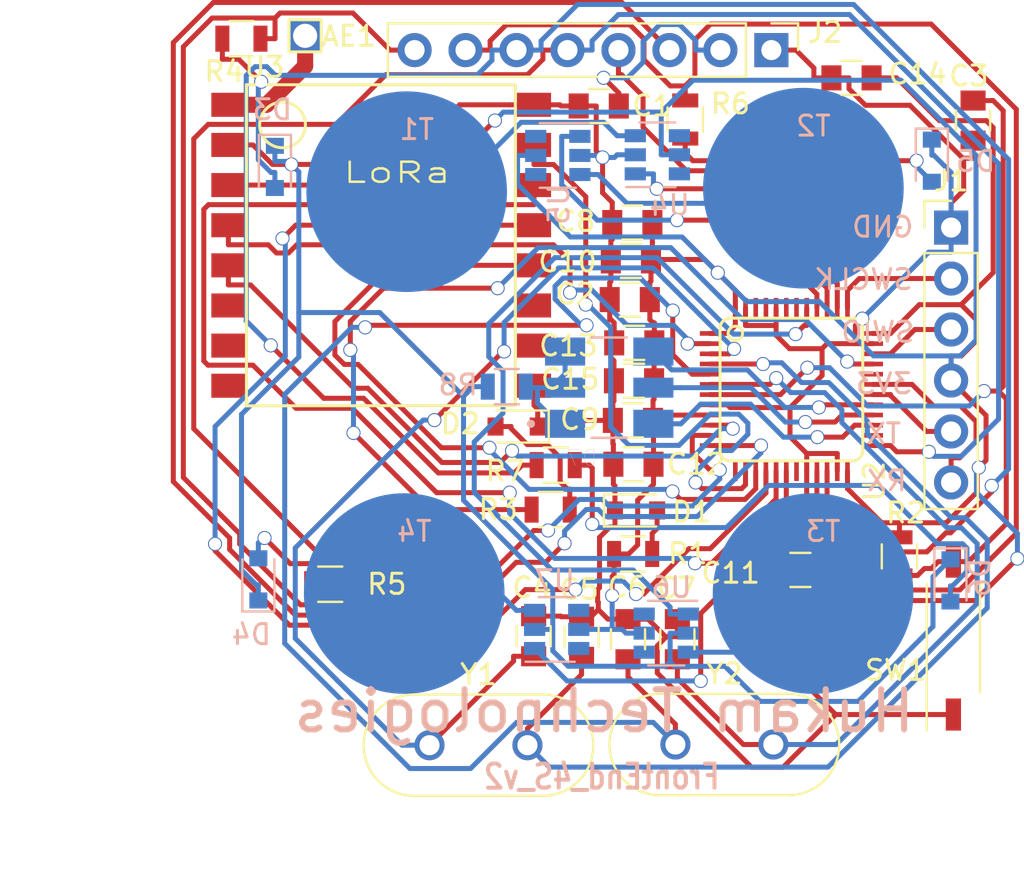
<source format=kicad_pcb>
(kicad_pcb (version 20171130) (host pcbnew 5.1.6-c6e7f7d~87~ubuntu18.04.1)

  (general
    (thickness 1.6)
    (drawings 15)
    (tracks 814)
    (zones 0)
    (modules 46)
    (nets 66)
  )

  (page A4)
  (layers
    (0 F.Cu signal)
    (31 B.Cu signal)
    (32 B.Adhes user)
    (33 F.Adhes user)
    (34 B.Paste user)
    (35 F.Paste user)
    (36 B.SilkS user)
    (37 F.SilkS user)
    (38 B.Mask user)
    (39 F.Mask user)
    (40 Dwgs.User user)
    (41 Cmts.User user)
    (42 Eco1.User user)
    (43 Eco2.User user)
    (44 Edge.Cuts user)
    (45 Margin user)
    (46 B.CrtYd user)
    (47 F.CrtYd user)
    (48 B.Fab user)
    (49 F.Fab user)
  )

  (setup
    (last_trace_width 0.25)
    (trace_clearance 0.25)
    (zone_clearance 0.508)
    (zone_45_only no)
    (trace_min 0.2)
    (via_size 0.7)
    (via_drill 0.6)
    (via_min_size 0.4)
    (via_min_drill 0.3)
    (uvia_size 0.5)
    (uvia_drill 0.3)
    (uvias_allowed no)
    (uvia_min_size 0.2)
    (uvia_min_drill 0.1)
    (edge_width 0.05)
    (segment_width 0.2)
    (pcb_text_width 0.3)
    (pcb_text_size 1.5 1.5)
    (mod_edge_width 0.12)
    (mod_text_size 1 1)
    (mod_text_width 0.15)
    (pad_size 10 10)
    (pad_drill 0)
    (pad_to_mask_clearance 0.05)
    (aux_axis_origin 0 0)
    (visible_elements FFFFF77F)
    (pcbplotparams
      (layerselection 0x3f3ff_ffffffff)
      (usegerberextensions true)
      (usegerberattributes false)
      (usegerberadvancedattributes false)
      (creategerberjobfile true)
      (excludeedgelayer true)
      (linewidth 0.150000)
      (plotframeref false)
      (viasonmask false)
      (mode 1)
      (useauxorigin false)
      (hpglpennumber 1)
      (hpglpenspeed 20)
      (hpglpendiameter 15.000000)
      (psnegative false)
      (psa4output false)
      (plotreference true)
      (plotvalue true)
      (plotinvisibletext false)
      (padsonsilk false)
      (subtractmaskfromsilk false)
      (outputformat 1)
      (mirror false)
      (drillshape 0)
      (scaleselection 1)
      (outputdirectory "Gerber/"))
  )

  (net 0 "")
  (net 1 "Net-(AE1-Pad1)")
  (net 2 /5V)
  (net 3 /GND)
  (net 4 /VCC3V3)
  (net 5 /RESET)
  (net 6 /PC14)
  (net 7 /PC15)
  (net 8 /OSCIN)
  (net 9 /OSCOUT)
  (net 10 "Net-(D1-Pad2)")
  (net 11 "Net-(D2-Pad2)")
  (net 12 /RX0)
  (net 13 /TX0)
  (net 14 /SWIO)
  (net 15 /SWCLK)
  (net 16 /DSW_1)
  (net 17 /DSW_2)
  (net 18 /DSW_3)
  (net 19 /DSW_4)
  (net 20 /Opto_IN)
  (net 21 /Energy)
  (net 22 "Net-(R3-Pad2)")
  (net 23 /NSS)
  (net 24 /Reset_Lora)
  (net 25 /DIO0)
  (net 26 /Touch_2)
  (net 27 /Touch_3)
  (net 28 /Touch_4)
  (net 29 "Net-(U2-Pad19)")
  (net 30 "Net-(U2-Pad26)")
  (net 31 "Net-(U2-Pad32)")
  (net 32 /SCK)
  (net 33 /MISO)
  (net 34 /MOSI)
  (net 35 "Net-(U2-Pad42)")
  (net 36 "Net-(U2-Pad43)")
  (net 37 "Net-(U2-Pad45)")
  (net 38 "Net-(U2-Pad46)")
  (net 39 /Touch_1)
  (net 40 "Net-(U3-Pad7)")
  (net 41 "Net-(U3-Pad8)")
  (net 42 "Net-(U3-Pad10)")
  (net 43 "Net-(U3-Pad11)")
  (net 44 "Net-(T1-Pad1)")
  (net 45 "Net-(U4-Pad4)")
  (net 46 "Net-(U4-Pad6)")
  (net 47 "Net-(U5-Pad6)")
  (net 48 "Net-(U5-Pad4)")
  (net 49 "Net-(T2-Pad1)")
  (net 50 "Net-(T3-Pad1)")
  (net 51 "Net-(U6-Pad4)")
  (net 52 "Net-(U6-Pad6)")
  (net 53 "Net-(U7-Pad6)")
  (net 54 "Net-(U7-Pad4)")
  (net 55 "Net-(T4-Pad1)")
  (net 56 "Net-(D3-Pad2)")
  (net 57 "Net-(D4-Pad2)")
  (net 58 "Net-(D5-Pad2)")
  (net 59 "Net-(D6-Pad2)")
  (net 60 "Net-(D7-Pad1)")
  (net 61 "Net-(U2-Pad13)")
  (net 62 "Net-(D7-Pad6)")
  (net 63 "Net-(D7-Pad5)")
  (net 64 "Net-(D7-Pad4)")
  (net 65 "Net-(U3-Pad6)")

  (net_class Default "This is the default net class."
    (clearance 0.25)
    (trace_width 0.25)
    (via_dia 0.7)
    (via_drill 0.6)
    (uvia_dia 0.5)
    (uvia_drill 0.3)
    (diff_pair_width 0.2)
    (diff_pair_gap 0.2)
    (add_net /5V)
    (add_net /DIO0)
    (add_net /DSW_1)
    (add_net /DSW_2)
    (add_net /DSW_3)
    (add_net /DSW_4)
    (add_net /Energy)
    (add_net /GND)
    (add_net /MISO)
    (add_net /MOSI)
    (add_net /NSS)
    (add_net /OSCIN)
    (add_net /OSCOUT)
    (add_net /Opto_IN)
    (add_net /PC14)
    (add_net /PC15)
    (add_net /RESET)
    (add_net /RX0)
    (add_net /Reset_Lora)
    (add_net /SCK)
    (add_net /SWCLK)
    (add_net /SWIO)
    (add_net /TX0)
    (add_net /Touch_1)
    (add_net /Touch_2)
    (add_net /Touch_3)
    (add_net /Touch_4)
    (add_net /VCC3V3)
    (add_net "Net-(D1-Pad2)")
    (add_net "Net-(D2-Pad2)")
    (add_net "Net-(D3-Pad2)")
    (add_net "Net-(D4-Pad2)")
    (add_net "Net-(D5-Pad2)")
    (add_net "Net-(D6-Pad2)")
    (add_net "Net-(D7-Pad1)")
    (add_net "Net-(D7-Pad4)")
    (add_net "Net-(D7-Pad5)")
    (add_net "Net-(D7-Pad6)")
    (add_net "Net-(R3-Pad2)")
    (add_net "Net-(T1-Pad1)")
    (add_net "Net-(T2-Pad1)")
    (add_net "Net-(T3-Pad1)")
    (add_net "Net-(T4-Pad1)")
    (add_net "Net-(U2-Pad13)")
    (add_net "Net-(U2-Pad19)")
    (add_net "Net-(U2-Pad26)")
    (add_net "Net-(U2-Pad32)")
    (add_net "Net-(U2-Pad42)")
    (add_net "Net-(U2-Pad43)")
    (add_net "Net-(U2-Pad45)")
    (add_net "Net-(U2-Pad46)")
    (add_net "Net-(U3-Pad10)")
    (add_net "Net-(U3-Pad11)")
    (add_net "Net-(U3-Pad6)")
    (add_net "Net-(U3-Pad7)")
    (add_net "Net-(U3-Pad8)")
    (add_net "Net-(U4-Pad4)")
    (add_net "Net-(U4-Pad6)")
    (add_net "Net-(U5-Pad4)")
    (add_net "Net-(U5-Pad6)")
    (add_net "Net-(U6-Pad4)")
    (add_net "Net-(U6-Pad6)")
    (add_net "Net-(U7-Pad4)")
    (add_net "Net-(U7-Pad6)")
  )

  (net_class Antenna ""
    (clearance 0.25)
    (trace_width 0.8)
    (via_dia 0.7)
    (via_drill 0.6)
    (uvia_dia 0.5)
    (uvia_drill 0.3)
    (diff_pair_width 0.2)
    (diff_pair_gap 0.2)
    (add_net "Net-(AE1-Pad1)")
  )

  (module "Custom_Libraries:STM32(LQFP48)" (layer F.Cu) (tedit 5FB95917) (tstamp 5F487A12)
    (at 132.715 84.9097)
    (descr STM32)
    (tags STM32)
    (path /5F47C321)
    (fp_text reference U2 (at 4.63042 5.07998 90) (layer F.SilkS)
      (effects (font (size 1 1) (thickness 0.15)))
    )
    (fp_text value STM32 (at 0.762 0) (layer F.Fab) hide
      (effects (font (size 0.5 0.3) (thickness 0.075)))
    )
    (fp_arc (start -2.54 -2.54) (end -3.048 -2.54) (angle 90) (layer F.SilkS) (width 0.15))
    (fp_arc (start 3.556 -2.54) (end 3.556 -3.048) (angle 90) (layer F.SilkS) (width 0.15))
    (fp_arc (start -2.54 3.556) (end -2.54 4.064) (angle 90) (layer F.SilkS) (width 0.15))
    (fp_arc (start 3.556 3.556) (end 4.064 3.556) (angle 90) (layer F.SilkS) (width 0.15))
    (fp_circle (center -2.286 -2.286) (end -2.032 -2.032) (layer F.SilkS) (width 0.15))
    (fp_line (start 3.556 -3.048) (end -2.54 -3.048) (layer F.SilkS) (width 0.15))
    (fp_line (start 4.064 3.556) (end 4.064 -2.54) (layer F.SilkS) (width 0.15))
    (fp_line (start -2.54 4.064) (end 3.556 4.064) (layer F.SilkS) (width 0.15))
    (fp_line (start -3.048 -2.54) (end -3.048 3.556) (layer F.SilkS) (width 0.15))
    (pad 15 smd rect (at -1.27 4.572) (size 0.23 1) (layers F.Cu F.Adhes F.Paste F.Mask)
      (net 32 /SCK))
    (pad 25 smd rect (at 4.572 3.302) (size 1 0.23) (layers F.Cu F.Adhes F.Paste F.Mask)
      (net 19 /DSW_4))
    (pad 48 smd rect (at -2.286 -3.556) (size 0.23 1) (layers F.Cu F.Adhes F.Paste F.Mask)
      (net 4 /VCC3V3))
    (pad 47 smd rect (at -1.778 -3.556) (size 0.23 1) (layers F.Cu F.Adhes F.Paste F.Mask)
      (net 3 /GND))
    (pad 46 smd rect (at -1.27 -3.556) (size 0.23 1) (layers F.Cu F.Adhes F.Paste F.Mask)
      (net 38 "Net-(U2-Pad46)"))
    (pad 45 smd rect (at -0.762 -3.556) (size 0.23 1) (layers F.Cu F.Adhes F.Paste F.Mask)
      (net 37 "Net-(U2-Pad45)"))
    (pad 44 smd rect (at -0.254 -3.556) (size 0.23 1) (layers F.Cu F.Adhes F.Paste F.Mask)
      (net 3 /GND))
    (pad 43 smd rect (at 0.254 -3.556) (size 0.23 1) (layers F.Cu F.Adhes F.Paste F.Mask)
      (net 36 "Net-(U2-Pad43)"))
    (pad 42 smd rect (at 0.762 -3.556) (size 0.23 1) (layers F.Cu F.Adhes F.Paste F.Mask)
      (net 35 "Net-(U2-Pad42)"))
    (pad 41 smd rect (at 1.27 -3.556) (size 0.23 1) (layers F.Cu F.Adhes F.Paste F.Mask)
      (net 27 /Touch_3))
    (pad 40 smd rect (at 1.778 -3.556) (size 0.23 1) (layers F.Cu F.Adhes F.Paste F.Mask)
      (net 26 /Touch_2))
    (pad 39 smd rect (at 2.286 -3.556) (size 0.23 1) (layers F.Cu F.Adhes F.Paste F.Mask)
      (net 39 /Touch_1))
    (pad 37 smd rect (at 3.302 -3.556) (size 0.23 1) (layers F.Cu F.Adhes F.Paste F.Mask)
      (net 15 /SWCLK))
    (pad 36 smd rect (at 4.572 -2.286) (size 1 0.23) (layers F.Cu F.Adhes F.Paste F.Mask)
      (net 4 /VCC3V3))
    (pad 35 smd rect (at 4.572 -1.778) (size 1 0.23) (layers F.Cu F.Adhes F.Paste F.Mask)
      (net 3 /GND))
    (pad 34 smd rect (at 4.572 -1.27) (size 1 0.23) (layers F.Cu F.Adhes F.Paste F.Mask)
      (net 14 /SWIO))
    (pad 33 smd rect (at 4.572 -0.762) (size 1 0.23) (layers F.Cu F.Adhes F.Paste F.Mask)
      (net 22 "Net-(R3-Pad2)"))
    (pad 32 smd rect (at 4.572 -0.254) (size 1 0.23) (layers F.Cu F.Adhes F.Paste F.Mask)
      (net 31 "Net-(U2-Pad32)"))
    (pad 31 smd rect (at 4.572 0.254) (size 1 0.23) (layers F.Cu F.Adhes F.Paste F.Mask)
      (net 12 /RX0))
    (pad 30 smd rect (at 4.572 0.762) (size 1 0.23) (layers F.Cu F.Adhes F.Paste F.Mask)
      (net 13 /TX0))
    (pad 29 smd rect (at 4.572 1.27) (size 1 0.23) (layers F.Cu F.Adhes F.Paste F.Mask)
      (net 64 "Net-(D7-Pad4)"))
    (pad 28 smd rect (at 4.572 1.778) (size 1 0.23) (layers F.Cu F.Adhes F.Paste F.Mask Eco1.User)
      (net 63 "Net-(D7-Pad5)"))
    (pad 27 smd rect (at 4.572 2.286) (size 1 0.23) (layers F.Cu F.Adhes F.Paste F.Mask Eco1.User)
      (net 62 "Net-(D7-Pad6)"))
    (pad 26 smd rect (at 4.572 2.794) (size 1 0.23) (layers F.Cu F.Adhes F.Paste F.Mask)
      (net 30 "Net-(U2-Pad26)"))
    (pad 24 smd rect (at 3.302 4.572) (size 0.23 1) (layers F.Cu F.Adhes F.Paste F.Mask)
      (net 4 /VCC3V3))
    (pad 23 smd rect (at 2.794 4.572) (size 0.23 1) (layers F.Cu F.Adhes F.Paste F.Mask)
      (net 3 /GND))
    (pad 22 smd rect (at 2.286 4.572) (size 0.23 1) (layers F.Cu F.Adhes F.Paste F.Mask)
      (net 18 /DSW_3))
    (pad 21 smd rect (at 1.778 4.572) (size 0.23 1) (layers F.Cu F.Adhes F.Paste F.Mask)
      (net 17 /DSW_2))
    (pad 20 smd rect (at 1.27 4.572) (size 0.23 1) (layers F.Cu F.Adhes F.Paste F.Mask)
      (net 3 /GND))
    (pad 19 smd rect (at 0.762 4.572) (size 0.23 1) (layers F.Cu F.Adhes F.Paste F.Mask)
      (net 29 "Net-(U2-Pad19)"))
    (pad 18 smd rect (at 0.254 4.572) (size 0.23 1) (layers F.Cu F.Adhes F.Paste F.Mask)
      (net 28 /Touch_4))
    (pad 17 smd rect (at -0.254 4.572) (size 0.23 1) (layers F.Cu F.Adhes F.Paste F.Mask)
      (net 34 /MOSI))
    (pad 16 smd rect (at -0.762 4.572) (size 0.23 1) (layers F.Cu F.Adhes F.Paste F.Mask)
      (net 33 /MISO))
    (pad 14 smd rect (at -1.778 4.572) (size 0.23 1) (layers F.Cu F.Adhes F.Paste F.Mask)
      (net 23 /NSS))
    (pad 13 smd rect (at -2.286 4.572) (size 0.23 1) (layers F.Cu F.Adhes F.Paste F.Mask)
      (net 61 "Net-(U2-Pad13)"))
    (pad 12 smd rect (at -3.556 3.302) (size 1 0.23) (layers F.Cu F.Adhes F.Paste F.Mask)
      (net 20 /Opto_IN))
    (pad 11 smd rect (at -3.556 2.794) (size 1 0.23) (layers F.Cu F.Adhes F.Paste F.Mask)
      (net 16 /DSW_1))
    (pad 10 smd rect (at -3.556 2.286) (size 1 0.23) (layers F.Cu F.Adhes F.Paste F.Mask)
      (net 25 /DIO0))
    (pad 9 smd rect (at -3.556 1.778) (size 1 0.23) (layers F.Cu F.Adhes F.Paste F.Mask)
      (net 4 /VCC3V3))
    (pad 8 smd rect (at -3.556 1.27) (size 1 0.23) (layers F.Cu F.Adhes F.Paste F.Mask)
      (net 3 /GND))
    (pad 7 smd rect (at -3.556 0.762) (size 1 0.23) (layers F.Cu F.Adhes F.Paste F.Mask)
      (net 5 /RESET))
    (pad 6 smd rect (at -3.556 0.254) (size 1 0.23) (layers F.Cu F.Adhes F.Paste F.Mask)
      (net 9 /OSCOUT))
    (pad 5 smd rect (at -3.556 -0.254) (size 1 0.23) (layers F.Cu F.Adhes F.Paste F.Mask)
      (net 8 /OSCIN))
    (pad 4 smd rect (at -3.556 -0.762) (size 1 0.23) (layers F.Cu F.Adhes F.Paste F.Mask)
      (net 7 /PC15))
    (pad 3 smd rect (at -3.556 -1.27) (size 1 0.23) (layers F.Cu F.Adhes F.Paste F.Mask)
      (net 6 /PC14))
    (pad 2 smd rect (at -3.556 -1.778) (size 1 0.23) (layers F.Cu F.Adhes F.Paste F.Mask)
      (net 24 /Reset_Lora) (zone_connect 2))
    (pad 1 smd rect (at -3.556 -2.286) (size 1 0.23) (layers F.Cu F.Adhes F.Paste F.Mask)
      (net 4 /VCC3V3))
    (pad 38 smd rect (at 2.794 -3.556) (size 0.23 1) (layers F.Cu F.Adhes F.Paste F.Mask)
      (net 21 /Energy))
  )

  (module Custom_Libraries:Crystal_HC49-4H_Vertical (layer F.Cu) (tedit 5FB953F7) (tstamp 5F487AB1)
    (at 127.442 103.109)
    (descr "Crystal THT HC-49-4H http://5hertz.com/pdfs/04404_D.pdf")
    (tags "THT crystalHC-49-4H")
    (path /5F0D9577)
    (fp_text reference Y2 (at 2.44 -3.525) (layer F.SilkS)
      (effects (font (size 1 1) (thickness 0.15)))
    )
    (fp_text value 32Mhz (at 2.44 3.525) (layer F.Fab) hide
      (effects (font (size 1 1) (thickness 0.15)))
    )
    (fp_arc (start 5.64 0) (end 5.64 -2.525) (angle 180) (layer F.SilkS) (width 0.12))
    (fp_arc (start -0.76 0) (end -0.76 -2.525) (angle -180) (layer F.SilkS) (width 0.12))
    (fp_arc (start 5.44 0) (end 5.44 -2) (angle 180) (layer F.Fab) (width 0.1))
    (fp_arc (start -0.56 0) (end -0.56 -2) (angle -180) (layer F.Fab) (width 0.1))
    (fp_arc (start 5.64 0) (end 5.64 -2.325) (angle 180) (layer F.Fab) (width 0.1))
    (fp_arc (start -0.76 0) (end -0.76 -2.325) (angle -180) (layer F.Fab) (width 0.1))
    (fp_text user %R (at 2.44 0) (layer F.Fab) hide
      (effects (font (size 1 1) (thickness 0.15)))
    )
    (fp_line (start 8.5 -2.8) (end -3.6 -2.8) (layer F.CrtYd) (width 0.05))
    (fp_line (start 8.5 2.8) (end 8.5 -2.8) (layer F.CrtYd) (width 0.05))
    (fp_line (start -3.6 2.8) (end 8.5 2.8) (layer F.CrtYd) (width 0.05))
    (fp_line (start -3.6 -2.8) (end -3.6 2.8) (layer F.CrtYd) (width 0.05))
    (fp_line (start -0.76 2.525) (end 5.64 2.525) (layer F.SilkS) (width 0.12))
    (fp_line (start -0.76 -2.525) (end 5.64 -2.525) (layer F.SilkS) (width 0.12))
    (fp_line (start -0.56 2) (end 5.44 2) (layer F.Fab) (width 0.1))
    (fp_line (start -0.56 -2) (end 5.44 -2) (layer F.Fab) (width 0.1))
    (fp_line (start -0.76 2.325) (end 5.64 2.325) (layer F.Fab) (width 0.1))
    (fp_line (start -0.76 -2.325) (end 5.64 -2.325) (layer F.Fab) (width 0.1))
    (pad 2 thru_hole circle (at 4.88 0) (size 1.5 1.5) (drill 1) (layers *.Cu *.Mask)
      (net 9 /OSCOUT))
    (pad 1 thru_hole circle (at 0 0) (size 1.5 1.5) (drill 1) (layers *.Cu *.Mask)
      (net 8 /OSCIN))
    (model ${KISYS3DMOD}/Crystals.3dshapes/Crystal_HC49-4H_Vertical.wrl
      (at (xyz 0 0 0))
      (scale (xyz 0.393701 0.393701 0.393701))
      (rotate (xyz 0 0 0))
    )
  )

  (module Custom_Libraries:Crystal_HC49-4H_Vertical (layer F.Cu) (tedit 5FB953F7) (tstamp 5F4B854B)
    (at 115.189 103.142)
    (descr "Crystal THT HC-49-4H http://5hertz.com/pdfs/04404_D.pdf")
    (tags "THT crystalHC-49-4H")
    (path /5F0DAA87)
    (fp_text reference Y1 (at 2.44 -3.525) (layer F.SilkS)
      (effects (font (size 1 1) (thickness 0.15)))
    )
    (fp_text value 32.768K (at 2.44 3.525) (layer F.Fab) hide
      (effects (font (size 1 1) (thickness 0.15)))
    )
    (fp_arc (start 5.64 0) (end 5.64 -2.525) (angle 180) (layer F.SilkS) (width 0.12))
    (fp_arc (start -0.76 0) (end -0.76 -2.525) (angle -180) (layer F.SilkS) (width 0.12))
    (fp_arc (start 5.44 0) (end 5.44 -2) (angle 180) (layer F.Fab) (width 0.1))
    (fp_arc (start -0.56 0) (end -0.56 -2) (angle -180) (layer F.Fab) (width 0.1))
    (fp_arc (start 5.64 0) (end 5.64 -2.325) (angle 180) (layer F.Fab) (width 0.1))
    (fp_arc (start -0.76 0) (end -0.76 -2.325) (angle -180) (layer F.Fab) (width 0.1))
    (fp_text user %R (at 2.44 0) (layer F.Fab) hide
      (effects (font (size 1 1) (thickness 0.15)))
    )
    (fp_line (start 8.5 -2.8) (end -3.6 -2.8) (layer F.CrtYd) (width 0.05))
    (fp_line (start 8.5 2.8) (end 8.5 -2.8) (layer F.CrtYd) (width 0.05))
    (fp_line (start -3.6 2.8) (end 8.5 2.8) (layer F.CrtYd) (width 0.05))
    (fp_line (start -3.6 -2.8) (end -3.6 2.8) (layer F.CrtYd) (width 0.05))
    (fp_line (start -0.76 2.525) (end 5.64 2.525) (layer F.SilkS) (width 0.12))
    (fp_line (start -0.76 -2.525) (end 5.64 -2.525) (layer F.SilkS) (width 0.12))
    (fp_line (start -0.56 2) (end 5.44 2) (layer F.Fab) (width 0.1))
    (fp_line (start -0.56 -2) (end 5.44 -2) (layer F.Fab) (width 0.1))
    (fp_line (start -0.76 2.325) (end 5.64 2.325) (layer F.Fab) (width 0.1))
    (fp_line (start -0.76 -2.325) (end 5.64 -2.325) (layer F.Fab) (width 0.1))
    (pad 2 thru_hole circle (at 4.88 0) (size 1.5 1.5) (drill 1) (layers *.Cu *.Mask)
      (net 7 /PC15))
    (pad 1 thru_hole circle (at 0 0) (size 1.5 1.5) (drill 1) (layers *.Cu *.Mask)
      (net 6 /PC14))
    (model ${KISYS3DMOD}/Crystals.3dshapes/Crystal_HC49-4H_Vertical.wrl
      (at (xyz 0 0 0))
      (scale (xyz 0.393701 0.393701 0.393701))
      (rotate (xyz 0 0 0))
    )
  )

  (module Custom_Libraries:Anntenna (layer F.Cu) (tedit 5FB93E52) (tstamp 5F4877FC)
    (at 108.991 67.7926)
    (descr "module 1 pin (ou trou mecanique de percage)")
    (tags DEV)
    (path /5F2C5F88)
    (fp_text reference AE1 (at 2.17424 0.01778) (layer F.SilkS)
      (effects (font (size 1 1) (thickness 0.15)))
    )
    (fp_text value Antenna (at 0.24892 3.74904) (layer F.Fab) hide
      (effects (font (size 1 1) (thickness 0.15)))
    )
    (fp_line (start -0.8 -0.8) (end 0.8 -0.8) (layer F.SilkS) (width 0.15))
    (fp_line (start 0.8 -0.8) (end 0.8 0.8) (layer F.SilkS) (width 0.15))
    (fp_line (start 0.8 0.8) (end -0.8 0.8) (layer F.SilkS) (width 0.15))
    (fp_line (start -0.8 0.8) (end -0.8 -0.8) (layer F.SilkS) (width 0.15))
    (pad 1 thru_hole rect (at 0 0) (size 1.524 1.524) (drill 1.2) (layers *.Cu *.Mask)
      (net 1 "Net-(AE1-Pad1)"))
  )

  (module Custom_Libraries:LED_IN-P55TATRGB (layer B.Cu) (tedit 5FB8FCA0) (tstamp 5FB90557)
    (at 124.145 85.3262)
    (path /5FC29BA6)
    (fp_text reference D7 (at -1.36 3.508) (layer B.SilkS)
      (effects (font (size 0.8 0.8) (thickness 0.015)) (justify mirror))
    )
    (fp_text value LED_RGB (at 4.228 -3.508) (layer B.Fab) hide
      (effects (font (size 0.8 0.8) (thickness 0.015)) (justify mirror))
    )
    (fp_circle (center -3.9 1.8) (end -3.8 1.8) (layer B.SilkS) (width 0.2))
    (fp_circle (center -3.9 1.8) (end -3.8 1.8) (layer B.Fab) (width 0.2))
    (fp_line (start -2.75 2.5) (end 2.75 2.5) (layer B.Fab) (width 0.127))
    (fp_line (start -2.75 -2.5) (end 2.75 -2.5) (layer B.Fab) (width 0.127))
    (fp_line (start -0.88 2.5) (end 0.88 2.5) (layer B.SilkS) (width 0.127))
    (fp_line (start -0.88 -2.5) (end 0.88 -2.5) (layer B.SilkS) (width 0.127))
    (fp_line (start -2.75 2.5) (end -2.75 -2.5) (layer B.Fab) (width 0.127))
    (fp_line (start 2.75 2.5) (end 2.75 -2.5) (layer B.Fab) (width 0.127))
    (fp_line (start -3.45 2.75) (end 3.45 2.75) (layer B.CrtYd) (width 0.05))
    (fp_line (start -3.45 -2.75) (end 3.45 -2.75) (layer B.CrtYd) (width 0.05))
    (fp_line (start -3.45 2.75) (end -3.45 -2.75) (layer B.CrtYd) (width 0.05))
    (fp_line (start 3.45 2.75) (end 3.45 -2.75) (layer B.CrtYd) (width 0.05))
    (pad 4 smd rect (at 2.2 -1.8) (size 2 1.4) (layers B.Cu B.Paste B.Mask)
      (net 64 "Net-(D7-Pad4)"))
    (pad 5 smd rect (at 2.2 0) (size 2 1) (layers B.Cu B.Paste B.Mask)
      (net 63 "Net-(D7-Pad5)"))
    (pad 6 smd rect (at 2.2 1.8) (size 2 1.4) (layers B.Cu B.Paste B.Mask)
      (net 62 "Net-(D7-Pad6)"))
    (pad 3 smd rect (at -2.2 -1.8) (size 2 1.4) (layers B.Cu B.Paste B.Mask)
      (net 60 "Net-(D7-Pad1)"))
    (pad 2 smd rect (at -2.2 0) (size 2 1) (layers B.Cu B.Paste B.Mask)
      (net 60 "Net-(D7-Pad1)"))
    (pad 1 smd rect (at -2.2 1.8) (size 2 1.4) (layers B.Cu B.Paste B.Mask)
      (net 60 "Net-(D7-Pad1)"))
  )

  (module Resistors_SMD:R_0805 (layer B.Cu) (tedit 58E0A804) (tstamp 5FB906A2)
    (at 119.042 85.2754 180)
    (descr "Resistor SMD 0805, reflow soldering, Vishay (see dcrcw.pdf)")
    (tags "resistor 0805")
    (path /5FC34F21)
    (attr smd)
    (fp_text reference R8 (at 2.42824 0.08636) (layer B.SilkS)
      (effects (font (size 1 1) (thickness 0.15)) (justify mirror))
    )
    (fp_text value "510 R" (at 0 -1.75) (layer B.Fab) hide
      (effects (font (size 1 1) (thickness 0.15)) (justify mirror))
    )
    (fp_line (start 1.55 -0.9) (end -1.55 -0.9) (layer B.CrtYd) (width 0.05))
    (fp_line (start 1.55 -0.9) (end 1.55 0.9) (layer B.CrtYd) (width 0.05))
    (fp_line (start -1.55 0.9) (end -1.55 -0.9) (layer B.CrtYd) (width 0.05))
    (fp_line (start -1.55 0.9) (end 1.55 0.9) (layer B.CrtYd) (width 0.05))
    (fp_line (start -0.6 0.88) (end 0.6 0.88) (layer B.SilkS) (width 0.12))
    (fp_line (start 0.6 -0.88) (end -0.6 -0.88) (layer B.SilkS) (width 0.12))
    (fp_line (start -1 0.62) (end 1 0.62) (layer B.Fab) (width 0.1))
    (fp_line (start 1 0.62) (end 1 -0.62) (layer B.Fab) (width 0.1))
    (fp_line (start 1 -0.62) (end -1 -0.62) (layer B.Fab) (width 0.1))
    (fp_line (start -1 -0.62) (end -1 0.62) (layer B.Fab) (width 0.1))
    (fp_text user %R (at 0 0) (layer B.Fab) hide
      (effects (font (size 0.5 0.5) (thickness 0.075)) (justify mirror))
    )
    (pad 1 smd rect (at -0.95 0 180) (size 0.7 1.3) (layers B.Cu B.Paste B.Mask)
      (net 60 "Net-(D7-Pad1)"))
    (pad 2 smd rect (at 0.95 0 180) (size 0.7 1.3) (layers B.Cu B.Paste B.Mask)
      (net 3 /GND))
    (model ${KISYS3DMOD}/Resistors_SMD.3dshapes/R_0805.wrl
      (at (xyz 0 0 0))
      (scale (xyz 1 1 1))
      (rotate (xyz 0 0 0))
    )
  )

  (module Pin_Headers:Pin_Header_Straight_1x06_Pitch2.54mm (layer F.Cu) (tedit 59650532) (tstamp 5F8417EB)
    (at 141.181 77.348)
    (descr "Through hole straight pin header, 1x06, 2.54mm pitch, single row")
    (tags "Through hole pin header THT 1x06 2.54mm single row")
    (path /5F84F8FA)
    (fp_text reference J1 (at 0 -2.33) (layer F.SilkS)
      (effects (font (size 1 1) (thickness 0.15)))
    )
    (fp_text value Conn_01x06_Female (at 0 15.03) (layer F.Fab) hide
      (effects (font (size 1 1) (thickness 0.15)))
    )
    (fp_line (start -0.635 -1.27) (end 1.27 -1.27) (layer F.Fab) (width 0.1))
    (fp_line (start 1.27 -1.27) (end 1.27 13.97) (layer F.Fab) (width 0.1))
    (fp_line (start 1.27 13.97) (end -1.27 13.97) (layer F.Fab) (width 0.1))
    (fp_line (start -1.27 13.97) (end -1.27 -0.635) (layer F.Fab) (width 0.1))
    (fp_line (start -1.27 -0.635) (end -0.635 -1.27) (layer F.Fab) (width 0.1))
    (fp_line (start -1.33 14.03) (end 1.33 14.03) (layer F.SilkS) (width 0.12))
    (fp_line (start -1.33 1.27) (end -1.33 14.03) (layer F.SilkS) (width 0.12))
    (fp_line (start 1.33 1.27) (end 1.33 14.03) (layer F.SilkS) (width 0.12))
    (fp_line (start -1.33 1.27) (end 1.33 1.27) (layer F.SilkS) (width 0.12))
    (fp_line (start -1.33 0) (end -1.33 -1.33) (layer F.SilkS) (width 0.12))
    (fp_line (start -1.33 -1.33) (end 0 -1.33) (layer F.SilkS) (width 0.12))
    (fp_line (start -1.8 -1.8) (end -1.8 14.5) (layer F.CrtYd) (width 0.05))
    (fp_line (start -1.8 14.5) (end 1.8 14.5) (layer F.CrtYd) (width 0.05))
    (fp_line (start 1.8 14.5) (end 1.8 -1.8) (layer F.CrtYd) (width 0.05))
    (fp_line (start 1.8 -1.8) (end -1.8 -1.8) (layer F.CrtYd) (width 0.05))
    (fp_text user %R (at 0 6.35 90) (layer F.Fab) hide
      (effects (font (size 1 1) (thickness 0.15)))
    )
    (pad 1 thru_hole rect (at 0 0) (size 1.7 1.7) (drill 1) (layers *.Cu *.Mask)
      (net 3 /GND))
    (pad 2 thru_hole oval (at 0 2.54) (size 1.7 1.7) (drill 1) (layers *.Cu *.Mask)
      (net 15 /SWCLK))
    (pad 3 thru_hole oval (at 0 5.08) (size 1.7 1.7) (drill 1) (layers *.Cu *.Mask)
      (net 14 /SWIO))
    (pad 4 thru_hole oval (at 0 7.62) (size 1.7 1.7) (drill 1) (layers *.Cu *.Mask)
      (net 4 /VCC3V3))
    (pad 5 thru_hole oval (at 0 10.16) (size 1.7 1.7) (drill 1) (layers *.Cu *.Mask)
      (net 13 /TX0))
    (pad 6 thru_hole oval (at 0 12.7) (size 1.7 1.7) (drill 1) (layers *.Cu *.Mask)
      (net 12 /RX0))
    (model ${KISYS3DMOD}/Pin_Headers.3dshapes/Pin_Header_Straight_1x06_Pitch2.54mm.wrl
      (at (xyz 0 0 0))
      (scale (xyz 1 1 1))
      (rotate (xyz 0 0 0))
    )
  )

  (module Resistors_SMD:R_0805 (layer F.Cu) (tedit 58E0A804) (tstamp 5F4B90B6)
    (at 121.476 89.187 180)
    (descr "Resistor SMD 0805, reflow soldering, Vishay (see dcrcw.pdf)")
    (tags "resistor 0805")
    (path /5F4EF600)
    (attr smd)
    (fp_text reference R7 (at 2.51206 -0.2921) (layer F.SilkS)
      (effects (font (size 1 1) (thickness 0.15)))
    )
    (fp_text value "510 R" (at 0 1.75) (layer F.Fab) hide
      (effects (font (size 1 1) (thickness 0.15)))
    )
    (fp_line (start -1 0.62) (end -1 -0.62) (layer F.Fab) (width 0.1))
    (fp_line (start 1 0.62) (end -1 0.62) (layer F.Fab) (width 0.1))
    (fp_line (start 1 -0.62) (end 1 0.62) (layer F.Fab) (width 0.1))
    (fp_line (start -1 -0.62) (end 1 -0.62) (layer F.Fab) (width 0.1))
    (fp_line (start 0.6 0.88) (end -0.6 0.88) (layer F.SilkS) (width 0.12))
    (fp_line (start -0.6 -0.88) (end 0.6 -0.88) (layer F.SilkS) (width 0.12))
    (fp_line (start -1.55 -0.9) (end 1.55 -0.9) (layer F.CrtYd) (width 0.05))
    (fp_line (start -1.55 -0.9) (end -1.55 0.9) (layer F.CrtYd) (width 0.05))
    (fp_line (start 1.55 0.9) (end 1.55 -0.9) (layer F.CrtYd) (width 0.05))
    (fp_line (start 1.55 0.9) (end -1.55 0.9) (layer F.CrtYd) (width 0.05))
    (fp_text user %R (at 0 0) (layer F.Fab) hide
      (effects (font (size 0.5 0.5) (thickness 0.075)))
    )
    (pad 1 smd rect (at -0.95 0 180) (size 0.7 1.3) (layers F.Cu F.Paste F.Mask)
      (net 59 "Net-(D6-Pad2)"))
    (pad 2 smd rect (at 0.95 0 180) (size 0.7 1.3) (layers F.Cu F.Paste F.Mask)
      (net 18 /DSW_3))
    (model ${KISYS3DMOD}/Resistors_SMD.3dshapes/R_0805.wrl
      (at (xyz 0 0 0))
      (scale (xyz 1 1 1))
      (rotate (xyz 0 0 0))
    )
  )

  (module Resistors_SMD:R_0805 (layer F.Cu) (tedit 58E0A804) (tstamp 5F4B90B3)
    (at 127.932 71.9633 90)
    (descr "Resistor SMD 0805, reflow soldering, Vishay (see dcrcw.pdf)")
    (tags "resistor 0805")
    (path /5F4E3C6F)
    (attr smd)
    (fp_text reference R6 (at 0.78738 2.25058 180) (layer F.SilkS)
      (effects (font (size 1 1) (thickness 0.15)))
    )
    (fp_text value "510 R" (at 0 1.75 90) (layer F.Fab) hide
      (effects (font (size 1 1) (thickness 0.15)))
    )
    (fp_line (start 1.55 0.9) (end -1.55 0.9) (layer F.CrtYd) (width 0.05))
    (fp_line (start 1.55 0.9) (end 1.55 -0.9) (layer F.CrtYd) (width 0.05))
    (fp_line (start -1.55 -0.9) (end -1.55 0.9) (layer F.CrtYd) (width 0.05))
    (fp_line (start -1.55 -0.9) (end 1.55 -0.9) (layer F.CrtYd) (width 0.05))
    (fp_line (start -0.6 -0.88) (end 0.6 -0.88) (layer F.SilkS) (width 0.12))
    (fp_line (start 0.6 0.88) (end -0.6 0.88) (layer F.SilkS) (width 0.12))
    (fp_line (start -1 -0.62) (end 1 -0.62) (layer F.Fab) (width 0.1))
    (fp_line (start 1 -0.62) (end 1 0.62) (layer F.Fab) (width 0.1))
    (fp_line (start 1 0.62) (end -1 0.62) (layer F.Fab) (width 0.1))
    (fp_line (start -1 0.62) (end -1 -0.62) (layer F.Fab) (width 0.1))
    (fp_text user %R (at 0 0 90) (layer F.Fab) hide
      (effects (font (size 0.5 0.5) (thickness 0.075)))
    )
    (pad 2 smd rect (at 0.95 0 90) (size 0.7 1.3) (layers F.Cu F.Paste F.Mask)
      (net 17 /DSW_2))
    (pad 1 smd rect (at -0.95 0 90) (size 0.7 1.3) (layers F.Cu F.Paste F.Mask)
      (net 58 "Net-(D5-Pad2)"))
    (model ${KISYS3DMOD}/Resistors_SMD.3dshapes/R_0805.wrl
      (at (xyz 0 0 0))
      (scale (xyz 1 1 1))
      (rotate (xyz 0 0 0))
    )
  )

  (module Resistors_SMD:R_0805 (layer F.Cu) (tedit 58E0A804) (tstamp 5F4B946A)
    (at 110.241 95.1205)
    (descr "Resistor SMD 0805, reflow soldering, Vishay (see dcrcw.pdf)")
    (tags "resistor 0805")
    (path /5F4F8FB1)
    (attr smd)
    (fp_text reference R5 (at 2.82194 0) (layer F.SilkS)
      (effects (font (size 1 1) (thickness 0.15)))
    )
    (fp_text value "510 R" (at 0 1.75) (layer F.Fab) hide
      (effects (font (size 1 1) (thickness 0.15)))
    )
    (fp_line (start -1 0.62) (end -1 -0.62) (layer F.Fab) (width 0.1))
    (fp_line (start 1 0.62) (end -1 0.62) (layer F.Fab) (width 0.1))
    (fp_line (start 1 -0.62) (end 1 0.62) (layer F.Fab) (width 0.1))
    (fp_line (start -1 -0.62) (end 1 -0.62) (layer F.Fab) (width 0.1))
    (fp_line (start 0.6 0.88) (end -0.6 0.88) (layer F.SilkS) (width 0.12))
    (fp_line (start -0.6 -0.88) (end 0.6 -0.88) (layer F.SilkS) (width 0.12))
    (fp_line (start -1.55 -0.9) (end 1.55 -0.9) (layer F.CrtYd) (width 0.05))
    (fp_line (start -1.55 -0.9) (end -1.55 0.9) (layer F.CrtYd) (width 0.05))
    (fp_line (start 1.55 0.9) (end 1.55 -0.9) (layer F.CrtYd) (width 0.05))
    (fp_line (start 1.55 0.9) (end -1.55 0.9) (layer F.CrtYd) (width 0.05))
    (fp_text user %R (at 0 0) (layer F.Fab) hide
      (effects (font (size 0.5 0.5) (thickness 0.075)))
    )
    (pad 1 smd rect (at -0.95 0) (size 0.7 1.3) (layers F.Cu F.Paste F.Mask)
      (net 57 "Net-(D4-Pad2)"))
    (pad 2 smd rect (at 0.95 0) (size 0.7 1.3) (layers F.Cu F.Paste F.Mask)
      (net 19 /DSW_4))
    (model ${KISYS3DMOD}/Resistors_SMD.3dshapes/R_0805.wrl
      (at (xyz 0 0 0))
      (scale (xyz 1 1 1))
      (rotate (xyz 0 0 0))
    )
  )

  (module Resistors_SMD:R_0805 (layer F.Cu) (tedit 58E0A804) (tstamp 5F4B90AD)
    (at 105.816 67.9348)
    (descr "Resistor SMD 0805, reflow soldering, Vishay (see dcrcw.pdf)")
    (tags "resistor 0805")
    (path /5F4C861D)
    (attr smd)
    (fp_text reference R4 (at -0.8636 1.64084 -180) (layer F.SilkS)
      (effects (font (size 1 1) (thickness 0.15)))
    )
    (fp_text value "510 R" (at 0 1.75 180) (layer F.Fab) hide
      (effects (font (size 1 1) (thickness 0.15)))
    )
    (fp_line (start -1 0.62) (end -1 -0.62) (layer F.Fab) (width 0.1))
    (fp_line (start 1 0.62) (end -1 0.62) (layer F.Fab) (width 0.1))
    (fp_line (start 1 -0.62) (end 1 0.62) (layer F.Fab) (width 0.1))
    (fp_line (start -1 -0.62) (end 1 -0.62) (layer F.Fab) (width 0.1))
    (fp_line (start 0.6 0.88) (end -0.6 0.88) (layer F.SilkS) (width 0.12))
    (fp_line (start -0.6 -0.88) (end 0.6 -0.88) (layer F.SilkS) (width 0.12))
    (fp_line (start -1.55 -0.9) (end 1.55 -0.9) (layer F.CrtYd) (width 0.05))
    (fp_line (start -1.55 -0.9) (end -1.55 0.9) (layer F.CrtYd) (width 0.05))
    (fp_line (start 1.55 0.9) (end 1.55 -0.9) (layer F.CrtYd) (width 0.05))
    (fp_line (start 1.55 0.9) (end -1.55 0.9) (layer F.CrtYd) (width 0.05))
    (fp_text user %R (at 0 0 180) (layer F.Fab) hide
      (effects (font (size 0.5 0.5) (thickness 0.075)))
    )
    (pad 1 smd rect (at -0.95 0) (size 0.7 1.3) (layers F.Cu F.Paste F.Mask)
      (net 56 "Net-(D3-Pad2)"))
    (pad 2 smd rect (at 0.95 0) (size 0.7 1.3) (layers F.Cu F.Paste F.Mask)
      (net 16 /DSW_1))
    (model ${KISYS3DMOD}/Resistors_SMD.3dshapes/R_0805.wrl
      (at (xyz 0 0 0))
      (scale (xyz 1 1 1))
      (rotate (xyz 0 0 0))
    )
  )

  (module Diodes_SMD:D_0805 (layer B.Cu) (tedit 590CE9A4) (tstamp 5F4B8FE0)
    (at 141.148 94.9309 270)
    (descr "Diode SMD in 0805 package http://datasheets.avx.com/schottky.pdf")
    (tags "smd diode")
    (path /5F4EF606)
    (attr smd)
    (fp_text reference D6 (at -0.14224 -1.4605 90) (layer B.SilkS)
      (effects (font (size 1 1) (thickness 0.15)) (justify mirror))
    )
    (fp_text value LED (at 0 -1.7 90) (layer B.Fab) hide
      (effects (font (size 1 1) (thickness 0.15)) (justify mirror))
    )
    (fp_line (start -1.6 0.8) (end -1.6 -0.8) (layer B.SilkS) (width 0.12))
    (fp_line (start -1.7 -0.88) (end -1.7 0.88) (layer B.CrtYd) (width 0.05))
    (fp_line (start 1.7 -0.88) (end -1.7 -0.88) (layer B.CrtYd) (width 0.05))
    (fp_line (start 1.7 0.88) (end 1.7 -0.88) (layer B.CrtYd) (width 0.05))
    (fp_line (start -1.7 0.88) (end 1.7 0.88) (layer B.CrtYd) (width 0.05))
    (fp_line (start 0.2 0) (end 0.4 0) (layer B.Fab) (width 0.1))
    (fp_line (start -0.1 0) (end -0.3 0) (layer B.Fab) (width 0.1))
    (fp_line (start -0.1 0.2) (end -0.1 -0.2) (layer B.Fab) (width 0.1))
    (fp_line (start 0.2 -0.2) (end 0.2 0.2) (layer B.Fab) (width 0.1))
    (fp_line (start -0.1 0) (end 0.2 -0.2) (layer B.Fab) (width 0.1))
    (fp_line (start 0.2 0.2) (end -0.1 0) (layer B.Fab) (width 0.1))
    (fp_line (start -1 -0.65) (end -1 0.65) (layer B.Fab) (width 0.1))
    (fp_line (start 1 -0.65) (end -1 -0.65) (layer B.Fab) (width 0.1))
    (fp_line (start 1 0.65) (end 1 -0.65) (layer B.Fab) (width 0.1))
    (fp_line (start -1 0.65) (end 1 0.65) (layer B.Fab) (width 0.1))
    (fp_line (start -1.6 -0.8) (end 1 -0.8) (layer B.SilkS) (width 0.12))
    (fp_line (start -1.6 0.8) (end 1 0.8) (layer B.SilkS) (width 0.12))
    (fp_text user %R (at 0 1.6 90) (layer B.Fab) hide
      (effects (font (size 1 1) (thickness 0.15)) (justify mirror))
    )
    (pad 1 smd rect (at -1.05 0 270) (size 0.8 0.9) (layers B.Cu B.Paste B.Mask)
      (net 3 /GND))
    (pad 2 smd rect (at 1.05 0 270) (size 0.8 0.9) (layers B.Cu B.Paste B.Mask)
      (net 59 "Net-(D6-Pad2)"))
    (model ${KISYS3DMOD}/Diodes_SMD.3dshapes/D_0805.wrl
      (at (xyz 0 0 0))
      (scale (xyz 1 1 1))
      (rotate (xyz 0 0 0))
    )
  )

  (module Diodes_SMD:D_0805 (layer B.Cu) (tedit 590CE9A4) (tstamp 5F4B8FDD)
    (at 140.221 74.0156 270)
    (descr "Diode SMD in 0805 package http://datasheets.avx.com/schottky.pdf")
    (tags "smd diode")
    (path /5F4E3C79)
    (attr smd)
    (fp_text reference D5 (at 0.033 -2.1842 180) (layer B.SilkS)
      (effects (font (size 1 1) (thickness 0.15)) (justify mirror))
    )
    (fp_text value LED (at 0 -1.7 90) (layer B.Fab) hide
      (effects (font (size 1 1) (thickness 0.15)) (justify mirror))
    )
    (fp_line (start -1.6 0.8) (end -1.6 -0.8) (layer B.SilkS) (width 0.12))
    (fp_line (start -1.7 -0.88) (end -1.7 0.88) (layer B.CrtYd) (width 0.05))
    (fp_line (start 1.7 -0.88) (end -1.7 -0.88) (layer B.CrtYd) (width 0.05))
    (fp_line (start 1.7 0.88) (end 1.7 -0.88) (layer B.CrtYd) (width 0.05))
    (fp_line (start -1.7 0.88) (end 1.7 0.88) (layer B.CrtYd) (width 0.05))
    (fp_line (start 0.2 0) (end 0.4 0) (layer B.Fab) (width 0.1))
    (fp_line (start -0.1 0) (end -0.3 0) (layer B.Fab) (width 0.1))
    (fp_line (start -0.1 0.2) (end -0.1 -0.2) (layer B.Fab) (width 0.1))
    (fp_line (start 0.2 -0.2) (end 0.2 0.2) (layer B.Fab) (width 0.1))
    (fp_line (start -0.1 0) (end 0.2 -0.2) (layer B.Fab) (width 0.1))
    (fp_line (start 0.2 0.2) (end -0.1 0) (layer B.Fab) (width 0.1))
    (fp_line (start -1 -0.65) (end -1 0.65) (layer B.Fab) (width 0.1))
    (fp_line (start 1 -0.65) (end -1 -0.65) (layer B.Fab) (width 0.1))
    (fp_line (start 1 0.65) (end 1 -0.65) (layer B.Fab) (width 0.1))
    (fp_line (start -1 0.65) (end 1 0.65) (layer B.Fab) (width 0.1))
    (fp_line (start -1.6 -0.8) (end 1 -0.8) (layer B.SilkS) (width 0.12))
    (fp_line (start -1.6 0.8) (end 1 0.8) (layer B.SilkS) (width 0.12))
    (fp_text user %R (at 0 1.6 90) (layer B.Fab) hide
      (effects (font (size 1 1) (thickness 0.15)) (justify mirror))
    )
    (pad 1 smd rect (at -1.05 0 270) (size 0.8 0.9) (layers B.Cu B.Paste B.Mask)
      (net 3 /GND))
    (pad 2 smd rect (at 1.05 0 270) (size 0.8 0.9) (layers B.Cu B.Paste B.Mask)
      (net 58 "Net-(D5-Pad2)"))
    (model ${KISYS3DMOD}/Diodes_SMD.3dshapes/D_0805.wrl
      (at (xyz 0 0 0))
      (scale (xyz 1 1 1))
      (rotate (xyz 0 0 0))
    )
  )

  (module Diodes_SMD:D_0805 (layer B.Cu) (tedit 590CE9A4) (tstamp 5F4B8FDA)
    (at 106.66 94.8792 90)
    (descr "Diode SMD in 0805 package http://datasheets.avx.com/schottky.pdf")
    (tags "smd diode")
    (path /5F4F8FB7)
    (attr smd)
    (fp_text reference D4 (at -2.7484 -0.35054 180) (layer B.SilkS)
      (effects (font (size 1 1) (thickness 0.15)) (justify mirror))
    )
    (fp_text value LED (at 0 -1.7 90) (layer B.Fab) hide
      (effects (font (size 1 1) (thickness 0.15)) (justify mirror))
    )
    (fp_line (start -1.6 0.8) (end -1.6 -0.8) (layer B.SilkS) (width 0.12))
    (fp_line (start -1.7 -0.88) (end -1.7 0.88) (layer B.CrtYd) (width 0.05))
    (fp_line (start 1.7 -0.88) (end -1.7 -0.88) (layer B.CrtYd) (width 0.05))
    (fp_line (start 1.7 0.88) (end 1.7 -0.88) (layer B.CrtYd) (width 0.05))
    (fp_line (start -1.7 0.88) (end 1.7 0.88) (layer B.CrtYd) (width 0.05))
    (fp_line (start 0.2 0) (end 0.4 0) (layer B.Fab) (width 0.1))
    (fp_line (start -0.1 0) (end -0.3 0) (layer B.Fab) (width 0.1))
    (fp_line (start -0.1 0.2) (end -0.1 -0.2) (layer B.Fab) (width 0.1))
    (fp_line (start 0.2 -0.2) (end 0.2 0.2) (layer B.Fab) (width 0.1))
    (fp_line (start -0.1 0) (end 0.2 -0.2) (layer B.Fab) (width 0.1))
    (fp_line (start 0.2 0.2) (end -0.1 0) (layer B.Fab) (width 0.1))
    (fp_line (start -1 -0.65) (end -1 0.65) (layer B.Fab) (width 0.1))
    (fp_line (start 1 -0.65) (end -1 -0.65) (layer B.Fab) (width 0.1))
    (fp_line (start 1 0.65) (end 1 -0.65) (layer B.Fab) (width 0.1))
    (fp_line (start -1 0.65) (end 1 0.65) (layer B.Fab) (width 0.1))
    (fp_line (start -1.6 -0.8) (end 1 -0.8) (layer B.SilkS) (width 0.12))
    (fp_line (start -1.6 0.8) (end 1 0.8) (layer B.SilkS) (width 0.12))
    (fp_text user %R (at 0 1.6 90) (layer B.Fab) hide
      (effects (font (size 1 1) (thickness 0.15)) (justify mirror))
    )
    (pad 1 smd rect (at -1.05 0 90) (size 0.8 0.9) (layers B.Cu B.Paste B.Mask)
      (net 3 /GND))
    (pad 2 smd rect (at 1.05 0 90) (size 0.8 0.9) (layers B.Cu B.Paste B.Mask)
      (net 57 "Net-(D4-Pad2)"))
    (model ${KISYS3DMOD}/Diodes_SMD.3dshapes/D_0805.wrl
      (at (xyz 0 0 0))
      (scale (xyz 1 1 1))
      (rotate (xyz 0 0 0))
    )
  )

  (module Diodes_SMD:D_0805 (layer B.Cu) (tedit 590CE9A4) (tstamp 5F4B8FD7)
    (at 107.483 74.3255 270)
    (descr "Diode SMD in 0805 package http://datasheets.avx.com/schottky.pdf")
    (tags "smd diode")
    (path /5F4C8627)
    (attr smd)
    (fp_text reference D3 (at -2.84982 0.127 180) (layer B.SilkS)
      (effects (font (size 1 1) (thickness 0.15)) (justify mirror))
    )
    (fp_text value LED (at 0 -1.7 90) (layer B.Fab) hide
      (effects (font (size 1 1) (thickness 0.15)) (justify mirror))
    )
    (fp_line (start -1.6 0.8) (end -1.6 -0.8) (layer B.SilkS) (width 0.12))
    (fp_line (start -1.7 -0.88) (end -1.7 0.88) (layer B.CrtYd) (width 0.05))
    (fp_line (start 1.7 -0.88) (end -1.7 -0.88) (layer B.CrtYd) (width 0.05))
    (fp_line (start 1.7 0.88) (end 1.7 -0.88) (layer B.CrtYd) (width 0.05))
    (fp_line (start -1.7 0.88) (end 1.7 0.88) (layer B.CrtYd) (width 0.05))
    (fp_line (start 0.2 0) (end 0.4 0) (layer B.Fab) (width 0.1))
    (fp_line (start -0.1 0) (end -0.3 0) (layer B.Fab) (width 0.1))
    (fp_line (start -0.1 0.2) (end -0.1 -0.2) (layer B.Fab) (width 0.1))
    (fp_line (start 0.2 -0.2) (end 0.2 0.2) (layer B.Fab) (width 0.1))
    (fp_line (start -0.1 0) (end 0.2 -0.2) (layer B.Fab) (width 0.1))
    (fp_line (start 0.2 0.2) (end -0.1 0) (layer B.Fab) (width 0.1))
    (fp_line (start -1 -0.65) (end -1 0.65) (layer B.Fab) (width 0.1))
    (fp_line (start 1 -0.65) (end -1 -0.65) (layer B.Fab) (width 0.1))
    (fp_line (start 1 0.65) (end 1 -0.65) (layer B.Fab) (width 0.1))
    (fp_line (start -1 0.65) (end 1 0.65) (layer B.Fab) (width 0.1))
    (fp_line (start -1.6 -0.8) (end 1 -0.8) (layer B.SilkS) (width 0.12))
    (fp_line (start -1.6 0.8) (end 1 0.8) (layer B.SilkS) (width 0.12))
    (fp_text user %R (at 0 1.6 90) (layer B.Fab) hide
      (effects (font (size 1 1) (thickness 0.15)) (justify mirror))
    )
    (pad 1 smd rect (at -1.05 0 270) (size 0.8 0.9) (layers B.Cu B.Paste B.Mask)
      (net 3 /GND))
    (pad 2 smd rect (at 1.05 0 270) (size 0.8 0.9) (layers B.Cu B.Paste B.Mask)
      (net 56 "Net-(D3-Pad2)"))
    (model ${KISYS3DMOD}/Diodes_SMD.3dshapes/D_0805.wrl
      (at (xyz 0 0 0))
      (scale (xyz 1 1 1))
      (rotate (xyz 0 0 0))
    )
  )

  (module Custom_Libraries:Touch_Pad (layer B.Cu) (tedit 5FB89FDB) (tstamp 5F4882A7)
    (at 114.051 75.5599)
    (path /5F141EB5)
    (fp_text reference T1 (at 0.5 -3.1) (layer B.SilkS)
      (effects (font (size 1 1) (thickness 0.15)) (justify mirror))
    )
    (fp_text value Touch_Pad (at 0 0.5) (layer B.Fab)
      (effects (font (size 1 1) (thickness 0.15)) (justify mirror))
    )
    (pad 1 smd circle (at 0 0) (size 10 10) (layers B.Cu B.Paste B.Mask)
      (net 44 "Net-(T1-Pad1)"))
  )

  (module Custom_Libraries:Touch_Pad (layer B.Cu) (tedit 5F487CA3) (tstamp 5F4879B6)
    (at 133.82 75.3847)
    (path /5F18C59B)
    (fp_text reference T2 (at 0.5 -3.1) (layer B.SilkS)
      (effects (font (size 1 1) (thickness 0.15)) (justify mirror))
    )
    (fp_text value Touch_Pad (at 0 0.5) (layer B.Fab) hide
      (effects (font (size 1 1) (thickness 0.15)) (justify mirror))
    )
    (pad 1 smd circle (at 0 0) (size 10 10) (layers B.Cu B.Paste B.Mask)
      (net 49 "Net-(T2-Pad1)"))
  )

  (module Custom_Libraries:Touch_Pad (layer B.Cu) (tedit 5FB89FCD) (tstamp 5F4879C0)
    (at 113.929 95.5853)
    (path /5F1B2B3B)
    (fp_text reference T4 (at 0.5 -3.1) (layer B.SilkS)
      (effects (font (size 1 1) (thickness 0.15)) (justify mirror))
    )
    (fp_text value Touch_Pad (at -0.0359 0.56898) (layer B.Fab)
      (effects (font (size 1 1) (thickness 0.15)) (justify mirror))
    )
    (pad 1 smd circle (at 0 0) (size 10 10) (layers B.Cu B.Paste B.Mask)
      (net 55 "Net-(T4-Pad1)"))
  )

  (module Custom_Libraries:Touch_Pad (layer B.Cu) (tedit 5F487CA3) (tstamp 5F4882DC)
    (at 134.302 95.5853)
    (path /5F1B2B01)
    (fp_text reference T3 (at 0.5 -3.1) (layer B.SilkS)
      (effects (font (size 1 1) (thickness 0.15)) (justify mirror))
    )
    (fp_text value Touch_Pad (at 0 0.5) (layer B.Fab)
      (effects (font (size 1 1) (thickness 0.15)) (justify mirror))
    )
    (pad 1 smd circle (at 0 0) (size 10 10) (layers B.Cu B.Paste B.Mask)
      (net 50 "Net-(T3-Pad1)"))
  )

  (module Capacitors_SMD:C_0805 (layer F.Cu) (tedit 58AA8463) (tstamp 5F48780D)
    (at 123.622 71.2902)
    (descr "Capacitor SMD 0805, reflow soldering, AVX (see smccp.pdf)")
    (tags "capacitor 0805")
    (path /5F152167)
    (attr smd)
    (fp_text reference C1 (at 2.64668 -0.0127) (layer F.SilkS)
      (effects (font (size 1 1) (thickness 0.15)))
    )
    (fp_text value "100 nf" (at 0 1.75) (layer F.Fab) hide
      (effects (font (size 1 1) (thickness 0.15)))
    )
    (fp_line (start -1 0.62) (end -1 -0.62) (layer F.Fab) (width 0.1))
    (fp_line (start 1 0.62) (end -1 0.62) (layer F.Fab) (width 0.1))
    (fp_line (start 1 -0.62) (end 1 0.62) (layer F.Fab) (width 0.1))
    (fp_line (start -1 -0.62) (end 1 -0.62) (layer F.Fab) (width 0.1))
    (fp_line (start 0.5 -0.85) (end -0.5 -0.85) (layer F.SilkS) (width 0.12))
    (fp_line (start -0.5 0.85) (end 0.5 0.85) (layer F.SilkS) (width 0.12))
    (fp_line (start -1.75 -0.88) (end 1.75 -0.88) (layer F.CrtYd) (width 0.05))
    (fp_line (start -1.75 -0.88) (end -1.75 0.87) (layer F.CrtYd) (width 0.05))
    (fp_line (start 1.75 0.87) (end 1.75 -0.88) (layer F.CrtYd) (width 0.05))
    (fp_line (start 1.75 0.87) (end -1.75 0.87) (layer F.CrtYd) (width 0.05))
    (fp_text user %R (at 0 -1.5) (layer F.Fab) hide
      (effects (font (size 1 1) (thickness 0.15)))
    )
    (pad 2 smd rect (at 1 0) (size 1 1.25) (layers F.Cu F.Paste F.Mask)
      (net 2 /5V))
    (pad 1 smd rect (at -1 0) (size 1 1.25) (layers F.Cu F.Paste F.Mask)
      (net 3 /GND))
    (model Capacitors_SMD.3dshapes/C_0805.wrl
      (at (xyz 0 0 0))
      (scale (xyz 1 1 1))
      (rotate (xyz 0 0 0))
    )
  )

  (module Capacitors_SMD:C_0805 (layer F.Cu) (tedit 58AA8463) (tstamp 5F48781E)
    (at 125.168 80.9371)
    (descr "Capacitor SMD 0805, reflow soldering, AVX (see smccp.pdf)")
    (tags "capacitor 0805")
    (path /5F14D815)
    (attr smd)
    (fp_text reference C2 (at -2.72212 -0.27178) (layer F.SilkS)
      (effects (font (size 1 1) (thickness 0.15)))
    )
    (fp_text value "100 nf" (at 0 1.75 180) (layer F.Fab) hide
      (effects (font (size 1 1) (thickness 0.15)))
    )
    (fp_line (start 1.75 0.87) (end -1.75 0.87) (layer F.CrtYd) (width 0.05))
    (fp_line (start 1.75 0.87) (end 1.75 -0.88) (layer F.CrtYd) (width 0.05))
    (fp_line (start -1.75 -0.88) (end -1.75 0.87) (layer F.CrtYd) (width 0.05))
    (fp_line (start -1.75 -0.88) (end 1.75 -0.88) (layer F.CrtYd) (width 0.05))
    (fp_line (start -0.5 0.85) (end 0.5 0.85) (layer F.SilkS) (width 0.12))
    (fp_line (start 0.5 -0.85) (end -0.5 -0.85) (layer F.SilkS) (width 0.12))
    (fp_line (start -1 -0.62) (end 1 -0.62) (layer F.Fab) (width 0.1))
    (fp_line (start 1 -0.62) (end 1 0.62) (layer F.Fab) (width 0.1))
    (fp_line (start 1 0.62) (end -1 0.62) (layer F.Fab) (width 0.1))
    (fp_line (start -1 0.62) (end -1 -0.62) (layer F.Fab) (width 0.1))
    (fp_text user %R (at 0 -1.5 180) (layer F.Fab) hide
      (effects (font (size 1 1) (thickness 0.15)))
    )
    (pad 1 smd rect (at -1 0) (size 1 1.25) (layers F.Cu F.Paste F.Mask)
      (net 3 /GND))
    (pad 2 smd rect (at 1 0) (size 1 1.25) (layers F.Cu F.Paste F.Mask)
      (net 4 /VCC3V3))
    (model Capacitors_SMD.3dshapes/C_0805.wrl
      (at (xyz 0 0 0))
      (scale (xyz 1 1 1))
      (rotate (xyz 0 0 0))
    )
  )

  (module Capacitors_SMD:C_0805 (layer F.Cu) (tedit 58AA8463) (tstamp 5F48782F)
    (at 142.276 72.0192 90)
    (descr "Capacitor SMD 0805, reflow soldering, AVX (see smccp.pdf)")
    (tags "capacitor 0805")
    (path /5F129E71)
    (attr smd)
    (fp_text reference C3 (at 2.22504 -0.21336 180) (layer F.SilkS)
      (effects (font (size 1 1) (thickness 0.15)))
    )
    (fp_text value 1.0uf (at 0 1.75 90) (layer F.Fab) hide
      (effects (font (size 1 1) (thickness 0.15)))
    )
    (fp_line (start -1 0.62) (end -1 -0.62) (layer F.Fab) (width 0.1))
    (fp_line (start 1 0.62) (end -1 0.62) (layer F.Fab) (width 0.1))
    (fp_line (start 1 -0.62) (end 1 0.62) (layer F.Fab) (width 0.1))
    (fp_line (start -1 -0.62) (end 1 -0.62) (layer F.Fab) (width 0.1))
    (fp_line (start 0.5 -0.85) (end -0.5 -0.85) (layer F.SilkS) (width 0.12))
    (fp_line (start -0.5 0.85) (end 0.5 0.85) (layer F.SilkS) (width 0.12))
    (fp_line (start -1.75 -0.88) (end 1.75 -0.88) (layer F.CrtYd) (width 0.05))
    (fp_line (start -1.75 -0.88) (end -1.75 0.87) (layer F.CrtYd) (width 0.05))
    (fp_line (start 1.75 0.87) (end 1.75 -0.88) (layer F.CrtYd) (width 0.05))
    (fp_line (start 1.75 0.87) (end -1.75 0.87) (layer F.CrtYd) (width 0.05))
    (fp_text user %R (at 0 -1.5 90) (layer F.Fab) hide
      (effects (font (size 1 1) (thickness 0.15)))
    )
    (pad 2 smd rect (at 1 0 90) (size 1 1.25) (layers F.Cu F.Paste F.Mask)
      (net 5 /RESET))
    (pad 1 smd rect (at -1 0 90) (size 1 1.25) (layers F.Cu F.Paste F.Mask)
      (net 3 /GND))
    (model Capacitors_SMD.3dshapes/C_0805.wrl
      (at (xyz 0 0 0))
      (scale (xyz 1 1 1))
      (rotate (xyz 0 0 0))
    )
  )

  (module Capacitors_SMD:C_0805 (layer F.Cu) (tedit 58AA8463) (tstamp 5F487840)
    (at 120.378 97.7113 90)
    (descr "Capacitor SMD 0805, reflow soldering, AVX (see smccp.pdf)")
    (tags "capacitor 0805")
    (path /5F0E9AA7)
    (attr smd)
    (fp_text reference C4 (at 2.41808 -0.08128 180) (layer F.SilkS)
      (effects (font (size 1 1) (thickness 0.15)))
    )
    (fp_text value 10pf (at 0 1.75 90) (layer F.Fab) hide
      (effects (font (size 1 1) (thickness 0.15)))
    )
    (fp_line (start 1.75 0.87) (end -1.75 0.87) (layer F.CrtYd) (width 0.05))
    (fp_line (start 1.75 0.87) (end 1.75 -0.88) (layer F.CrtYd) (width 0.05))
    (fp_line (start -1.75 -0.88) (end -1.75 0.87) (layer F.CrtYd) (width 0.05))
    (fp_line (start -1.75 -0.88) (end 1.75 -0.88) (layer F.CrtYd) (width 0.05))
    (fp_line (start -0.5 0.85) (end 0.5 0.85) (layer F.SilkS) (width 0.12))
    (fp_line (start 0.5 -0.85) (end -0.5 -0.85) (layer F.SilkS) (width 0.12))
    (fp_line (start -1 -0.62) (end 1 -0.62) (layer F.Fab) (width 0.1))
    (fp_line (start 1 -0.62) (end 1 0.62) (layer F.Fab) (width 0.1))
    (fp_line (start 1 0.62) (end -1 0.62) (layer F.Fab) (width 0.1))
    (fp_line (start -1 0.62) (end -1 -0.62) (layer F.Fab) (width 0.1))
    (fp_text user %R (at 0 -1.5 90) (layer F.Fab) hide
      (effects (font (size 1 1) (thickness 0.15)))
    )
    (pad 1 smd rect (at -1 0 90) (size 1 1.25) (layers F.Cu F.Paste F.Mask)
      (net 6 /PC14))
    (pad 2 smd rect (at 1 0 90) (size 1 1.25) (layers F.Cu F.Paste F.Mask)
      (net 3 /GND))
    (model Capacitors_SMD.3dshapes/C_0805.wrl
      (at (xyz 0 0 0))
      (scale (xyz 1 1 1))
      (rotate (xyz 0 0 0))
    )
  )

  (module Capacitors_SMD:C_0805 (layer F.Cu) (tedit 58AA8463) (tstamp 5F487851)
    (at 122.766 97.741 90)
    (descr "Capacitor SMD 0805, reflow soldering, AVX (see smccp.pdf)")
    (tags "capacitor 0805")
    (path /5F0E94E8)
    (attr smd)
    (fp_text reference C5 (at 2.3622 -0.1143 180) (layer F.SilkS)
      (effects (font (size 1 1) (thickness 0.15)))
    )
    (fp_text value 10pf (at 0 1.75 90) (layer F.Fab) hide
      (effects (font (size 1 1) (thickness 0.15)))
    )
    (fp_line (start 1.75 0.87) (end -1.75 0.87) (layer F.CrtYd) (width 0.05))
    (fp_line (start 1.75 0.87) (end 1.75 -0.88) (layer F.CrtYd) (width 0.05))
    (fp_line (start -1.75 -0.88) (end -1.75 0.87) (layer F.CrtYd) (width 0.05))
    (fp_line (start -1.75 -0.88) (end 1.75 -0.88) (layer F.CrtYd) (width 0.05))
    (fp_line (start -0.5 0.85) (end 0.5 0.85) (layer F.SilkS) (width 0.12))
    (fp_line (start 0.5 -0.85) (end -0.5 -0.85) (layer F.SilkS) (width 0.12))
    (fp_line (start -1 -0.62) (end 1 -0.62) (layer F.Fab) (width 0.1))
    (fp_line (start 1 -0.62) (end 1 0.62) (layer F.Fab) (width 0.1))
    (fp_line (start 1 0.62) (end -1 0.62) (layer F.Fab) (width 0.1))
    (fp_line (start -1 0.62) (end -1 -0.62) (layer F.Fab) (width 0.1))
    (fp_text user %R (at 0 -1.5 90) (layer F.Fab) hide
      (effects (font (size 1 1) (thickness 0.15)))
    )
    (pad 1 smd rect (at -1 0 90) (size 1 1.25) (layers F.Cu F.Paste F.Mask)
      (net 7 /PC15))
    (pad 2 smd rect (at 1 0 90) (size 1 1.25) (layers F.Cu F.Paste F.Mask)
      (net 3 /GND))
    (model Capacitors_SMD.3dshapes/C_0805.wrl
      (at (xyz 0 0 0))
      (scale (xyz 1 1 1))
      (rotate (xyz 0 0 0))
    )
  )

  (module Capacitors_SMD:C_0805 (layer F.Cu) (tedit 58AA8463) (tstamp 5F487862)
    (at 125.08 97.8611 90)
    (descr "Capacitor SMD 0805, reflow soldering, AVX (see smccp.pdf)")
    (tags "capacitor 0805")
    (path /5F0E49DE)
    (attr smd)
    (fp_text reference C6 (at 2.5908 -0.04318 180) (layer F.SilkS)
      (effects (font (size 1 1) (thickness 0.15)))
    )
    (fp_text value 20pf (at 0 1.75 90) (layer F.Fab) hide
      (effects (font (size 1 1) (thickness 0.15)))
    )
    (fp_line (start 1.75 0.87) (end -1.75 0.87) (layer F.CrtYd) (width 0.05))
    (fp_line (start 1.75 0.87) (end 1.75 -0.88) (layer F.CrtYd) (width 0.05))
    (fp_line (start -1.75 -0.88) (end -1.75 0.87) (layer F.CrtYd) (width 0.05))
    (fp_line (start -1.75 -0.88) (end 1.75 -0.88) (layer F.CrtYd) (width 0.05))
    (fp_line (start -0.5 0.85) (end 0.5 0.85) (layer F.SilkS) (width 0.12))
    (fp_line (start 0.5 -0.85) (end -0.5 -0.85) (layer F.SilkS) (width 0.12))
    (fp_line (start -1 -0.62) (end 1 -0.62) (layer F.Fab) (width 0.1))
    (fp_line (start 1 -0.62) (end 1 0.62) (layer F.Fab) (width 0.1))
    (fp_line (start 1 0.62) (end -1 0.62) (layer F.Fab) (width 0.1))
    (fp_line (start -1 0.62) (end -1 -0.62) (layer F.Fab) (width 0.1))
    (fp_text user %R (at 0 -1.5 90) (layer F.Fab) hide
      (effects (font (size 1 1) (thickness 0.15)))
    )
    (pad 1 smd rect (at -1 0 90) (size 1 1.25) (layers F.Cu F.Paste F.Mask)
      (net 8 /OSCIN))
    (pad 2 smd rect (at 1 0 90) (size 1 1.25) (layers F.Cu F.Paste F.Mask)
      (net 3 /GND))
    (model Capacitors_SMD.3dshapes/C_0805.wrl
      (at (xyz 0 0 0))
      (scale (xyz 1 1 1))
      (rotate (xyz 0 0 0))
    )
  )

  (module Capacitors_SMD:C_0805 (layer F.Cu) (tedit 58AA8463) (tstamp 5F487873)
    (at 127.541 97.8611 90)
    (descr "Capacitor SMD 0805, reflow soldering, AVX (see smccp.pdf)")
    (tags "capacitor 0805")
    (path /5F0E6674)
    (attr smd)
    (fp_text reference C7 (at 2.54762 -0.04318 180) (layer F.SilkS)
      (effects (font (size 1 1) (thickness 0.15)))
    )
    (fp_text value 20pf (at 0 1.75 90) (layer F.Fab) hide
      (effects (font (size 1 1) (thickness 0.15)))
    )
    (fp_line (start -1 0.62) (end -1 -0.62) (layer F.Fab) (width 0.1))
    (fp_line (start 1 0.62) (end -1 0.62) (layer F.Fab) (width 0.1))
    (fp_line (start 1 -0.62) (end 1 0.62) (layer F.Fab) (width 0.1))
    (fp_line (start -1 -0.62) (end 1 -0.62) (layer F.Fab) (width 0.1))
    (fp_line (start 0.5 -0.85) (end -0.5 -0.85) (layer F.SilkS) (width 0.12))
    (fp_line (start -0.5 0.85) (end 0.5 0.85) (layer F.SilkS) (width 0.12))
    (fp_line (start -1.75 -0.88) (end 1.75 -0.88) (layer F.CrtYd) (width 0.05))
    (fp_line (start -1.75 -0.88) (end -1.75 0.87) (layer F.CrtYd) (width 0.05))
    (fp_line (start 1.75 0.87) (end 1.75 -0.88) (layer F.CrtYd) (width 0.05))
    (fp_line (start 1.75 0.87) (end -1.75 0.87) (layer F.CrtYd) (width 0.05))
    (fp_text user %R (at 0 -1.5 90) (layer F.Fab) hide
      (effects (font (size 1 1) (thickness 0.15)))
    )
    (pad 2 smd rect (at 1 0 90) (size 1 1.25) (layers F.Cu F.Paste F.Mask)
      (net 3 /GND))
    (pad 1 smd rect (at -1 0 90) (size 1 1.25) (layers F.Cu F.Paste F.Mask)
      (net 9 /OSCOUT))
    (model Capacitors_SMD.3dshapes/C_0805.wrl
      (at (xyz 0 0 0))
      (scale (xyz 1 1 1))
      (rotate (xyz 0 0 0))
    )
  )

  (module Capacitors_SMD:C_0805 (layer F.Cu) (tedit 58AA8463) (tstamp 5F487884)
    (at 125.296 77.0966)
    (descr "Capacitor SMD 0805, reflow soldering, AVX (see smccp.pdf)")
    (tags "capacitor 0805")
    (path /5F15F0AC)
    (attr smd)
    (fp_text reference C8 (at -2.8321 -0.06096) (layer F.SilkS)
      (effects (font (size 1 1) (thickness 0.15)))
    )
    (fp_text value "100 nf" (at 0 1.75 180) (layer F.Fab) hide
      (effects (font (size 1 1) (thickness 0.15)))
    )
    (fp_line (start 1.75 0.87) (end -1.75 0.87) (layer F.CrtYd) (width 0.05))
    (fp_line (start 1.75 0.87) (end 1.75 -0.88) (layer F.CrtYd) (width 0.05))
    (fp_line (start -1.75 -0.88) (end -1.75 0.87) (layer F.CrtYd) (width 0.05))
    (fp_line (start -1.75 -0.88) (end 1.75 -0.88) (layer F.CrtYd) (width 0.05))
    (fp_line (start -0.5 0.85) (end 0.5 0.85) (layer F.SilkS) (width 0.12))
    (fp_line (start 0.5 -0.85) (end -0.5 -0.85) (layer F.SilkS) (width 0.12))
    (fp_line (start -1 -0.62) (end 1 -0.62) (layer F.Fab) (width 0.1))
    (fp_line (start 1 -0.62) (end 1 0.62) (layer F.Fab) (width 0.1))
    (fp_line (start 1 0.62) (end -1 0.62) (layer F.Fab) (width 0.1))
    (fp_line (start -1 0.62) (end -1 -0.62) (layer F.Fab) (width 0.1))
    (fp_text user %R (at 0 -1.5 180) (layer F.Fab) hide
      (effects (font (size 1 1) (thickness 0.15)))
    )
    (pad 1 smd rect (at -1 0) (size 1 1.25) (layers F.Cu F.Paste F.Mask)
      (net 3 /GND))
    (pad 2 smd rect (at 1 0) (size 1 1.25) (layers F.Cu F.Paste F.Mask)
      (net 4 /VCC3V3))
    (model Capacitors_SMD.3dshapes/C_0805.wrl
      (at (xyz 0 0 0))
      (scale (xyz 1 1 1))
      (rotate (xyz 0 0 0))
    )
  )

  (module Capacitors_SMD:C_0805 (layer F.Cu) (tedit 58AA8463) (tstamp 5F487895)
    (at 125.326 86.9569)
    (descr "Capacitor SMD 0805, reflow soldering, AVX (see smccp.pdf)")
    (tags "capacitor 0805")
    (path /5F18C5AC)
    (attr smd)
    (fp_text reference C9 (at -2.65176 -0.04318) (layer F.SilkS)
      (effects (font (size 1 1) (thickness 0.15)))
    )
    (fp_text value "100 nf" (at 0 1.75 180) (layer F.Fab) hide
      (effects (font (size 1 1) (thickness 0.15)))
    )
    (fp_line (start -1 0.62) (end -1 -0.62) (layer F.Fab) (width 0.1))
    (fp_line (start 1 0.62) (end -1 0.62) (layer F.Fab) (width 0.1))
    (fp_line (start 1 -0.62) (end 1 0.62) (layer F.Fab) (width 0.1))
    (fp_line (start -1 -0.62) (end 1 -0.62) (layer F.Fab) (width 0.1))
    (fp_line (start 0.5 -0.85) (end -0.5 -0.85) (layer F.SilkS) (width 0.12))
    (fp_line (start -0.5 0.85) (end 0.5 0.85) (layer F.SilkS) (width 0.12))
    (fp_line (start -1.75 -0.88) (end 1.75 -0.88) (layer F.CrtYd) (width 0.05))
    (fp_line (start -1.75 -0.88) (end -1.75 0.87) (layer F.CrtYd) (width 0.05))
    (fp_line (start 1.75 0.87) (end 1.75 -0.88) (layer F.CrtYd) (width 0.05))
    (fp_line (start 1.75 0.87) (end -1.75 0.87) (layer F.CrtYd) (width 0.05))
    (fp_text user %R (at 0 -1.5 180) (layer F.Fab) hide
      (effects (font (size 1 1) (thickness 0.15)))
    )
    (pad 2 smd rect (at 1 0) (size 1 1.25) (layers F.Cu F.Paste F.Mask)
      (net 4 /VCC3V3))
    (pad 1 smd rect (at -1 0) (size 1 1.25) (layers F.Cu F.Paste F.Mask)
      (net 3 /GND))
    (model Capacitors_SMD.3dshapes/C_0805.wrl
      (at (xyz 0 0 0))
      (scale (xyz 1 1 1))
      (rotate (xyz 0 0 0))
    )
  )

  (module Capacitors_SMD:C_0805 (layer F.Cu) (tedit 58AA8463) (tstamp 5F4878A6)
    (at 125.225 79.0092)
    (descr "Capacitor SMD 0805, reflow soldering, AVX (see smccp.pdf)")
    (tags "capacitor 0805")
    (path /5F1B2B12)
    (attr smd)
    (fp_text reference C10 (at -3.15722 0.04572) (layer F.SilkS)
      (effects (font (size 1 1) (thickness 0.15)))
    )
    (fp_text value "100 nf" (at 0 1.75 180) (layer F.Fab) hide
      (effects (font (size 1 1) (thickness 0.15)))
    )
    (fp_line (start 1.75 0.87) (end -1.75 0.87) (layer F.CrtYd) (width 0.05))
    (fp_line (start 1.75 0.87) (end 1.75 -0.88) (layer F.CrtYd) (width 0.05))
    (fp_line (start -1.75 -0.88) (end -1.75 0.87) (layer F.CrtYd) (width 0.05))
    (fp_line (start -1.75 -0.88) (end 1.75 -0.88) (layer F.CrtYd) (width 0.05))
    (fp_line (start -0.5 0.85) (end 0.5 0.85) (layer F.SilkS) (width 0.12))
    (fp_line (start 0.5 -0.85) (end -0.5 -0.85) (layer F.SilkS) (width 0.12))
    (fp_line (start -1 -0.62) (end 1 -0.62) (layer F.Fab) (width 0.1))
    (fp_line (start 1 -0.62) (end 1 0.62) (layer F.Fab) (width 0.1))
    (fp_line (start 1 0.62) (end -1 0.62) (layer F.Fab) (width 0.1))
    (fp_line (start -1 0.62) (end -1 -0.62) (layer F.Fab) (width 0.1))
    (fp_text user %R (at 0 -1.5 180) (layer F.Fab) hide
      (effects (font (size 1 1) (thickness 0.15)))
    )
    (pad 1 smd rect (at -1 0) (size 1 1.25) (layers F.Cu F.Paste F.Mask)
      (net 3 /GND))
    (pad 2 smd rect (at 1 0) (size 1 1.25) (layers F.Cu F.Paste F.Mask)
      (net 4 /VCC3V3))
    (model Capacitors_SMD.3dshapes/C_0805.wrl
      (at (xyz 0 0 0))
      (scale (xyz 1 1 1))
      (rotate (xyz 0 0 0))
    )
  )

  (module Capacitors_SMD:C_0805 (layer F.Cu) (tedit 58AA8463) (tstamp 5F4878B7)
    (at 133.673 94.4093)
    (descr "Capacitor SMD 0805, reflow soldering, AVX (see smccp.pdf)")
    (tags "capacitor 0805")
    (path /5F1B2B4C)
    (attr smd)
    (fp_text reference C11 (at -3.47726 0.15748) (layer F.SilkS)
      (effects (font (size 1 1) (thickness 0.15)))
    )
    (fp_text value "100 nf" (at 0 1.75) (layer F.Fab) hide
      (effects (font (size 1 1) (thickness 0.15)))
    )
    (fp_line (start -1 0.62) (end -1 -0.62) (layer F.Fab) (width 0.1))
    (fp_line (start 1 0.62) (end -1 0.62) (layer F.Fab) (width 0.1))
    (fp_line (start 1 -0.62) (end 1 0.62) (layer F.Fab) (width 0.1))
    (fp_line (start -1 -0.62) (end 1 -0.62) (layer F.Fab) (width 0.1))
    (fp_line (start 0.5 -0.85) (end -0.5 -0.85) (layer F.SilkS) (width 0.12))
    (fp_line (start -0.5 0.85) (end 0.5 0.85) (layer F.SilkS) (width 0.12))
    (fp_line (start -1.75 -0.88) (end 1.75 -0.88) (layer F.CrtYd) (width 0.05))
    (fp_line (start -1.75 -0.88) (end -1.75 0.87) (layer F.CrtYd) (width 0.05))
    (fp_line (start 1.75 0.87) (end 1.75 -0.88) (layer F.CrtYd) (width 0.05))
    (fp_line (start 1.75 0.87) (end -1.75 0.87) (layer F.CrtYd) (width 0.05))
    (fp_text user %R (at 0 -1.5) (layer F.Fab) hide
      (effects (font (size 1 1) (thickness 0.15)))
    )
    (pad 2 smd rect (at 1 0) (size 1 1.25) (layers F.Cu F.Paste F.Mask)
      (net 4 /VCC3V3))
    (pad 1 smd rect (at -1 0) (size 1 1.25) (layers F.Cu F.Paste F.Mask)
      (net 3 /GND))
    (model Capacitors_SMD.3dshapes/C_0805.wrl
      (at (xyz 0 0 0))
      (scale (xyz 1 1 1))
      (rotate (xyz 0 0 0))
    )
  )

  (module Capacitors_SMD:C_0805 (layer F.Cu) (tedit 58AA8463) (tstamp 5F4878C8)
    (at 125.351 89.1413)
    (descr "Capacitor SMD 0805, reflow soldering, AVX (see smccp.pdf)")
    (tags "capacitor 0805")
    (path /5F160C6F)
    (attr smd)
    (fp_text reference C12 (at 3.1275 -0.00508) (layer F.SilkS)
      (effects (font (size 1 1) (thickness 0.15)))
    )
    (fp_text value 10uf (at 0 1.75) (layer F.Fab) hide
      (effects (font (size 1 1) (thickness 0.15)))
    )
    (fp_line (start -1 0.62) (end -1 -0.62) (layer F.Fab) (width 0.1))
    (fp_line (start 1 0.62) (end -1 0.62) (layer F.Fab) (width 0.1))
    (fp_line (start 1 -0.62) (end 1 0.62) (layer F.Fab) (width 0.1))
    (fp_line (start -1 -0.62) (end 1 -0.62) (layer F.Fab) (width 0.1))
    (fp_line (start 0.5 -0.85) (end -0.5 -0.85) (layer F.SilkS) (width 0.12))
    (fp_line (start -0.5 0.85) (end 0.5 0.85) (layer F.SilkS) (width 0.12))
    (fp_line (start -1.75 -0.88) (end 1.75 -0.88) (layer F.CrtYd) (width 0.05))
    (fp_line (start -1.75 -0.88) (end -1.75 0.87) (layer F.CrtYd) (width 0.05))
    (fp_line (start 1.75 0.87) (end 1.75 -0.88) (layer F.CrtYd) (width 0.05))
    (fp_line (start 1.75 0.87) (end -1.75 0.87) (layer F.CrtYd) (width 0.05))
    (fp_text user %R (at 0 -1.5) (layer F.Fab) hide
      (effects (font (size 1 1) (thickness 0.15)))
    )
    (pad 2 smd rect (at 1 0) (size 1 1.25) (layers F.Cu F.Paste F.Mask)
      (net 4 /VCC3V3))
    (pad 1 smd rect (at -1 0) (size 1 1.25) (layers F.Cu F.Paste F.Mask)
      (net 3 /GND))
    (model Capacitors_SMD.3dshapes/C_0805.wrl
      (at (xyz 0 0 0))
      (scale (xyz 1 1 1))
      (rotate (xyz 0 0 0))
    )
  )

  (module Capacitors_SMD:C_0805 (layer F.Cu) (tedit 58AA8463) (tstamp 5F4878D9)
    (at 125.392 83.0936)
    (descr "Capacitor SMD 0805, reflow soldering, AVX (see smccp.pdf)")
    (tags "capacitor 0805")
    (path /5F18C5B6)
    (attr smd)
    (fp_text reference C13 (at -3.28422 0.14768) (layer F.SilkS)
      (effects (font (size 1 1) (thickness 0.15)))
    )
    (fp_text value 10uf (at 0 1.75 180) (layer F.Fab) hide
      (effects (font (size 1 1) (thickness 0.15)))
    )
    (fp_line (start -1 0.62) (end -1 -0.62) (layer F.Fab) (width 0.1))
    (fp_line (start 1 0.62) (end -1 0.62) (layer F.Fab) (width 0.1))
    (fp_line (start 1 -0.62) (end 1 0.62) (layer F.Fab) (width 0.1))
    (fp_line (start -1 -0.62) (end 1 -0.62) (layer F.Fab) (width 0.1))
    (fp_line (start 0.5 -0.85) (end -0.5 -0.85) (layer F.SilkS) (width 0.12))
    (fp_line (start -0.5 0.85) (end 0.5 0.85) (layer F.SilkS) (width 0.12))
    (fp_line (start -1.75 -0.88) (end 1.75 -0.88) (layer F.CrtYd) (width 0.05))
    (fp_line (start -1.75 -0.88) (end -1.75 0.87) (layer F.CrtYd) (width 0.05))
    (fp_line (start 1.75 0.87) (end 1.75 -0.88) (layer F.CrtYd) (width 0.05))
    (fp_line (start 1.75 0.87) (end -1.75 0.87) (layer F.CrtYd) (width 0.05))
    (fp_text user %R (at 0 -1.5 180) (layer F.Fab) hide
      (effects (font (size 1 1) (thickness 0.15)))
    )
    (pad 2 smd rect (at 1 0) (size 1 1.25) (layers F.Cu F.Paste F.Mask)
      (net 4 /VCC3V3))
    (pad 1 smd rect (at -1 0) (size 1 1.25) (layers F.Cu F.Paste F.Mask)
      (net 3 /GND))
    (model Capacitors_SMD.3dshapes/C_0805.wrl
      (at (xyz 0 0 0))
      (scale (xyz 1 1 1))
      (rotate (xyz 0 0 0))
    )
  )

  (module Capacitors_SMD:C_0805 (layer F.Cu) (tedit 58AA8463) (tstamp 5F4878EA)
    (at 136.218 69.8881)
    (descr "Capacitor SMD 0805, reflow soldering, AVX (see smccp.pdf)")
    (tags "capacitor 0805")
    (path /5F1B2B1C)
    (attr smd)
    (fp_text reference C14 (at 3.2893 -0.19812) (layer F.SilkS)
      (effects (font (size 1 1) (thickness 0.15)))
    )
    (fp_text value 10uf (at 0 1.75) (layer F.Fab) hide
      (effects (font (size 1 1) (thickness 0.15)))
    )
    (fp_line (start -1 0.62) (end -1 -0.62) (layer F.Fab) (width 0.1))
    (fp_line (start 1 0.62) (end -1 0.62) (layer F.Fab) (width 0.1))
    (fp_line (start 1 -0.62) (end 1 0.62) (layer F.Fab) (width 0.1))
    (fp_line (start -1 -0.62) (end 1 -0.62) (layer F.Fab) (width 0.1))
    (fp_line (start 0.5 -0.85) (end -0.5 -0.85) (layer F.SilkS) (width 0.12))
    (fp_line (start -0.5 0.85) (end 0.5 0.85) (layer F.SilkS) (width 0.12))
    (fp_line (start -1.75 -0.88) (end 1.75 -0.88) (layer F.CrtYd) (width 0.05))
    (fp_line (start -1.75 -0.88) (end -1.75 0.87) (layer F.CrtYd) (width 0.05))
    (fp_line (start 1.75 0.87) (end 1.75 -0.88) (layer F.CrtYd) (width 0.05))
    (fp_line (start 1.75 0.87) (end -1.75 0.87) (layer F.CrtYd) (width 0.05))
    (fp_text user %R (at 0 -1.5) (layer F.Fab) hide
      (effects (font (size 1 1) (thickness 0.15)))
    )
    (pad 2 smd rect (at 1 0) (size 1 1.25) (layers F.Cu F.Paste F.Mask)
      (net 4 /VCC3V3))
    (pad 1 smd rect (at -1 0) (size 1 1.25) (layers F.Cu F.Paste F.Mask)
      (net 3 /GND))
    (model Capacitors_SMD.3dshapes/C_0805.wrl
      (at (xyz 0 0 0))
      (scale (xyz 1 1 1))
      (rotate (xyz 0 0 0))
    )
  )

  (module Capacitors_SMD:C_0805 (layer F.Cu) (tedit 58AA8463) (tstamp 5F4878FB)
    (at 125.38 84.9833)
    (descr "Capacitor SMD 0805, reflow soldering, AVX (see smccp.pdf)")
    (tags "capacitor 0805")
    (path /5F1B2B56)
    (attr smd)
    (fp_text reference C15 (at -3.18022 -0.08122) (layer F.SilkS)
      (effects (font (size 1 1) (thickness 0.15)))
    )
    (fp_text value 10uf (at 0 1.75 180) (layer F.Fab) hide
      (effects (font (size 1 1) (thickness 0.15)))
    )
    (fp_line (start 1.75 0.87) (end -1.75 0.87) (layer F.CrtYd) (width 0.05))
    (fp_line (start 1.75 0.87) (end 1.75 -0.88) (layer F.CrtYd) (width 0.05))
    (fp_line (start -1.75 -0.88) (end -1.75 0.87) (layer F.CrtYd) (width 0.05))
    (fp_line (start -1.75 -0.88) (end 1.75 -0.88) (layer F.CrtYd) (width 0.05))
    (fp_line (start -0.5 0.85) (end 0.5 0.85) (layer F.SilkS) (width 0.12))
    (fp_line (start 0.5 -0.85) (end -0.5 -0.85) (layer F.SilkS) (width 0.12))
    (fp_line (start -1 -0.62) (end 1 -0.62) (layer F.Fab) (width 0.1))
    (fp_line (start 1 -0.62) (end 1 0.62) (layer F.Fab) (width 0.1))
    (fp_line (start 1 0.62) (end -1 0.62) (layer F.Fab) (width 0.1))
    (fp_line (start -1 0.62) (end -1 -0.62) (layer F.Fab) (width 0.1))
    (fp_text user %R (at 0 -1.5 180) (layer F.Fab) hide
      (effects (font (size 1 1) (thickness 0.15)))
    )
    (pad 1 smd rect (at -1 0) (size 1 1.25) (layers F.Cu F.Paste F.Mask)
      (net 3 /GND))
    (pad 2 smd rect (at 1 0) (size 1 1.25) (layers F.Cu F.Paste F.Mask)
      (net 4 /VCC3V3))
    (model Capacitors_SMD.3dshapes/C_0805.wrl
      (at (xyz 0 0 0))
      (scale (xyz 1 1 1))
      (rotate (xyz 0 0 0))
    )
  )

  (module Diodes_SMD:D_0805 (layer F.Cu) (tedit 590CE9A4) (tstamp 5F487913)
    (at 125.48 91.4451)
    (descr "Diode SMD in 0805 package http://datasheets.avx.com/schottky.pdf")
    (tags "smd diode")
    (path /5F13F264)
    (attr smd)
    (fp_text reference D1 (at 2.77368 0.07366) (layer F.SilkS)
      (effects (font (size 1 1) (thickness 0.15)))
    )
    (fp_text value LED (at 0 1.7) (layer F.Fab) hide
      (effects (font (size 1 1) (thickness 0.15)))
    )
    (fp_line (start -1.6 -0.8) (end 1 -0.8) (layer F.SilkS) (width 0.12))
    (fp_line (start -1.6 0.8) (end 1 0.8) (layer F.SilkS) (width 0.12))
    (fp_line (start -1 -0.65) (end 1 -0.65) (layer F.Fab) (width 0.1))
    (fp_line (start 1 -0.65) (end 1 0.65) (layer F.Fab) (width 0.1))
    (fp_line (start 1 0.65) (end -1 0.65) (layer F.Fab) (width 0.1))
    (fp_line (start -1 0.65) (end -1 -0.65) (layer F.Fab) (width 0.1))
    (fp_line (start 0.2 -0.2) (end -0.1 0) (layer F.Fab) (width 0.1))
    (fp_line (start -0.1 0) (end 0.2 0.2) (layer F.Fab) (width 0.1))
    (fp_line (start 0.2 0.2) (end 0.2 -0.2) (layer F.Fab) (width 0.1))
    (fp_line (start -0.1 -0.2) (end -0.1 0.2) (layer F.Fab) (width 0.1))
    (fp_line (start -0.1 0) (end -0.3 0) (layer F.Fab) (width 0.1))
    (fp_line (start 0.2 0) (end 0.4 0) (layer F.Fab) (width 0.1))
    (fp_line (start -1.7 -0.88) (end 1.7 -0.88) (layer F.CrtYd) (width 0.05))
    (fp_line (start 1.7 -0.88) (end 1.7 0.88) (layer F.CrtYd) (width 0.05))
    (fp_line (start 1.7 0.88) (end -1.7 0.88) (layer F.CrtYd) (width 0.05))
    (fp_line (start -1.7 0.88) (end -1.7 -0.88) (layer F.CrtYd) (width 0.05))
    (fp_line (start -1.6 -0.8) (end -1.6 0.8) (layer F.SilkS) (width 0.12))
    (fp_text user %R (at 0 -1.6) (layer F.Fab) hide
      (effects (font (size 1 1) (thickness 0.15)))
    )
    (pad 1 smd rect (at -1.05 0) (size 0.8 0.9) (layers F.Cu F.Paste F.Mask)
      (net 3 /GND))
    (pad 2 smd rect (at 1.05 0) (size 0.8 0.9) (layers F.Cu F.Paste F.Mask)
      (net 10 "Net-(D1-Pad2)"))
    (model ${KISYS3DMOD}/Diodes_SMD.3dshapes/D_0805.wrl
      (at (xyz 0 0 0))
      (scale (xyz 1 1 1))
      (rotate (xyz 0 0 0))
    )
  )

  (module Diodes_SMD:D_0805 (layer F.Cu) (tedit 590CE9A4) (tstamp 5F48792B)
    (at 119.53 87.2642 180)
    (descr "Diode SMD in 0805 package http://datasheets.avx.com/schottky.pdf")
    (tags "smd diode")
    (path /5F741814)
    (attr smd)
    (fp_text reference D2 (at 2.80924 0.14224) (layer F.SilkS)
      (effects (font (size 1 1) (thickness 0.15)))
    )
    (fp_text value LED (at 0 1.7) (layer F.Fab) hide
      (effects (font (size 1 1) (thickness 0.15)))
    )
    (fp_line (start -1.6 -0.8) (end -1.6 0.8) (layer F.SilkS) (width 0.12))
    (fp_line (start -1.7 0.88) (end -1.7 -0.88) (layer F.CrtYd) (width 0.05))
    (fp_line (start 1.7 0.88) (end -1.7 0.88) (layer F.CrtYd) (width 0.05))
    (fp_line (start 1.7 -0.88) (end 1.7 0.88) (layer F.CrtYd) (width 0.05))
    (fp_line (start -1.7 -0.88) (end 1.7 -0.88) (layer F.CrtYd) (width 0.05))
    (fp_line (start 0.2 0) (end 0.4 0) (layer F.Fab) (width 0.1))
    (fp_line (start -0.1 0) (end -0.3 0) (layer F.Fab) (width 0.1))
    (fp_line (start -0.1 -0.2) (end -0.1 0.2) (layer F.Fab) (width 0.1))
    (fp_line (start 0.2 0.2) (end 0.2 -0.2) (layer F.Fab) (width 0.1))
    (fp_line (start -0.1 0) (end 0.2 0.2) (layer F.Fab) (width 0.1))
    (fp_line (start 0.2 -0.2) (end -0.1 0) (layer F.Fab) (width 0.1))
    (fp_line (start -1 0.65) (end -1 -0.65) (layer F.Fab) (width 0.1))
    (fp_line (start 1 0.65) (end -1 0.65) (layer F.Fab) (width 0.1))
    (fp_line (start 1 -0.65) (end 1 0.65) (layer F.Fab) (width 0.1))
    (fp_line (start -1 -0.65) (end 1 -0.65) (layer F.Fab) (width 0.1))
    (fp_line (start -1.6 0.8) (end 1 0.8) (layer F.SilkS) (width 0.12))
    (fp_line (start -1.6 -0.8) (end 1 -0.8) (layer F.SilkS) (width 0.12))
    (fp_text user %R (at 0 -1.6) (layer F.Fab) hide
      (effects (font (size 1 1) (thickness 0.15)))
    )
    (pad 2 smd rect (at 1.05 0 180) (size 0.8 0.9) (layers F.Cu F.Paste F.Mask)
      (net 11 "Net-(D2-Pad2)"))
    (pad 1 smd rect (at -1.05 0 180) (size 0.8 0.9) (layers F.Cu F.Paste F.Mask)
      (net 3 /GND))
    (model ${KISYS3DMOD}/Diodes_SMD.3dshapes/D_0805.wrl
      (at (xyz 0 0 0))
      (scale (xyz 1 1 1))
      (rotate (xyz 0 0 0))
    )
  )

  (module Pin_Headers:Pin_Header_Straight_1x08_Pitch2.54mm (layer F.Cu) (tedit 59650532) (tstamp 5F487962)
    (at 132.225 68.5038 270)
    (descr "Through hole straight pin header, 1x08, 2.54mm pitch, single row")
    (tags "Through hole pin header THT 1x08 2.54mm single row")
    (path /5F27D392)
    (fp_text reference J2 (at -0.88646 -2.66954 180) (layer F.SilkS)
      (effects (font (size 1 1) (thickness 0.15)))
    )
    (fp_text value Header_Out_01x08 (at -2.26568 9.31164 180) (layer F.Fab) hide
      (effects (font (size 1 1) (thickness 0.15)))
    )
    (fp_line (start -0.635 -1.27) (end 1.27 -1.27) (layer F.Fab) (width 0.1))
    (fp_line (start 1.27 -1.27) (end 1.27 19.05) (layer F.Fab) (width 0.1))
    (fp_line (start 1.27 19.05) (end -1.27 19.05) (layer F.Fab) (width 0.1))
    (fp_line (start -1.27 19.05) (end -1.27 -0.635) (layer F.Fab) (width 0.1))
    (fp_line (start -1.27 -0.635) (end -0.635 -1.27) (layer F.Fab) (width 0.1))
    (fp_line (start -1.33 19.11) (end 1.33 19.11) (layer F.SilkS) (width 0.12))
    (fp_line (start -1.33 1.27) (end -1.33 19.11) (layer F.SilkS) (width 0.12))
    (fp_line (start 1.33 1.27) (end 1.33 19.11) (layer F.SilkS) (width 0.12))
    (fp_line (start -1.33 1.27) (end 1.33 1.27) (layer F.SilkS) (width 0.12))
    (fp_line (start -1.33 0) (end -1.33 -1.33) (layer F.SilkS) (width 0.12))
    (fp_line (start -1.33 -1.33) (end 0 -1.33) (layer F.SilkS) (width 0.12))
    (fp_line (start -1.8 -1.8) (end -1.8 19.55) (layer F.CrtYd) (width 0.05))
    (fp_line (start -1.8 19.55) (end 1.8 19.55) (layer F.CrtYd) (width 0.05))
    (fp_line (start 1.8 19.55) (end 1.8 -1.8) (layer F.CrtYd) (width 0.05))
    (fp_line (start 1.8 -1.8) (end -1.8 -1.8) (layer F.CrtYd) (width 0.05))
    (fp_text user %R (at 0 8.89) (layer F.Fab) hide
      (effects (font (size 1 1) (thickness 0.15)))
    )
    (pad 8 thru_hole oval (at 0 17.78 270) (size 1.7 1.7) (drill 1) (layers *.Cu *.Mask)
      (net 16 /DSW_1))
    (pad 7 thru_hole oval (at 0 15.24 270) (size 1.7 1.7) (drill 1) (layers *.Cu *.Mask)
      (net 17 /DSW_2))
    (pad 6 thru_hole oval (at 0 12.7 270) (size 1.7 1.7) (drill 1) (layers *.Cu *.Mask)
      (net 18 /DSW_3))
    (pad 5 thru_hole oval (at 0 10.16 270) (size 1.7 1.7) (drill 1) (layers *.Cu *.Mask)
      (net 19 /DSW_4))
    (pad 4 thru_hole oval (at 0 7.62 270) (size 1.7 1.7) (drill 1) (layers *.Cu *.Mask)
      (net 21 /Energy))
    (pad 3 thru_hole oval (at 0 5.08 270) (size 1.7 1.7) (drill 1) (layers *.Cu *.Mask)
      (net 20 /Opto_IN))
    (pad 2 thru_hole oval (at 0 2.54 270) (size 1.7 1.7) (drill 1) (layers *.Cu *.Mask)
      (net 2 /5V))
    (pad 1 thru_hole rect (at 0 0 270) (size 1.7 1.7) (drill 1) (layers *.Cu *.Mask)
      (net 3 /GND))
    (model ${KISYS3DMOD}/Pin_Headers.3dshapes/Pin_Header_Straight_1x08_Pitch2.54mm.wrl
      (at (xyz 0 0 0))
      (scale (xyz 1 1 1))
      (rotate (xyz 0 0 0))
    )
  )

  (module Resistors_SMD:R_0805 (layer F.Cu) (tedit 58E0A804) (tstamp 5F487973)
    (at 125.336 93.6142 180)
    (descr "Resistor SMD 0805, reflow soldering, Vishay (see dcrcw.pdf)")
    (tags "resistor 0805")
    (path /5F141954)
    (attr smd)
    (fp_text reference R1 (at -2.72542 0.02286) (layer F.SilkS)
      (effects (font (size 1 1) (thickness 0.15)))
    )
    (fp_text value "510 R" (at 0 1.75) (layer F.Fab) hide
      (effects (font (size 1 1) (thickness 0.15)))
    )
    (fp_line (start 1.55 0.9) (end -1.55 0.9) (layer F.CrtYd) (width 0.05))
    (fp_line (start 1.55 0.9) (end 1.55 -0.9) (layer F.CrtYd) (width 0.05))
    (fp_line (start -1.55 -0.9) (end -1.55 0.9) (layer F.CrtYd) (width 0.05))
    (fp_line (start -1.55 -0.9) (end 1.55 -0.9) (layer F.CrtYd) (width 0.05))
    (fp_line (start -0.6 -0.88) (end 0.6 -0.88) (layer F.SilkS) (width 0.12))
    (fp_line (start 0.6 0.88) (end -0.6 0.88) (layer F.SilkS) (width 0.12))
    (fp_line (start -1 -0.62) (end 1 -0.62) (layer F.Fab) (width 0.1))
    (fp_line (start 1 -0.62) (end 1 0.62) (layer F.Fab) (width 0.1))
    (fp_line (start 1 0.62) (end -1 0.62) (layer F.Fab) (width 0.1))
    (fp_line (start -1 0.62) (end -1 -0.62) (layer F.Fab) (width 0.1))
    (fp_text user %R (at 0 0) (layer F.Fab) hide
      (effects (font (size 0.5 0.5) (thickness 0.075)))
    )
    (pad 1 smd rect (at -0.95 0 180) (size 0.7 1.3) (layers F.Cu F.Paste F.Mask)
      (net 10 "Net-(D1-Pad2)"))
    (pad 2 smd rect (at 0.95 0 180) (size 0.7 1.3) (layers F.Cu F.Paste F.Mask)
      (net 4 /VCC3V3))
    (model ${KISYS3DMOD}/Resistors_SMD.3dshapes/R_0805.wrl
      (at (xyz 0 0 0))
      (scale (xyz 1 1 1))
      (rotate (xyz 0 0 0))
    )
  )

  (module Resistors_SMD:R_0805 (layer F.Cu) (tedit 58E0A804) (tstamp 5F487984)
    (at 138.608 93.7336 270)
    (descr "Resistor SMD 0805, reflow soldering, Vishay (see dcrcw.pdf)")
    (tags "resistor 0805")
    (path /5F12CF37)
    (attr smd)
    (fp_text reference R2 (at -2.16916 -0.31242 180) (layer F.SilkS)
      (effects (font (size 1 1) (thickness 0.15)))
    )
    (fp_text value 10K (at 0 1.75 90) (layer F.Fab) hide
      (effects (font (size 1 1) (thickness 0.15)))
    )
    (fp_line (start -1 0.62) (end -1 -0.62) (layer F.Fab) (width 0.1))
    (fp_line (start 1 0.62) (end -1 0.62) (layer F.Fab) (width 0.1))
    (fp_line (start 1 -0.62) (end 1 0.62) (layer F.Fab) (width 0.1))
    (fp_line (start -1 -0.62) (end 1 -0.62) (layer F.Fab) (width 0.1))
    (fp_line (start 0.6 0.88) (end -0.6 0.88) (layer F.SilkS) (width 0.12))
    (fp_line (start -0.6 -0.88) (end 0.6 -0.88) (layer F.SilkS) (width 0.12))
    (fp_line (start -1.55 -0.9) (end 1.55 -0.9) (layer F.CrtYd) (width 0.05))
    (fp_line (start -1.55 -0.9) (end -1.55 0.9) (layer F.CrtYd) (width 0.05))
    (fp_line (start 1.55 0.9) (end 1.55 -0.9) (layer F.CrtYd) (width 0.05))
    (fp_line (start 1.55 0.9) (end -1.55 0.9) (layer F.CrtYd) (width 0.05))
    (fp_text user %R (at 0 0 90) (layer F.Fab) hide
      (effects (font (size 0.5 0.5) (thickness 0.075)))
    )
    (pad 2 smd rect (at 0.95 0 270) (size 0.7 1.3) (layers F.Cu F.Paste F.Mask)
      (net 5 /RESET))
    (pad 1 smd rect (at -0.95 0 270) (size 0.7 1.3) (layers F.Cu F.Paste F.Mask)
      (net 4 /VCC3V3))
    (model ${KISYS3DMOD}/Resistors_SMD.3dshapes/R_0805.wrl
      (at (xyz 0 0 0))
      (scale (xyz 1 1 1))
      (rotate (xyz 0 0 0))
    )
  )

  (module Resistors_SMD:R_0805 (layer F.Cu) (tedit 58E0A804) (tstamp 5F487995)
    (at 121.227 91.4019 180)
    (descr "Resistor SMD 0805, reflow soldering, Vishay (see dcrcw.pdf)")
    (tags "resistor 0805")
    (path /5F74180A)
    (attr smd)
    (fp_text reference R3 (at 2.61366 0) (layer F.SilkS)
      (effects (font (size 1 1) (thickness 0.15)))
    )
    (fp_text value "510 R" (at 0 1.75) (layer F.Fab) hide
      (effects (font (size 1 1) (thickness 0.15)))
    )
    (fp_line (start -1 0.62) (end -1 -0.62) (layer F.Fab) (width 0.1))
    (fp_line (start 1 0.62) (end -1 0.62) (layer F.Fab) (width 0.1))
    (fp_line (start 1 -0.62) (end 1 0.62) (layer F.Fab) (width 0.1))
    (fp_line (start -1 -0.62) (end 1 -0.62) (layer F.Fab) (width 0.1))
    (fp_line (start 0.6 0.88) (end -0.6 0.88) (layer F.SilkS) (width 0.12))
    (fp_line (start -0.6 -0.88) (end 0.6 -0.88) (layer F.SilkS) (width 0.12))
    (fp_line (start -1.55 -0.9) (end 1.55 -0.9) (layer F.CrtYd) (width 0.05))
    (fp_line (start -1.55 -0.9) (end -1.55 0.9) (layer F.CrtYd) (width 0.05))
    (fp_line (start 1.55 0.9) (end 1.55 -0.9) (layer F.CrtYd) (width 0.05))
    (fp_line (start 1.55 0.9) (end -1.55 0.9) (layer F.CrtYd) (width 0.05))
    (fp_text user %R (at 0 0) (layer F.Fab) hide
      (effects (font (size 0.5 0.5) (thickness 0.075)))
    )
    (pad 2 smd rect (at 0.95 0 180) (size 0.7 1.3) (layers F.Cu F.Paste F.Mask)
      (net 22 "Net-(R3-Pad2)"))
    (pad 1 smd rect (at -0.95 0 180) (size 0.7 1.3) (layers F.Cu F.Paste F.Mask)
      (net 11 "Net-(D2-Pad2)"))
    (model ${KISYS3DMOD}/Resistors_SMD.3dshapes/R_0805.wrl
      (at (xyz 0 0 0))
      (scale (xyz 1 1 1))
      (rotate (xyz 0 0 0))
    )
  )

  (module Buttons_Switches_SMD:SW_DIP_x1_W7.62mm_Slide_Copal_CHS-B (layer F.Cu) (tedit 59ACAC86) (tstamp 5F4879AC)
    (at 141.295 97.8052 90)
    (descr "1x-dip-switch, Slide, row spacing 7.62 mm (300 mils), Copal_CHS-B")
    (tags "DIP Switch Slide 7.62mm 300mil Copal_CHS-B")
    (path /5F125580)
    (attr smd)
    (fp_text reference SW1 (at -1.60274 -2.88544 180) (layer F.SilkS)
      (effects (font (size 1 1) (thickness 0.15)))
    )
    (fp_text value SW_Push (at 0 2.33 90) (layer F.Fab) hide
      (effects (font (size 1 1) (thickness 0.15)))
    )
    (fp_line (start -1.7 -1.27) (end 2.7 -1.27) (layer F.Fab) (width 0.1))
    (fp_line (start 2.7 -1.27) (end 2.7 1.27) (layer F.Fab) (width 0.1))
    (fp_line (start 2.7 1.27) (end -2.7 1.27) (layer F.Fab) (width 0.1))
    (fp_line (start -2.7 1.27) (end -2.7 -0.27) (layer F.Fab) (width 0.1))
    (fp_line (start -2.7 -0.27) (end -1.7 -1.27) (layer F.Fab) (width 0.1))
    (fp_line (start -1.5 -0.25) (end -1.5 0.25) (layer F.Fab) (width 0.1))
    (fp_line (start -1.5 0.25) (end 1.5 0.25) (layer F.Fab) (width 0.1))
    (fp_line (start 1.5 0.25) (end 1.5 -0.25) (layer F.Fab) (width 0.1))
    (fp_line (start 1.5 -0.25) (end -1.5 -0.25) (layer F.Fab) (width 0.1))
    (fp_line (start 0 -0.25) (end 0 0.25) (layer F.Fab) (width 0.1))
    (fp_line (start -4.61 -1.33) (end 2.7 -1.33) (layer F.SilkS) (width 0.12))
    (fp_line (start -2.7 1.33) (end 2.7 1.33) (layer F.SilkS) (width 0.12))
    (fp_line (start -4.9 -1.6) (end -4.9 1.6) (layer F.CrtYd) (width 0.05))
    (fp_line (start -4.9 1.6) (end 4.9 1.6) (layer F.CrtYd) (width 0.05))
    (fp_line (start 4.9 1.6) (end 4.9 -1.6) (layer F.CrtYd) (width 0.05))
    (fp_line (start 4.9 -1.6) (end -4.9 -1.6) (layer F.CrtYd) (width 0.05))
    (fp_text user %R (at 2.1 0) (layer F.Fab) hide
      (effects (font (size 0.6 0.6) (thickness 0.15)))
    )
    (pad 2 smd rect (at 3.81 0 90) (size 1.6 0.76) (layers F.Cu F.Paste F.Mask)
      (net 5 /RESET))
    (pad 1 smd rect (at -3.81 0 90) (size 1.6 0.76) (layers F.Cu F.Paste F.Mask)
      (net 3 /GND))
    (model ${KISYS3DMOD}/Buttons_Switches_SMD.3dshapes/SW_DIP_x1_W7.62mm_Slide_Copal_CHS-B.wrl
      (at (xyz 0 0 0))
      (scale (xyz 1 1 1))
      (rotate (xyz 0 0 0))
    )
  )

  (module Custom_Libraries:LoRa (layer F.Cu) (tedit 5F3BBB99) (tstamp 5F487A2B)
    (at 108.666 78.2302)
    (path /5F21A746)
    (fp_text reference U3 (at -1.70406 -8.87552 -180) (layer F.SilkS)
      (effects (font (size 1 1) (thickness 0.15)))
    )
    (fp_text value LoRa (at 4.90476 -3.62208 180) (layer F.SilkS)
      (effects (font (size 1 1.5) (thickness 0.125)))
    )
    (fp_line (start 10.8 7.99) (end -2.6 8) (layer F.SilkS) (width 0.15))
    (fp_line (start 10.8 -8) (end 10.8 7.99) (layer F.SilkS) (width 0.15))
    (fp_line (start -2.6 -8) (end 10.8 -8) (layer F.SilkS) (width 0.15))
    (fp_line (start -2.6 8) (end -2.6 -8) (layer F.SilkS) (width 0.15))
    (fp_circle (center -0.8 -6) (end 0.1 -5.3) (layer F.SilkS) (width 0.15))
    (pad 1 smd rect (at -3.5 -7) (size 1.7 1.2) (layers F.Cu F.Adhes F.Paste F.Mask)
      (net 1 "Net-(AE1-Pad1)"))
    (pad 2 smd rect (at -3.5 -5) (size 1.7 1.2) (layers F.Cu F.Adhes F.Paste F.Mask)
      (net 3 /GND))
    (pad 3 smd rect (at -3.5 -3) (size 1.7 1.2) (layers F.Cu F.Adhes F.Paste F.Mask)
      (net 4 /VCC3V3))
    (pad 4 smd rect (at -3.5 -1) (size 1.7 1.2) (layers F.Cu F.Adhes F.Paste F.Mask)
      (net 24 /Reset_Lora))
    (pad 5 smd rect (at -3.5 1) (size 1.7 1.2) (layers F.Cu F.Adhes F.Paste F.Mask)
      (net 25 /DIO0))
    (pad 6 smd rect (at -3.5 3) (size 1.7 1.2) (layers F.Cu F.Adhes F.Paste F.Mask)
      (net 65 "Net-(U3-Pad6)"))
    (pad 7 smd rect (at -3.5 5) (size 1.7 1.2) (layers F.Cu F.Adhes F.Paste F.Mask)
      (net 40 "Net-(U3-Pad7)"))
    (pad 8 smd rect (at -3.5 7) (size 1.7 1.2) (layers F.Cu F.Adhes F.Paste F.Mask)
      (net 41 "Net-(U3-Pad8)"))
    (pad 9 smd rect (at 11.73 7) (size 1.7 1.2) (layers F.Cu F.Adhes F.Paste F.Mask)
      (net 3 /GND))
    (pad 10 smd rect (at 11.73 5) (size 1.7 1.2) (layers F.Cu F.Adhes F.Paste F.Mask)
      (net 42 "Net-(U3-Pad10)"))
    (pad 11 smd rect (at 11.73 3) (size 1.7 1.2) (layers F.Cu F.Adhes F.Paste F.Mask)
      (net 43 "Net-(U3-Pad11)"))
    (pad 12 smd rect (at 11.73 1) (size 1.7 1.2) (layers F.Cu F.Adhes F.Paste F.Mask)
      (net 32 /SCK))
    (pad 13 smd rect (at 11.73 -1) (size 1.7 1.2) (layers F.Cu F.Adhes F.Paste F.Mask)
      (net 33 /MISO))
    (pad 14 smd rect (at 11.73 -3) (size 1.7 1.2) (layers F.Cu F.Adhes F.Paste F.Mask)
      (net 34 /MOSI))
    (pad 15 smd rect (at 11.73 -5) (size 1.7 1.2) (layers F.Cu F.Adhes F.Paste F.Mask)
      (net 23 /NSS))
    (pad 16 smd rect (at 11.73 -7) (size 1.7 1.2) (layers F.Cu F.Adhes F.Paste F.Mask)
      (net 3 /GND))
  )

  (module TO_SOT_Packages_SMD:SOT-23-6 (layer B.Cu) (tedit 58CE4E7E) (tstamp 5F487A41)
    (at 126.543 73.721)
    (descr "6-pin SOT-23 package")
    (tags SOT-23-6)
    (path /5F13B7C9)
    (attr smd)
    (fp_text reference U4 (at 0.61214 2.51714) (layer B.SilkS)
      (effects (font (size 1 1) (thickness 0.15)) (justify mirror))
    )
    (fp_text value TTP223 (at 0 -2.9) (layer B.Fab) hide
      (effects (font (size 1 1) (thickness 0.15)) (justify mirror))
    )
    (fp_line (start 0.9 1.55) (end 0.9 -1.55) (layer B.Fab) (width 0.1))
    (fp_line (start 0.9 -1.55) (end -0.9 -1.55) (layer B.Fab) (width 0.1))
    (fp_line (start -0.9 0.9) (end -0.9 -1.55) (layer B.Fab) (width 0.1))
    (fp_line (start 0.9 1.55) (end -0.25 1.55) (layer B.Fab) (width 0.1))
    (fp_line (start -0.9 0.9) (end -0.25 1.55) (layer B.Fab) (width 0.1))
    (fp_line (start -1.9 1.8) (end -1.9 -1.8) (layer B.CrtYd) (width 0.05))
    (fp_line (start -1.9 -1.8) (end 1.9 -1.8) (layer B.CrtYd) (width 0.05))
    (fp_line (start 1.9 -1.8) (end 1.9 1.8) (layer B.CrtYd) (width 0.05))
    (fp_line (start 1.9 1.8) (end -1.9 1.8) (layer B.CrtYd) (width 0.05))
    (fp_line (start 0.9 1.61) (end -1.55 1.61) (layer B.SilkS) (width 0.12))
    (fp_line (start -0.9 -1.61) (end 0.9 -1.61) (layer B.SilkS) (width 0.12))
    (fp_text user %R (at 0 0 270) (layer B.Fab) hide
      (effects (font (size 0.5 0.5) (thickness 0.075)) (justify mirror))
    )
    (pad 1 smd rect (at -1.1 0.95) (size 1.06 0.65) (layers B.Cu B.Paste B.Mask)
      (net 39 /Touch_1))
    (pad 2 smd rect (at -1.1 0) (size 1.06 0.65) (layers B.Cu B.Paste B.Mask)
      (net 3 /GND))
    (pad 3 smd rect (at -1.1 -0.95) (size 1.06 0.65) (layers B.Cu B.Paste B.Mask)
      (net 44 "Net-(T1-Pad1)"))
    (pad 4 smd rect (at 1.1 -0.95) (size 1.06 0.65) (layers B.Cu B.Paste B.Mask)
      (net 45 "Net-(U4-Pad4)"))
    (pad 6 smd rect (at 1.1 0.95) (size 1.06 0.65) (layers B.Cu B.Paste B.Mask)
      (net 46 "Net-(U4-Pad6)"))
    (pad 5 smd rect (at 1.1 0) (size 1.06 0.65) (layers B.Cu B.Paste B.Mask)
      (net 4 /VCC3V3))
    (model ${KISYS3DMOD}/TO_SOT_Packages_SMD.3dshapes/SOT-23-6.wrl
      (at (xyz 0 0 0))
      (scale (xyz 1 1 1))
      (rotate (xyz 0 0 0))
    )
  )

  (module TO_SOT_Packages_SMD:SOT-23-6 (layer B.Cu) (tedit 58CE4E7E) (tstamp 5F487A57)
    (at 121.582 73.754 180)
    (descr "6-pin SOT-23 package")
    (tags SOT-23-6)
    (path /5F18C591)
    (attr smd)
    (fp_text reference U5 (at -0.05586 -2.4486 270) (layer B.SilkS)
      (effects (font (size 1 1) (thickness 0.15)) (justify mirror))
    )
    (fp_text value TTP223 (at 0 -2.9) (layer B.Fab) hide
      (effects (font (size 1 1) (thickness 0.15)) (justify mirror))
    )
    (fp_line (start -0.9 -1.61) (end 0.9 -1.61) (layer B.SilkS) (width 0.12))
    (fp_line (start 0.9 1.61) (end -1.55 1.61) (layer B.SilkS) (width 0.12))
    (fp_line (start 1.9 1.8) (end -1.9 1.8) (layer B.CrtYd) (width 0.05))
    (fp_line (start 1.9 -1.8) (end 1.9 1.8) (layer B.CrtYd) (width 0.05))
    (fp_line (start -1.9 -1.8) (end 1.9 -1.8) (layer B.CrtYd) (width 0.05))
    (fp_line (start -1.9 1.8) (end -1.9 -1.8) (layer B.CrtYd) (width 0.05))
    (fp_line (start -0.9 0.9) (end -0.25 1.55) (layer B.Fab) (width 0.1))
    (fp_line (start 0.9 1.55) (end -0.25 1.55) (layer B.Fab) (width 0.1))
    (fp_line (start -0.9 0.9) (end -0.9 -1.55) (layer B.Fab) (width 0.1))
    (fp_line (start 0.9 -1.55) (end -0.9 -1.55) (layer B.Fab) (width 0.1))
    (fp_line (start 0.9 1.55) (end 0.9 -1.55) (layer B.Fab) (width 0.1))
    (fp_text user %R (at 0 0 270) (layer B.Fab) hide
      (effects (font (size 0.5 0.5) (thickness 0.075)) (justify mirror))
    )
    (pad 5 smd rect (at 1.1 0 180) (size 1.06 0.65) (layers B.Cu B.Paste B.Mask)
      (net 4 /VCC3V3))
    (pad 6 smd rect (at 1.1 0.95 180) (size 1.06 0.65) (layers B.Cu B.Paste B.Mask)
      (net 47 "Net-(U5-Pad6)"))
    (pad 4 smd rect (at 1.1 -0.95 180) (size 1.06 0.65) (layers B.Cu B.Paste B.Mask)
      (net 48 "Net-(U5-Pad4)"))
    (pad 3 smd rect (at -1.1 -0.95 180) (size 1.06 0.65) (layers B.Cu B.Paste B.Mask)
      (net 49 "Net-(T2-Pad1)"))
    (pad 2 smd rect (at -1.1 0 180) (size 1.06 0.65) (layers B.Cu B.Paste B.Mask)
      (net 3 /GND))
    (pad 1 smd rect (at -1.1 0.95 180) (size 1.06 0.65) (layers B.Cu B.Paste B.Mask)
      (net 26 /Touch_2))
    (model ${KISYS3DMOD}/TO_SOT_Packages_SMD.3dshapes/SOT-23-6.wrl
      (at (xyz 0 0 0))
      (scale (xyz 1 1 1))
      (rotate (xyz 0 0 0))
    )
  )

  (module TO_SOT_Packages_SMD:SOT-23-6 (layer B.Cu) (tedit 58CE4E7E) (tstamp 5F487A6D)
    (at 126.985 97.5589 180)
    (descr "6-pin SOT-23 package")
    (tags SOT-23-6)
    (path /5F1B2AF7)
    (attr smd)
    (fp_text reference U6 (at -0.2587 2.278) (layer B.SilkS)
      (effects (font (size 1 1) (thickness 0.15)) (justify mirror))
    )
    (fp_text value TTP223 (at 0 -2.9) (layer B.Fab) hide
      (effects (font (size 1 1) (thickness 0.15)) (justify mirror))
    )
    (fp_line (start 0.9 1.55) (end 0.9 -1.55) (layer B.Fab) (width 0.1))
    (fp_line (start 0.9 -1.55) (end -0.9 -1.55) (layer B.Fab) (width 0.1))
    (fp_line (start -0.9 0.9) (end -0.9 -1.55) (layer B.Fab) (width 0.1))
    (fp_line (start 0.9 1.55) (end -0.25 1.55) (layer B.Fab) (width 0.1))
    (fp_line (start -0.9 0.9) (end -0.25 1.55) (layer B.Fab) (width 0.1))
    (fp_line (start -1.9 1.8) (end -1.9 -1.8) (layer B.CrtYd) (width 0.05))
    (fp_line (start -1.9 -1.8) (end 1.9 -1.8) (layer B.CrtYd) (width 0.05))
    (fp_line (start 1.9 -1.8) (end 1.9 1.8) (layer B.CrtYd) (width 0.05))
    (fp_line (start 1.9 1.8) (end -1.9 1.8) (layer B.CrtYd) (width 0.05))
    (fp_line (start 0.9 1.61) (end -1.55 1.61) (layer B.SilkS) (width 0.12))
    (fp_line (start -0.9 -1.61) (end 0.9 -1.61) (layer B.SilkS) (width 0.12))
    (fp_text user %R (at 0 0 270) (layer B.Fab) hide
      (effects (font (size 0.5 0.5) (thickness 0.075)) (justify mirror))
    )
    (pad 1 smd rect (at -1.1 0.95 180) (size 1.06 0.65) (layers B.Cu B.Paste B.Mask)
      (net 27 /Touch_3))
    (pad 2 smd rect (at -1.1 0 180) (size 1.06 0.65) (layers B.Cu B.Paste B.Mask)
      (net 3 /GND))
    (pad 3 smd rect (at -1.1 -0.95 180) (size 1.06 0.65) (layers B.Cu B.Paste B.Mask)
      (net 50 "Net-(T3-Pad1)"))
    (pad 4 smd rect (at 1.1 -0.95 180) (size 1.06 0.65) (layers B.Cu B.Paste B.Mask)
      (net 51 "Net-(U6-Pad4)"))
    (pad 6 smd rect (at 1.1 0.95 180) (size 1.06 0.65) (layers B.Cu B.Paste B.Mask)
      (net 52 "Net-(U6-Pad6)"))
    (pad 5 smd rect (at 1.1 0 180) (size 1.06 0.65) (layers B.Cu B.Paste B.Mask)
      (net 4 /VCC3V3))
    (model ${KISYS3DMOD}/TO_SOT_Packages_SMD.3dshapes/SOT-23-6.wrl
      (at (xyz 0 0 0))
      (scale (xyz 1 1 1))
      (rotate (xyz 0 0 0))
    )
  )

  (module TO_SOT_Packages_SMD:SOT-23-6 (layer B.Cu) (tedit 58CE4E7E) (tstamp 5F487A83)
    (at 121.526 97.3734)
    (descr "6-pin SOT-23 package")
    (tags SOT-23-6)
    (path /5F1B2B31)
    (attr smd)
    (fp_text reference U7 (at -0.0986 -2.43378) (layer B.SilkS)
      (effects (font (size 1 1) (thickness 0.15)) (justify mirror))
    )
    (fp_text value TTP223 (at 0 -2.9) (layer B.Fab) hide
      (effects (font (size 1 1) (thickness 0.15)) (justify mirror))
    )
    (fp_line (start -0.9 -1.61) (end 0.9 -1.61) (layer B.SilkS) (width 0.12))
    (fp_line (start 0.9 1.61) (end -1.55 1.61) (layer B.SilkS) (width 0.12))
    (fp_line (start 1.9 1.8) (end -1.9 1.8) (layer B.CrtYd) (width 0.05))
    (fp_line (start 1.9 -1.8) (end 1.9 1.8) (layer B.CrtYd) (width 0.05))
    (fp_line (start -1.9 -1.8) (end 1.9 -1.8) (layer B.CrtYd) (width 0.05))
    (fp_line (start -1.9 1.8) (end -1.9 -1.8) (layer B.CrtYd) (width 0.05))
    (fp_line (start -0.9 0.9) (end -0.25 1.55) (layer B.Fab) (width 0.1))
    (fp_line (start 0.9 1.55) (end -0.25 1.55) (layer B.Fab) (width 0.1))
    (fp_line (start -0.9 0.9) (end -0.9 -1.55) (layer B.Fab) (width 0.1))
    (fp_line (start 0.9 -1.55) (end -0.9 -1.55) (layer B.Fab) (width 0.1))
    (fp_line (start 0.9 1.55) (end 0.9 -1.55) (layer B.Fab) (width 0.1))
    (fp_text user %R (at 0 0 -90) (layer B.Fab) hide
      (effects (font (size 0.5 0.5) (thickness 0.075)) (justify mirror))
    )
    (pad 5 smd rect (at 1.1 0) (size 1.06 0.65) (layers B.Cu B.Paste B.Mask)
      (net 4 /VCC3V3))
    (pad 6 smd rect (at 1.1 0.95) (size 1.06 0.65) (layers B.Cu B.Paste B.Mask)
      (net 53 "Net-(U7-Pad6)"))
    (pad 4 smd rect (at 1.1 -0.95) (size 1.06 0.65) (layers B.Cu B.Paste B.Mask)
      (net 54 "Net-(U7-Pad4)"))
    (pad 3 smd rect (at -1.1 -0.95) (size 1.06 0.65) (layers B.Cu B.Paste B.Mask)
      (net 55 "Net-(T4-Pad1)"))
    (pad 2 smd rect (at -1.1 0) (size 1.06 0.65) (layers B.Cu B.Paste B.Mask)
      (net 3 /GND))
    (pad 1 smd rect (at -1.1 0.95) (size 1.06 0.65) (layers B.Cu B.Paste B.Mask)
      (net 28 /Touch_4))
    (model ${KISYS3DMOD}/TO_SOT_Packages_SMD.3dshapes/SOT-23-6.wrl
      (at (xyz 0 0 0))
      (scale (xyz 1 1 1))
      (rotate (xyz 0 0 0))
    )
  )

  (dimension 40.071047 (width 0.15) (layer Dwgs.User)
    (gr_text "40.071 mm" (at 123.325428 109.96497 359.9673135) (layer Dwgs.User)
      (effects (font (size 1 1) (thickness 0.15)))
    )
    (feature1 (pts (xy 143.36268 106.94162) (xy 143.361356 109.26282)))
    (feature2 (pts (xy 103.29164 106.91876) (xy 103.290316 109.23996)))
    (crossbar (pts (xy 103.29065 108.65354) (xy 143.36169 108.6764)))
    (arrow1a (pts (xy 143.36169 108.6764) (xy 142.234852 109.262178)))
    (arrow1b (pts (xy 143.36169 108.6764) (xy 142.235521 108.089337)))
    (arrow2a (pts (xy 103.29065 108.65354) (xy 104.416819 109.240603)))
    (arrow2b (pts (xy 103.29065 108.65354) (xy 104.417488 108.067762)))
  )
  (dimension 39.740887 (width 0.15) (layer Dwgs.User)
    (gr_text "39.741 mm" (at 100.062533 86.161038 89.91211187) (layer Dwgs.User)
      (effects (font (size 1 1) (thickness 0.15)))
    )
    (feature1 (pts (xy 95.61322 106.02468) (xy 99.318475 106.030364)))
    (feature2 (pts (xy 95.67418 66.28384) (xy 99.379435 66.289524)))
    (crossbar (pts (xy 98.793015 66.288624) (xy 98.732055 106.029464)))
    (arrow1a (pts (xy 98.732055 106.029464) (xy 98.147363 104.902062)))
    (arrow1b (pts (xy 98.732055 106.029464) (xy 99.320203 104.903861)))
    (arrow2a (pts (xy 98.793015 66.288624) (xy 98.204867 67.414227)))
    (arrow2b (pts (xy 98.793015 66.288624) (xy 99.377707 67.416026)))
  )
  (gr_line (start 103.36784 66.23558) (end 103.29926 106.00944) (layer Margin) (width 0.15))
  (gr_line (start 143.32204 66.25336) (end 103.09606 66.294) (layer Margin) (width 0.15))
  (gr_line (start 143.36014 106.04754) (end 143.36268 66.29654) (layer Margin) (width 0.15))
  (gr_line (start 103.29926 106.00944) (end 143.36014 106.04754) (layer Margin) (width 0.15))
  (gr_text RX (at 137.98296 89.9668) (layer B.SilkS) (tstamp 5F863518)
    (effects (font (size 1 1) (thickness 0.15)) (justify mirror))
  )
  (gr_text TX (at 137.82548 87.62492) (layer B.SilkS) (tstamp 5F86350F)
    (effects (font (size 1 1) (thickness 0.15)) (justify mirror))
  )
  (gr_text 3V3 (at 137.82548 85.12302) (layer B.SilkS) (tstamp 5F8634F2)
    (effects (font (size 1 1) (thickness 0.15)) (justify mirror))
  )
  (gr_text SWCLK (at 136.81202 79.9338) (layer B.SilkS) (tstamp 5F8634C9)
    (effects (font (size 1 1) (thickness 0.15)) (justify mirror))
  )
  (gr_text SWIO (at 137.5283 82.55762) (layer B.SilkS) (tstamp 5F8634BB)
    (effects (font (size 1 1) (thickness 0.15)) (justify mirror))
  )
  (gr_text GND (at 137.77468 77.32268) (layer B.SilkS)
    (effects (font (size 1 1) (thickness 0.15)) (justify mirror))
  )
  (gr_text FrontEnd_4S_v2 (at 123.77166 104.71404) (layer B.SilkS)
    (effects (font (size 1.2 1) (thickness 0.2)) (justify mirror))
  )
  (gr_text "Hukam Technologies" (at 123.88596 101.44252) (layer B.SilkS)
    (effects (font (size 2 2) (thickness 0.3)) (justify mirror))
  )
  (gr_line (start 93.8403 66.50482) (end 93.83522 66.51498) (layer Margin) (width 0.1))

  (segment (start 106.6663 71.2302) (end 107.0661 71.2302) (width 0.8) (layer F.Cu) (net 1))
  (segment (start 107.0661 71.2302) (end 108.991 69.3053) (width 0.8) (layer F.Cu) (net 1))
  (segment (start 108.991 69.3053) (end 108.991 69.2049) (width 0.8) (layer F.Cu) (net 1))
  (segment (start 108.991 67.7926) (end 108.991 69.2049) (width 0.8) (layer F.Cu) (net 1))
  (segment (start 105.166 71.2302) (end 106.6663 71.2302) (width 0.8) (layer F.Cu) (net 1))
  (segment (start 129.685 68.5038) (end 128.4597 68.5038) (width 0.25) (layer B.Cu) (net 2))
  (segment (start 124.622 71.2902) (end 124.622 70.6428) (width 0.25) (layer F.Cu) (net 2))
  (segment (start 124.622 70.6428) (end 123.8642 69.885) (width 0.25) (layer F.Cu) (net 2))
  (segment (start 128.4597 68.5038) (end 128.4597 68.0443) (width 0.25) (layer B.Cu) (net 2))
  (segment (start 128.4597 68.0443) (end 127.6463 67.2309) (width 0.25) (layer B.Cu) (net 2))
  (segment (start 127.6463 67.2309) (end 126.6718 67.2309) (width 0.25) (layer B.Cu) (net 2))
  (segment (start 126.6718 67.2309) (end 125.8304 68.0723) (width 0.25) (layer B.Cu) (net 2))
  (segment (start 125.8304 68.0723) (end 125.8304 69.1079) (width 0.25) (layer B.Cu) (net 2))
  (segment (start 125.8304 69.1079) (end 125.0533 69.885) (width 0.25) (layer B.Cu) (net 2))
  (segment (start 125.0533 69.885) (end 123.8642 69.885) (width 0.25) (layer B.Cu) (net 2))
  (via (at 123.8642 69.885) (size 0.7) (layers F.Cu B.Cu) (net 2))
  (segment (start 134.7517 83.3829) (end 135.0029 83.1317) (width 0.25) (layer F.Cu) (net 3))
  (segment (start 135.0029 83.1317) (end 136.4117 83.1317) (width 0.25) (layer F.Cu) (net 3))
  (segment (start 133.1538 86.3187) (end 134.7517 84.7208) (width 0.25) (layer F.Cu) (net 3))
  (segment (start 134.7517 84.7208) (end 134.7517 83.3829) (width 0.25) (layer F.Cu) (net 3))
  (segment (start 132.461 82.229) (end 132.461 82.7139) (width 0.25) (layer F.Cu) (net 3))
  (segment (start 132.461 82.7139) (end 133.13 83.3829) (width 0.25) (layer F.Cu) (net 3))
  (segment (start 133.13 83.3829) (end 134.7517 83.3829) (width 0.25) (layer F.Cu) (net 3))
  (segment (start 132.461 82.229) (end 130.937 82.229) (width 0.25) (layer F.Cu) (net 3))
  (segment (start 130.937 81.3537) (end 130.937 82.229) (width 0.25) (layer F.Cu) (net 3))
  (segment (start 132.461 81.3537) (end 132.461 82.229) (width 0.25) (layer F.Cu) (net 3))
  (segment (start 108.3083 74.2019) (end 113.7165 74.2019) (width 0.25) (layer F.Cu) (net 3))
  (segment (start 113.7165 74.2019) (end 116.6882 71.2302) (width 0.25) (layer F.Cu) (net 3))
  (segment (start 116.6882 71.2302) (end 119.1707 71.2302) (width 0.25) (layer F.Cu) (net 3))
  (segment (start 116.8833 85.7588) (end 117.3667 85.2754) (width 0.25) (layer B.Cu) (net 3))
  (segment (start 121.3313 97.3734) (end 121.3313 95.3855) (width 0.25) (layer B.Cu) (net 3))
  (segment (start 121.3313 95.3855) (end 116.8833 90.9375) (width 0.25) (layer B.Cu) (net 3))
  (segment (start 116.8833 90.9375) (end 116.8833 85.7588) (width 0.25) (layer B.Cu) (net 3))
  (segment (start 108.6756 81.5829) (end 112.7074 81.5829) (width 0.25) (layer B.Cu) (net 3))
  (segment (start 112.7074 81.5829) (end 116.8833 85.7588) (width 0.25) (layer B.Cu) (net 3))
  (segment (start 108.6756 81.5829) (end 108.6756 74.5692) (width 0.25) (layer B.Cu) (net 3))
  (segment (start 108.6756 74.5692) (end 108.3083 74.2019) (width 0.25) (layer B.Cu) (net 3))
  (segment (start 106.66 95.1539) (end 106.5631 95.1539) (width 0.25) (layer B.Cu) (net 3))
  (segment (start 106.5631 95.1539) (end 105.8206 94.4114) (width 0.25) (layer B.Cu) (net 3))
  (segment (start 105.8206 94.4114) (end 105.8206 86.6548) (width 0.25) (layer B.Cu) (net 3))
  (segment (start 105.8206 86.6548) (end 108.6756 83.7998) (width 0.25) (layer B.Cu) (net 3))
  (segment (start 108.6756 83.7998) (end 108.6756 81.5829) (width 0.25) (layer B.Cu) (net 3))
  (segment (start 118.092 85.2754) (end 117.3667 85.2754) (width 0.25) (layer B.Cu) (net 3))
  (segment (start 127.1796 98.9898) (end 126.9601 99.2093) (width 0.25) (layer B.Cu) (net 3))
  (segment (start 126.9601 99.2093) (end 122.1001 99.2093) (width 0.25) (layer B.Cu) (net 3))
  (segment (start 122.1001 99.2093) (end 121.3313 98.4405) (width 0.25) (layer B.Cu) (net 3))
  (segment (start 121.3313 98.4405) (end 121.3313 97.3734) (width 0.25) (layer B.Cu) (net 3))
  (segment (start 106.66 95.9292) (end 106.66 95.1539) (width 0.25) (layer B.Cu) (net 3))
  (segment (start 107.483 74.0508) (end 108.1572 74.0508) (width 0.25) (layer B.Cu) (net 3))
  (segment (start 108.1572 74.0508) (end 108.3083 74.2019) (width 0.25) (layer B.Cu) (net 3))
  (segment (start 124.43 92.2704) (end 124.1768 92.2704) (width 0.25) (layer F.Cu) (net 3))
  (segment (start 124.1768 92.2704) (end 123.6606 92.7866) (width 0.25) (layer F.Cu) (net 3))
  (segment (start 123.6606 92.7866) (end 123.6606 95.2946) (width 0.25) (layer F.Cu) (net 3))
  (segment (start 123.6606 95.2946) (end 123.5666 95.3886) (width 0.25) (layer F.Cu) (net 3))
  (segment (start 123.5666 95.3886) (end 123.5666 95.9894) (width 0.25) (layer F.Cu) (net 3))
  (segment (start 123.5666 95.9894) (end 123.6005 96.0233) (width 0.25) (layer F.Cu) (net 3))
  (segment (start 123.6005 96.0233) (end 123.6005 96.3818) (width 0.25) (layer F.Cu) (net 3))
  (segment (start 127.1796 98.9898) (end 127.1796 97.559) (width 0.25) (layer B.Cu) (net 3))
  (segment (start 127.1796 97.559) (end 127.1797 97.5589) (width 0.25) (layer B.Cu) (net 3))
  (segment (start 141.148 93.8809) (end 140.2781 94.7508) (width 0.25) (layer B.Cu) (net 3))
  (segment (start 140.2781 94.7508) (end 140.2781 97.2306) (width 0.25) (layer B.Cu) (net 3))
  (segment (start 140.2781 97.2306) (end 136.5481 100.9606) (width 0.25) (layer B.Cu) (net 3))
  (segment (start 136.5481 100.9606) (end 131.6627 100.9606) (width 0.25) (layer B.Cu) (net 3))
  (segment (start 131.6627 100.9606) (end 129.9143 99.2122) (width 0.25) (layer B.Cu) (net 3))
  (segment (start 129.9143 99.2122) (end 127.402 99.2122) (width 0.25) (layer B.Cu) (net 3))
  (segment (start 127.402 99.2122) (end 127.1796 98.9898) (width 0.25) (layer B.Cu) (net 3))
  (segment (start 128.085 97.5589) (end 127.1797 97.5589) (width 0.25) (layer B.Cu) (net 3))
  (segment (start 120.426 97.3734) (end 121.3313 97.3734) (width 0.25) (layer B.Cu) (net 3))
  (segment (start 120.396 71.2302) (end 119.1707 71.2302) (width 0.25) (layer F.Cu) (net 3))
  (segment (start 133.985 88.6064) (end 133.1538 87.7752) (width 0.25) (layer F.Cu) (net 3))
  (segment (start 133.1538 87.7752) (end 133.1538 86.3187) (width 0.25) (layer F.Cu) (net 3))
  (segment (start 130.0343 86.1797) (end 130.1733 86.3187) (width 0.25) (layer F.Cu) (net 3))
  (segment (start 130.1733 86.3187) (end 133.1538 86.3187) (width 0.25) (layer F.Cu) (net 3))
  (segment (start 129.159 86.1797) (end 130.0343 86.1797) (width 0.25) (layer F.Cu) (net 3))
  (segment (start 120.396 71.2302) (end 121.6867 71.2302) (width 0.25) (layer F.Cu) (net 3))
  (segment (start 121.6867 71.2302) (end 121.7467 71.2902) (width 0.25) (layer F.Cu) (net 3))
  (segment (start 122.622 71.2902) (end 121.7467 71.2902) (width 0.25) (layer F.Cu) (net 3))
  (segment (start 135.218 69.8881) (end 136.0933 69.8881) (width 0.25) (layer F.Cu) (net 3))
  (segment (start 123.6005 96.3818) (end 123.2413 96.741) (width 0.25) (layer F.Cu) (net 3))
  (segment (start 123.6005 96.3818) (end 124.0797 96.8611) (width 0.25) (layer F.Cu) (net 3))
  (segment (start 125.08 96.8611) (end 124.0797 96.8611) (width 0.25) (layer F.Cu) (net 3))
  (segment (start 141.181 77.348) (end 141.181 78.5733) (width 0.25) (layer B.Cu) (net 3))
  (segment (start 136.7543 81.8864) (end 136.4117 82.229) (width 0.25) (layer F.Cu) (net 3))
  (segment (start 136.4117 82.229) (end 136.4117 83.1317) (width 0.25) (layer F.Cu) (net 3))
  (segment (start 141.181 78.5733) (end 140.0674 78.5733) (width 0.25) (layer B.Cu) (net 3))
  (segment (start 140.0674 78.5733) (end 136.7543 81.8864) (width 0.25) (layer B.Cu) (net 3))
  (segment (start 140.221 73.7409) (end 140.3179 73.7409) (width 0.25) (layer B.Cu) (net 3))
  (segment (start 140.3179 73.7409) (end 141.181 74.604) (width 0.25) (layer B.Cu) (net 3))
  (segment (start 141.181 74.604) (end 141.181 77.348) (width 0.25) (layer B.Cu) (net 3))
  (segment (start 141.295 101.6152) (end 140.5397 101.6152) (width 0.25) (layer F.Cu) (net 3))
  (segment (start 140.221 72.9656) (end 140.221 73.7409) (width 0.25) (layer B.Cu) (net 3))
  (segment (start 123.4973 71.2902) (end 123.4973 73.5389) (width 0.25) (layer F.Cu) (net 3))
  (segment (start 123.4973 73.5389) (end 123.8124 73.854) (width 0.25) (layer F.Cu) (net 3))
  (segment (start 135.509 89.4817) (end 135.509 88.6064) (width 0.25) (layer F.Cu) (net 3))
  (segment (start 133.985 89.4817) (end 133.985 88.6064) (width 0.25) (layer F.Cu) (net 3))
  (segment (start 133.985 88.6064) (end 135.509 88.6064) (width 0.25) (layer F.Cu) (net 3))
  (segment (start 133.5483 94.4093) (end 133.5483 92.4417) (width 0.25) (layer F.Cu) (net 3))
  (segment (start 133.5483 92.4417) (end 133.985 92.005) (width 0.25) (layer F.Cu) (net 3))
  (segment (start 133.985 92.005) (end 133.985 89.4817) (width 0.25) (layer F.Cu) (net 3))
  (segment (start 135.4305 101.6152) (end 140.5397 101.6152) (width 0.25) (layer F.Cu) (net 3))
  (segment (start 126.9748 97.7555) (end 126.5406 98.1897) (width 0.25) (layer F.Cu) (net 3))
  (segment (start 126.5406 98.1897) (end 126.5406 99.5442) (width 0.25) (layer F.Cu) (net 3))
  (segment (start 126.5406 99.5442) (end 131.2378 104.2414) (width 0.25) (layer F.Cu) (net 3))
  (segment (start 131.2378 104.2414) (end 132.8043 104.2414) (width 0.25) (layer F.Cu) (net 3))
  (segment (start 132.8043 104.2414) (end 135.4305 101.6152) (width 0.25) (layer F.Cu) (net 3))
  (segment (start 135.4305 101.6152) (end 133.5483 99.733) (width 0.25) (layer F.Cu) (net 3))
  (segment (start 133.5483 99.733) (end 133.5483 94.4093) (width 0.25) (layer F.Cu) (net 3))
  (segment (start 132.673 94.4093) (end 133.5483 94.4093) (width 0.25) (layer F.Cu) (net 3))
  (segment (start 106.3913 73.2302) (end 107.363 74.2019) (width 0.25) (layer F.Cu) (net 3))
  (segment (start 107.363 74.2019) (end 108.3083 74.2019) (width 0.25) (layer F.Cu) (net 3))
  (segment (start 107.483 73.2755) (end 107.483 74.0508) (width 0.25) (layer B.Cu) (net 3))
  (segment (start 120.58 86.9569) (end 120.58 87.2642) (width 0.25) (layer F.Cu) (net 3))
  (segment (start 120.396 86.2055) (end 120.58 86.3895) (width 0.25) (layer F.Cu) (net 3))
  (segment (start 120.58 86.3895) (end 120.58 86.9569) (width 0.25) (layer F.Cu) (net 3))
  (segment (start 120.58 86.9569) (end 123.4507 86.9569) (width 0.25) (layer F.Cu) (net 3))
  (segment (start 124.326 86.9569) (end 123.4507 86.9569) (width 0.25) (layer F.Cu) (net 3))
  (segment (start 124.351 89.1413) (end 124.351 88.141) (width 0.25) (layer F.Cu) (net 3))
  (segment (start 124.326 86.9569) (end 124.326 88.116) (width 0.25) (layer F.Cu) (net 3))
  (segment (start 124.326 88.116) (end 124.351 88.141) (width 0.25) (layer F.Cu) (net 3))
  (segment (start 124.38 85.9836) (end 124.326 86.0376) (width 0.25) (layer F.Cu) (net 3))
  (segment (start 124.326 86.0376) (end 124.326 86.9569) (width 0.25) (layer F.Cu) (net 3))
  (segment (start 120.396 85.2302) (end 120.396 86.2055) (width 0.25) (layer F.Cu) (net 3))
  (segment (start 105.166 73.2302) (end 106.3913 73.2302) (width 0.25) (layer F.Cu) (net 3))
  (segment (start 125.443 73.721) (end 124.5377 73.721) (width 0.25) (layer B.Cu) (net 3))
  (segment (start 123.8124 73.854) (end 124.4047 73.854) (width 0.25) (layer B.Cu) (net 3))
  (segment (start 124.4047 73.854) (end 124.5377 73.721) (width 0.25) (layer B.Cu) (net 3))
  (segment (start 123.5873 73.754) (end 123.6873 73.854) (width 0.25) (layer B.Cu) (net 3))
  (segment (start 123.6873 73.854) (end 123.8124 73.854) (width 0.25) (layer B.Cu) (net 3))
  (segment (start 122.682 73.754) (end 123.5873 73.754) (width 0.25) (layer B.Cu) (net 3))
  (segment (start 123.8124 73.854) (end 123.8124 75.6127) (width 0.25) (layer F.Cu) (net 3))
  (segment (start 123.8124 75.6127) (end 124.296 76.0963) (width 0.25) (layer F.Cu) (net 3))
  (segment (start 124.296 77.0966) (end 124.296 76.0963) (width 0.25) (layer F.Cu) (net 3))
  (segment (start 122.622 71.2902) (end 123.4973 71.2902) (width 0.25) (layer F.Cu) (net 3))
  (segment (start 135.218 69.8881) (end 134.3427 69.8881) (width 0.25) (layer F.Cu) (net 3))
  (segment (start 134.3427 69.8881) (end 134.3427 69.3962) (width 0.25) (layer F.Cu) (net 3))
  (segment (start 134.3427 69.3962) (end 133.4503 68.5038) (width 0.25) (layer F.Cu) (net 3))
  (segment (start 141.8081 73.9347) (end 139.1277 71.2543) (width 0.25) (layer F.Cu) (net 3))
  (segment (start 139.1277 71.2543) (end 136.9124 71.2543) (width 0.25) (layer F.Cu) (net 3))
  (segment (start 136.9124 71.2543) (end 136.0933 70.4352) (width 0.25) (layer F.Cu) (net 3))
  (segment (start 136.0933 70.4352) (end 136.0933 69.8881) (width 0.25) (layer F.Cu) (net 3))
  (segment (start 132.225 68.5038) (end 133.4503 68.5038) (width 0.25) (layer F.Cu) (net 3))
  (segment (start 126.9748 97.7555) (end 126.9939 97.7364) (width 0.25) (layer F.Cu) (net 3))
  (segment (start 126.9939 97.7364) (end 127.541 97.7364) (width 0.25) (layer F.Cu) (net 3))
  (segment (start 126.0803 96.8611) (end 126.9748 97.7555) (width 0.25) (layer F.Cu) (net 3))
  (segment (start 125.08 96.8611) (end 126.0803 96.8611) (width 0.25) (layer F.Cu) (net 3))
  (segment (start 127.541 96.8611) (end 127.541 97.7364) (width 0.25) (layer F.Cu) (net 3))
  (segment (start 124.43 91.4451) (end 124.43 92.2704) (width 0.25) (layer F.Cu) (net 3))
  (segment (start 124.351 89.1413) (end 124.351 90.1416) (width 0.25) (layer F.Cu) (net 3))
  (segment (start 124.351 90.1416) (end 124.43 90.2206) (width 0.25) (layer F.Cu) (net 3))
  (segment (start 124.43 90.2206) (end 124.43 91.4451) (width 0.25) (layer F.Cu) (net 3))
  (segment (start 124.168 80.9371) (end 124.168 81.9374) (width 0.25) (layer F.Cu) (net 3))
  (segment (start 124.392 83.0936) (end 124.392 82.0933) (width 0.25) (layer F.Cu) (net 3))
  (segment (start 124.168 81.9374) (end 124.2361 81.9374) (width 0.25) (layer F.Cu) (net 3))
  (segment (start 124.2361 81.9374) (end 124.392 82.0933) (width 0.25) (layer F.Cu) (net 3))
  (segment (start 124.168 80.9083) (end 124.168 80.9371) (width 0.25) (layer F.Cu) (net 3))
  (segment (start 124.168 80.9083) (end 124.168 80.0905) (width 0.25) (layer F.Cu) (net 3))
  (segment (start 124.38 84.9833) (end 124.38 85.9836) (width 0.25) (layer F.Cu) (net 3))
  (segment (start 124.38 84.9833) (end 124.38 83.983) (width 0.25) (layer F.Cu) (net 3))
  (segment (start 124.2271 83.0936) (end 124.2271 83.8301) (width 0.25) (layer F.Cu) (net 3))
  (segment (start 124.2271 83.8301) (end 124.38 83.983) (width 0.25) (layer F.Cu) (net 3))
  (segment (start 124.392 83.0936) (end 124.2271 83.0936) (width 0.25) (layer F.Cu) (net 3))
  (segment (start 142.276 73.0192) (end 142.276 73.8945) (width 0.25) (layer F.Cu) (net 3))
  (segment (start 142.276 73.8945) (end 141.8483 73.8945) (width 0.25) (layer F.Cu) (net 3))
  (segment (start 141.8483 73.8945) (end 141.8081 73.9347) (width 0.25) (layer F.Cu) (net 3))
  (segment (start 141.181 76.1227) (end 141.8081 75.4956) (width 0.25) (layer F.Cu) (net 3))
  (segment (start 141.8081 75.4956) (end 141.8081 73.9347) (width 0.25) (layer F.Cu) (net 3))
  (segment (start 141.181 77.348) (end 141.181 76.1227) (width 0.25) (layer F.Cu) (net 3))
  (segment (start 137.287 83.1317) (end 136.4117 83.1317) (width 0.25) (layer F.Cu) (net 3))
  (segment (start 124.225 79.0092) (end 124.225 78.0089) (width 0.25) (layer F.Cu) (net 3))
  (segment (start 124.168 80.0905) (end 124.225 80.0335) (width 0.25) (layer F.Cu) (net 3))
  (segment (start 124.225 80.0335) (end 124.225 79.0092) (width 0.25) (layer F.Cu) (net 3))
  (segment (start 124.225 78.0089) (end 124.296 77.9379) (width 0.25) (layer F.Cu) (net 3))
  (segment (start 124.296 77.9379) (end 124.296 77.0966) (width 0.25) (layer F.Cu) (net 3))
  (segment (start 122.766 96.741) (end 123.2413 96.741) (width 0.25) (layer F.Cu) (net 3))
  (segment (start 122.766 96.741) (end 121.7657 96.741) (width 0.25) (layer F.Cu) (net 3))
  (segment (start 121.7657 96.741) (end 121.736 96.7113) (width 0.25) (layer F.Cu) (net 3))
  (segment (start 121.736 96.7113) (end 120.378 96.7113) (width 0.25) (layer F.Cu) (net 3))
  (via (at 136.7543 81.8864) (size 0.7) (layers F.Cu B.Cu) (net 3))
  (via (at 123.8124 73.854) (size 0.7) (layers F.Cu B.Cu) (net 3))
  (via (at 108.3083 74.2019) (size 0.7) (layers F.Cu B.Cu) (net 3))
  (segment (start 119.5767 73.754) (end 119.5767 75.1844) (width 0.25) (layer B.Cu) (net 4))
  (segment (start 119.5767 75.1844) (end 122.2083 77.816) (width 0.25) (layer B.Cu) (net 4))
  (segment (start 122.2083 77.816) (end 127.7728 77.816) (width 0.25) (layer B.Cu) (net 4))
  (segment (start 127.7728 77.816) (end 129.5538 79.597) (width 0.25) (layer B.Cu) (net 4))
  (segment (start 141.181 83.7427) (end 137.3222 83.7427) (width 0.25) (layer B.Cu) (net 4))
  (segment (start 137.3222 83.7427) (end 134.6177 81.0382) (width 0.25) (layer B.Cu) (net 4))
  (segment (start 134.6177 81.0382) (end 130.995 81.0382) (width 0.25) (layer B.Cu) (net 4))
  (segment (start 130.995 81.0382) (end 129.5538 79.597) (width 0.25) (layer B.Cu) (net 4))
  (segment (start 126.296 78.9382) (end 128.895 78.9382) (width 0.25) (layer F.Cu) (net 4))
  (segment (start 128.895 78.9382) (end 129.5538 79.597) (width 0.25) (layer F.Cu) (net 4))
  (segment (start 130.429 80.4784) (end 129.5538 79.6032) (width 0.25) (layer F.Cu) (net 4))
  (segment (start 129.5538 79.6032) (end 129.5538 79.597) (width 0.25) (layer F.Cu) (net 4))
  (segment (start 141.181 84.968) (end 142.9223 86.7093) (width 0.25) (layer F.Cu) (net 4))
  (segment (start 142.9223 86.7093) (end 142.9223 88.9461) (width 0.25) (layer F.Cu) (net 4))
  (segment (start 142.9223 88.9461) (end 142.5607 89.3077) (width 0.25) (layer F.Cu) (net 4))
  (segment (start 142.5607 89.3077) (end 142.4797 89.3887) (width 0.25) (layer F.Cu) (net 4))
  (segment (start 142.4797 89.3887) (end 142.4797 90.5196) (width 0.25) (layer F.Cu) (net 4))
  (segment (start 142.4797 90.5196) (end 140.941 92.0583) (width 0.25) (layer F.Cu) (net 4))
  (segment (start 140.941 92.0583) (end 138.608 92.0583) (width 0.25) (layer F.Cu) (net 4))
  (segment (start 142.5607 89.3077) (end 142.443 89.4254) (width 0.25) (layer B.Cu) (net 4))
  (segment (start 142.443 89.4254) (end 142.443 90.5472) (width 0.25) (layer B.Cu) (net 4))
  (segment (start 142.443 90.5472) (end 144.4856 92.5898) (width 0.25) (layer B.Cu) (net 4))
  (segment (start 144.4856 92.5898) (end 144.4856 93.841) (width 0.25) (layer B.Cu) (net 4))
  (segment (start 134.673 94.4093) (end 135.5483 94.4093) (width 0.25) (layer F.Cu) (net 4))
  (segment (start 144.4856 93.841) (end 142.3917 95.9349) (width 0.25) (layer F.Cu) (net 4))
  (segment (start 142.3917 95.9349) (end 137.0739 95.9349) (width 0.25) (layer F.Cu) (net 4))
  (segment (start 137.0739 95.9349) (end 135.5483 94.4093) (width 0.25) (layer F.Cu) (net 4))
  (segment (start 126.296 78.9382) (end 126.225 79.0092) (width 0.25) (layer F.Cu) (net 4))
  (segment (start 126.296 78.0969) (end 126.296 78.9382) (width 0.25) (layer F.Cu) (net 4))
  (segment (start 120.482 73.754) (end 119.5767 73.754) (width 0.25) (layer B.Cu) (net 4))
  (segment (start 124.2919 97.3734) (end 124.7942 97.3734) (width 0.25) (layer B.Cu) (net 4))
  (segment (start 124.7942 97.3734) (end 124.9797 97.5589) (width 0.25) (layer B.Cu) (net 4))
  (segment (start 123.5313 97.3734) (end 124.2919 97.3734) (width 0.25) (layer B.Cu) (net 4))
  (segment (start 124.2919 97.3734) (end 124.2919 95.689) (width 0.25) (layer B.Cu) (net 4))
  (segment (start 124.386 93.6142) (end 124.386 94.6395) (width 0.25) (layer F.Cu) (net 4))
  (segment (start 124.2919 95.689) (end 124.2919 94.7336) (width 0.25) (layer F.Cu) (net 4))
  (segment (start 124.2919 94.7336) (end 124.386 94.6395) (width 0.25) (layer F.Cu) (net 4))
  (segment (start 126.7377 71.5946) (end 128.3267 70.0056) (width 0.25) (layer B.Cu) (net 4))
  (segment (start 128.3267 70.0056) (end 138.6807 70.0056) (width 0.25) (layer B.Cu) (net 4))
  (segment (start 138.6807 70.0056) (end 142.423 73.7479) (width 0.25) (layer B.Cu) (net 4))
  (segment (start 142.423 73.7479) (end 142.423 82.9536) (width 0.25) (layer B.Cu) (net 4))
  (segment (start 142.423 82.9536) (end 141.6339 83.7427) (width 0.25) (layer B.Cu) (net 4))
  (segment (start 141.6339 83.7427) (end 141.181 83.7427) (width 0.25) (layer B.Cu) (net 4))
  (segment (start 141.6812 81.1897) (end 139.5963 81.1897) (width 0.25) (layer F.Cu) (net 4))
  (segment (start 139.5963 81.1897) (end 138.1623 82.6237) (width 0.25) (layer F.Cu) (net 4))
  (segment (start 141.181 83.7427) (end 141.6884 83.7427) (width 0.25) (layer F.Cu) (net 4))
  (segment (start 141.6884 83.7427) (end 142.4464 82.9847) (width 0.25) (layer F.Cu) (net 4))
  (segment (start 142.4464 82.9847) (end 142.4464 81.9549) (width 0.25) (layer F.Cu) (net 4))
  (segment (start 142.4464 81.9549) (end 141.6812 81.1897) (width 0.25) (layer F.Cu) (net 4))
  (segment (start 137.218 69.8881) (end 138.4692 69.8881) (width 0.25) (layer F.Cu) (net 4))
  (segment (start 138.4692 69.8881) (end 140.6003 72.0192) (width 0.25) (layer F.Cu) (net 4))
  (segment (start 140.6003 72.0192) (end 142.9353 72.0192) (width 0.25) (layer F.Cu) (net 4))
  (segment (start 142.9353 72.0192) (end 143.2763 72.3602) (width 0.25) (layer F.Cu) (net 4))
  (segment (start 143.2763 72.3602) (end 143.2763 79.5946) (width 0.25) (layer F.Cu) (net 4))
  (segment (start 143.2763 79.5946) (end 141.6812 81.1897) (width 0.25) (layer F.Cu) (net 4))
  (segment (start 137.287 82.6237) (end 138.1623 82.6237) (width 0.25) (layer F.Cu) (net 4))
  (segment (start 141.181 84.968) (end 141.181 83.7427) (width 0.25) (layer F.Cu) (net 4))
  (segment (start 126.392 83.0936) (end 126.392 82.0933) (width 0.25) (layer F.Cu) (net 4))
  (segment (start 126.168 80.9371) (end 126.168 81.9374) (width 0.25) (layer F.Cu) (net 4))
  (segment (start 126.392 82.0933) (end 126.3239 82.0933) (width 0.25) (layer F.Cu) (net 4))
  (segment (start 126.3239 82.0933) (end 126.168 81.9374) (width 0.25) (layer F.Cu) (net 4))
  (segment (start 126.38 83.983) (end 126.392 83.971) (width 0.25) (layer F.Cu) (net 4))
  (segment (start 126.392 83.971) (end 126.392 83.0936) (width 0.25) (layer F.Cu) (net 4))
  (segment (start 126.7377 71.5946) (end 126.7377 73.721) (width 0.25) (layer B.Cu) (net 4))
  (segment (start 126.7377 71.5946) (end 118.8671 71.5946) (width 0.25) (layer B.Cu) (net 4))
  (segment (start 118.8671 71.5946) (end 118.4475 72.0142) (width 0.25) (layer B.Cu) (net 4))
  (segment (start 105.166 75.2302) (end 115.2315 75.2302) (width 0.25) (layer F.Cu) (net 4))
  (segment (start 115.2315 75.2302) (end 118.4475 72.0142) (width 0.25) (layer F.Cu) (net 4))
  (segment (start 125.885 97.5589) (end 124.9797 97.5589) (width 0.25) (layer B.Cu) (net 4))
  (segment (start 122.626 97.3734) (end 123.5313 97.3734) (width 0.25) (layer B.Cu) (net 4))
  (segment (start 130.429 81.3537) (end 130.429 80.4784) (width 0.25) (layer F.Cu) (net 4))
  (segment (start 126.225 79.0092) (end 126.225 80.0095) (width 0.25) (layer F.Cu) (net 4))
  (segment (start 126.168 80.9371) (end 126.168 80.0665) (width 0.25) (layer F.Cu) (net 4))
  (segment (start 126.168 80.0665) (end 126.225 80.0095) (width 0.25) (layer F.Cu) (net 4))
  (segment (start 141.181 84.968) (end 141.181 83.7427) (width 0.25) (layer B.Cu) (net 4))
  (segment (start 127.643 73.721) (end 126.7377 73.721) (width 0.25) (layer B.Cu) (net 4))
  (segment (start 136.017 90.357) (end 137.7183 92.0583) (width 0.25) (layer F.Cu) (net 4))
  (segment (start 137.7183 92.0583) (end 138.608 92.0583) (width 0.25) (layer F.Cu) (net 4))
  (segment (start 126.296 77.0966) (end 126.296 78.0969) (width 0.25) (layer F.Cu) (net 4))
  (segment (start 129.159 82.6237) (end 130.0343 82.6237) (width 0.25) (layer F.Cu) (net 4))
  (segment (start 130.429 81.3537) (end 130.429 82.229) (width 0.25) (layer F.Cu) (net 4))
  (segment (start 130.429 82.229) (end 130.0343 82.6237) (width 0.25) (layer F.Cu) (net 4))
  (segment (start 126.38 84.9833) (end 126.38 83.983) (width 0.25) (layer F.Cu) (net 4))
  (segment (start 126.38 84.9833) (end 126.38 85.9026) (width 0.25) (layer F.Cu) (net 4))
  (segment (start 126.38 85.9026) (end 126.326 85.9566) (width 0.25) (layer F.Cu) (net 4))
  (segment (start 126.351 89.1413) (end 126.351 90.1416) (width 0.25) (layer F.Cu) (net 4))
  (segment (start 126.351 90.1416) (end 125.5606 90.932) (width 0.25) (layer F.Cu) (net 4))
  (segment (start 125.5606 90.932) (end 125.5606 93.1649) (width 0.25) (layer F.Cu) (net 4))
  (segment (start 125.5606 93.1649) (end 125.1113 93.6142) (width 0.25) (layer F.Cu) (net 4))
  (segment (start 126.326 86.8248) (end 126.351 86.8498) (width 0.25) (layer F.Cu) (net 4))
  (segment (start 126.351 86.8498) (end 126.351 89.1413) (width 0.25) (layer F.Cu) (net 4))
  (segment (start 124.386 93.6142) (end 125.1113 93.6142) (width 0.25) (layer F.Cu) (net 4))
  (segment (start 126.326 86.8248) (end 126.326 86.6927) (width 0.25) (layer F.Cu) (net 4))
  (segment (start 126.326 86.9569) (end 126.326 86.8248) (width 0.25) (layer F.Cu) (net 4))
  (segment (start 136.017 89.4817) (end 136.017 90.357) (width 0.25) (layer F.Cu) (net 4))
  (segment (start 129.159 86.6877) (end 128.2837 86.6877) (width 0.25) (layer F.Cu) (net 4))
  (segment (start 126.326 86.6927) (end 128.2787 86.6927) (width 0.25) (layer F.Cu) (net 4))
  (segment (start 128.2787 86.6927) (end 128.2837 86.6877) (width 0.25) (layer F.Cu) (net 4))
  (segment (start 126.326 86.6927) (end 126.326 85.9566) (width 0.25) (layer F.Cu) (net 4))
  (segment (start 138.608 92.7836) (end 138.608 92.0583) (width 0.25) (layer F.Cu) (net 4))
  (via (at 144.4856 93.841) (size 0.7) (layers F.Cu B.Cu) (net 4))
  (via (at 142.5607 89.3077) (size 0.7) (layers F.Cu B.Cu) (net 4))
  (via (at 129.5538 79.597) (size 0.7) (layers F.Cu B.Cu) (net 4))
  (via (at 124.2919 95.689) (size 0.7) (layers F.Cu B.Cu) (net 4))
  (via (at 118.4475 72.0142) (size 0.7) (layers F.Cu B.Cu) (net 4))
  (segment (start 129.159 85.6717) (end 132.6778 85.6717) (width 0.25) (layer F.Cu) (net 5))
  (segment (start 132.6778 85.6717) (end 134.0174 84.3321) (width 0.25) (layer F.Cu) (net 5))
  (segment (start 142.8198 85.4959) (end 142.0777 86.238) (width 0.25) (layer B.Cu) (net 5))
  (segment (start 142.0777 86.238) (end 137.0301 86.238) (width 0.25) (layer B.Cu) (net 5))
  (segment (start 137.0301 86.238) (end 135.1242 84.3321) (width 0.25) (layer B.Cu) (net 5))
  (segment (start 135.1242 84.3321) (end 134.0174 84.3321) (width 0.25) (layer B.Cu) (net 5))
  (segment (start 142.0503 93.9952) (end 143.9303 92.1152) (width 0.25) (layer F.Cu) (net 5))
  (segment (start 143.9303 92.1152) (end 143.9303 85.8837) (width 0.25) (layer F.Cu) (net 5))
  (segment (start 143.9303 85.8837) (end 143.5425 85.4959) (width 0.25) (layer F.Cu) (net 5))
  (segment (start 143.5425 85.4959) (end 143.7766 85.2618) (width 0.25) (layer F.Cu) (net 5))
  (segment (start 143.7766 85.2618) (end 143.7766 71.5195) (width 0.25) (layer F.Cu) (net 5))
  (segment (start 143.7766 71.5195) (end 143.2763 71.0192) (width 0.25) (layer F.Cu) (net 5))
  (segment (start 143.5425 85.4959) (end 142.8198 85.4959) (width 0.25) (layer F.Cu) (net 5))
  (segment (start 141.295 93.9952) (end 142.0503 93.9952) (width 0.25) (layer F.Cu) (net 5))
  (segment (start 140.9174 93.9952) (end 141.295 93.9952) (width 0.25) (layer F.Cu) (net 5))
  (segment (start 142.276 71.0192) (end 143.2763 71.0192) (width 0.25) (layer F.Cu) (net 5))
  (segment (start 139.5082 94.6836) (end 139.8523 94.3395) (width 0.25) (layer F.Cu) (net 5))
  (segment (start 139.8523 94.3395) (end 140.1955 94.3395) (width 0.25) (layer F.Cu) (net 5))
  (segment (start 140.1955 94.3395) (end 140.1955 94.3394) (width 0.25) (layer F.Cu) (net 5))
  (segment (start 140.1955 94.3394) (end 140.5397 93.9952) (width 0.25) (layer F.Cu) (net 5))
  (segment (start 140.9174 93.9952) (end 140.5397 93.9952) (width 0.25) (layer F.Cu) (net 5))
  (segment (start 138.608 94.6836) (end 139.5082 94.6836) (width 0.25) (layer F.Cu) (net 5))
  (via (at 134.0174 84.3321) (size 0.7) (layers F.Cu B.Cu) (net 5))
  (via (at 142.8198 85.4959) (size 0.7) (layers F.Cu B.Cu) (net 5))
  (segment (start 118.9053 83.5233) (end 118.9053 82.0823) (width 0.25) (layer B.Cu) (net 6))
  (segment (start 118.9053 82.0823) (end 121.6314 79.3562) (width 0.25) (layer B.Cu) (net 6))
  (segment (start 121.6314 79.3562) (end 126.3271 79.3562) (width 0.25) (layer B.Cu) (net 6))
  (segment (start 126.3271 79.3562) (end 130.3643 83.3934) (width 0.25) (layer B.Cu) (net 6))
  (segment (start 115.4327 86.9425) (end 118.8519 83.5233) (width 0.25) (layer F.Cu) (net 6))
  (segment (start 118.8519 83.5233) (end 118.9053 83.5233) (width 0.25) (layer F.Cu) (net 6))
  (segment (start 115.189 103.142) (end 113.8216 103.142) (width 0.25) (layer B.Cu) (net 6))
  (segment (start 113.8216 103.142) (end 108.4989 97.8193) (width 0.25) (layer B.Cu) (net 6))
  (segment (start 108.4989 97.8193) (end 108.4989 93.3112) (width 0.25) (layer B.Cu) (net 6))
  (segment (start 108.4989 93.3112) (end 114.8676 86.9425) (width 0.25) (layer B.Cu) (net 6))
  (segment (start 114.8676 86.9425) (end 115.4327 86.9425) (width 0.25) (layer B.Cu) (net 6))
  (segment (start 129.159 83.6397) (end 130.118 83.6397) (width 0.25) (layer F.Cu) (net 6))
  (segment (start 130.118 83.6397) (end 130.3643 83.3934) (width 0.25) (layer F.Cu) (net 6))
  (segment (start 115.189 103.142) (end 119.3777 98.9533) (width 0.25) (layer F.Cu) (net 6))
  (segment (start 119.3777 98.9533) (end 119.3777 98.7113) (width 0.25) (layer F.Cu) (net 6))
  (segment (start 120.378 98.7113) (end 119.3777 98.7113) (width 0.25) (layer F.Cu) (net 6))
  (via (at 130.3643 83.3934) (size 0.7) (layers F.Cu B.Cu) (net 6))
  (via (at 118.9053 83.5233) (size 0.7) (layers F.Cu B.Cu) (net 6))
  (via (at 115.4327 86.9425) (size 0.7) (layers F.Cu B.Cu) (net 6))
  (segment (start 120.069 103.142) (end 121.162 104.235) (width 0.25) (layer B.Cu) (net 7))
  (segment (start 121.162 104.235) (end 135.0471 104.235) (width 0.25) (layer B.Cu) (net 7))
  (segment (start 135.0471 104.235) (end 142.9824 96.2997) (width 0.25) (layer B.Cu) (net 7))
  (segment (start 142.9824 96.2997) (end 142.9824 92.895) (width 0.25) (layer B.Cu) (net 7))
  (segment (start 142.9824 92.895) (end 141.8919 91.8045) (width 0.25) (layer B.Cu) (net 7))
  (segment (start 141.8919 91.8045) (end 141.1845 91.8045) (width 0.25) (layer B.Cu) (net 7))
  (segment (start 141.1845 91.8045) (end 137.007 87.627) (width 0.25) (layer B.Cu) (net 7))
  (segment (start 137.007 87.627) (end 137.007 86.9926) (width 0.25) (layer B.Cu) (net 7))
  (segment (start 137.007 86.9926) (end 135.0863 85.0719) (width 0.25) (layer B.Cu) (net 7))
  (segment (start 135.0863 85.0719) (end 133.7276 85.0719) (width 0.25) (layer B.Cu) (net 7))
  (segment (start 133.7276 85.0719) (end 132.7425 84.0868) (width 0.25) (layer B.Cu) (net 7))
  (segment (start 132.7425 84.0868) (end 131.8682 84.0868) (width 0.25) (layer B.Cu) (net 7))
  (segment (start 131.8682 84.0868) (end 131.8073 84.1477) (width 0.25) (layer B.Cu) (net 7))
  (segment (start 129.159 84.1477) (end 131.8073 84.1477) (width 0.25) (layer F.Cu) (net 7))
  (segment (start 122.766 98.741) (end 122.766 99.6163) (width 0.25) (layer F.Cu) (net 7))
  (segment (start 122.766 99.6163) (end 120.069 102.3133) (width 0.25) (layer F.Cu) (net 7))
  (segment (start 120.069 102.3133) (end 120.069 103.142) (width 0.25) (layer F.Cu) (net 7))
  (via (at 131.8073 84.1477) (size 0.7) (layers F.Cu B.Cu) (net 7))
  (segment (start 125.08 98.8611) (end 125.08 99.7364) (width 0.25) (layer F.Cu) (net 8))
  (segment (start 125.08 99.7364) (end 127.442 102.0984) (width 0.25) (layer F.Cu) (net 8))
  (segment (start 127.442 102.0984) (end 127.442 103.109) (width 0.25) (layer F.Cu) (net 8))
  (segment (start 127.442 103.109) (end 126.3397 102.0067) (width 0.25) (layer B.Cu) (net 8))
  (segment (start 126.3397 102.0067) (end 119.5319 102.0067) (width 0.25) (layer B.Cu) (net 8))
  (segment (start 119.5319 102.0067) (end 117.2335 104.3051) (width 0.25) (layer B.Cu) (net 8))
  (segment (start 117.2335 104.3051) (end 114.2087 104.3051) (width 0.25) (layer B.Cu) (net 8))
  (segment (start 114.2087 104.3051) (end 107.9724 98.0688) (width 0.25) (layer B.Cu) (net 8))
  (segment (start 107.9724 98.0688) (end 107.9724 85.6637) (width 0.25) (layer B.Cu) (net 8))
  (segment (start 107.9724 85.6637) (end 111.3167 82.3194) (width 0.25) (layer B.Cu) (net 8))
  (segment (start 111.3167 82.3194) (end 111.9813 82.3194) (width 0.25) (layer B.Cu) (net 8))
  (segment (start 123.0138 82.2171) (end 112.0836 82.2171) (width 0.25) (layer F.Cu) (net 8))
  (segment (start 112.0836 82.2171) (end 111.9813 82.3194) (width 0.25) (layer F.Cu) (net 8))
  (segment (start 128.2837 84.6557) (end 127.3101 83.6821) (width 0.25) (layer F.Cu) (net 8))
  (segment (start 127.3101 83.6821) (end 127.3101 81.4852) (width 0.25) (layer F.Cu) (net 8))
  (segment (start 127.3101 81.4852) (end 127.31 81.4852) (width 0.25) (layer F.Cu) (net 8))
  (segment (start 123.0138 82.2171) (end 123.0138 82.217) (width 0.25) (layer B.Cu) (net 8))
  (segment (start 123.0138 82.217) (end 122.7501 82.217) (width 0.25) (layer B.Cu) (net 8))
  (segment (start 122.7501 82.217) (end 121.4447 80.9116) (width 0.25) (layer B.Cu) (net 8))
  (segment (start 121.4447 80.9116) (end 121.4447 80.2663) (width 0.25) (layer B.Cu) (net 8))
  (segment (start 121.4447 80.2663) (end 121.8472 79.8638) (width 0.25) (layer B.Cu) (net 8))
  (segment (start 121.8472 79.8638) (end 125.6886 79.8638) (width 0.25) (layer B.Cu) (net 8))
  (segment (start 125.6886 79.8638) (end 127.31 81.4852) (width 0.25) (layer B.Cu) (net 8))
  (segment (start 129.159 84.6557) (end 128.2837 84.6557) (width 0.25) (layer F.Cu) (net 8))
  (via (at 127.31 81.4852) (size 0.7) (layers F.Cu B.Cu) (net 8))
  (via (at 123.0138 82.2171) (size 0.7) (layers F.Cu B.Cu) (net 8))
  (via (at 111.9813 82.3194) (size 0.7) (layers F.Cu B.Cu) (net 8))
  (segment (start 132.322 103.109) (end 132.322 103.1089) (width 0.25) (layer B.Cu) (net 9))
  (segment (start 132.322 103.1089) (end 135.4542 103.1089) (width 0.25) (layer B.Cu) (net 9))
  (segment (start 135.4542 103.1089) (end 142.4821 96.081) (width 0.25) (layer B.Cu) (net 9))
  (segment (start 142.4821 96.081) (end 142.4821 93.1023) (width 0.25) (layer B.Cu) (net 9))
  (segment (start 142.4821 93.1023) (end 141.6846 92.3048) (width 0.25) (layer B.Cu) (net 9))
  (segment (start 141.6846 92.3048) (end 140.977 92.3048) (width 0.25) (layer B.Cu) (net 9))
  (segment (start 140.977 92.3048) (end 135.7387 87.0665) (width 0.25) (layer B.Cu) (net 9))
  (segment (start 135.7387 87.0665) (end 135.7387 86.4319) (width 0.25) (layer B.Cu) (net 9))
  (segment (start 135.7387 86.4319) (end 134.8791 85.5723) (width 0.25) (layer B.Cu) (net 9))
  (segment (start 134.8791 85.5723) (end 133.1887 85.5723) (width 0.25) (layer B.Cu) (net 9))
  (segment (start 133.1887 85.5723) (end 132.4665 84.8501) (width 0.25) (layer B.Cu) (net 9))
  (segment (start 129.159 85.1637) (end 132.1529 85.1637) (width 0.25) (layer F.Cu) (net 9))
  (segment (start 132.1529 85.1637) (end 132.4665 84.8501) (width 0.25) (layer F.Cu) (net 9))
  (segment (start 127.541 99.7364) (end 127.541 99.8191) (width 0.25) (layer F.Cu) (net 9))
  (segment (start 127.541 99.8191) (end 130.8309 103.109) (width 0.25) (layer F.Cu) (net 9))
  (segment (start 130.8309 103.109) (end 132.322 103.109) (width 0.25) (layer F.Cu) (net 9))
  (segment (start 127.541 98.8611) (end 127.541 99.7364) (width 0.25) (layer F.Cu) (net 9))
  (via (at 132.4665 84.8501) (size 0.7) (layers F.Cu B.Cu) (net 9))
  (segment (start 126.286 93.6142) (end 126.286 92.5889) (width 0.25) (layer F.Cu) (net 10))
  (segment (start 126.53 91.4451) (end 126.53 92.3449) (width 0.25) (layer F.Cu) (net 10))
  (segment (start 126.53 92.3449) (end 126.286 92.5889) (width 0.25) (layer F.Cu) (net 10))
  (segment (start 122.177 91.4019) (end 122.177 90.3766) (width 0.25) (layer F.Cu) (net 11))
  (segment (start 118.48 87.2642) (end 119.2553 87.2642) (width 0.25) (layer F.Cu) (net 11))
  (segment (start 122.177 90.3766) (end 122.0578 90.3766) (width 0.25) (layer F.Cu) (net 11))
  (segment (start 122.0578 90.3766) (end 121.7006 90.0194) (width 0.25) (layer F.Cu) (net 11))
  (segment (start 121.7006 90.0194) (end 121.7006 88.8177) (width 0.25) (layer F.Cu) (net 11))
  (segment (start 121.7006 88.8177) (end 121.0445 88.1616) (width 0.25) (layer F.Cu) (net 11))
  (segment (start 121.0445 88.1616) (end 120.0558 88.1616) (width 0.25) (layer F.Cu) (net 11))
  (segment (start 120.0558 88.1616) (end 119.2553 87.3611) (width 0.25) (layer F.Cu) (net 11))
  (segment (start 119.2553 87.3611) (end 119.2553 87.2642) (width 0.25) (layer F.Cu) (net 11))
  (segment (start 141.181 90.048) (end 141.181 88.8227) (width 0.25) (layer F.Cu) (net 12))
  (segment (start 141.181 88.8227) (end 141.6032 88.8227) (width 0.25) (layer F.Cu) (net 12))
  (segment (start 141.6032 88.8227) (end 142.4219 88.004) (width 0.25) (layer F.Cu) (net 12))
  (segment (start 142.4219 88.004) (end 142.4219 87.011) (width 0.25) (layer F.Cu) (net 12))
  (segment (start 142.4219 87.011) (end 141.6489 86.238) (width 0.25) (layer F.Cu) (net 12))
  (segment (start 141.6489 86.238) (end 140.3089 86.238) (width 0.25) (layer F.Cu) (net 12))
  (segment (start 140.3089 86.238) (end 139.2346 85.1637) (width 0.25) (layer F.Cu) (net 12))
  (segment (start 139.2346 85.1637) (end 137.287 85.1637) (width 0.25) (layer F.Cu) (net 12))
  (segment (start 137.287 85.6717) (end 138.1623 85.6717) (width 0.25) (layer F.Cu) (net 13))
  (segment (start 141.181 87.508) (end 139.9557 87.508) (width 0.25) (layer F.Cu) (net 13))
  (segment (start 139.9557 87.508) (end 138.1623 85.7146) (width 0.25) (layer F.Cu) (net 13))
  (segment (start 138.1623 85.7146) (end 138.1623 85.6717) (width 0.25) (layer F.Cu) (net 13))
  (segment (start 138.1623 83.6397) (end 139.374 82.428) (width 0.25) (layer F.Cu) (net 14))
  (segment (start 139.374 82.428) (end 139.9557 82.428) (width 0.25) (layer F.Cu) (net 14))
  (segment (start 137.287 83.6397) (end 138.1623 83.6397) (width 0.25) (layer F.Cu) (net 14))
  (segment (start 141.181 82.428) (end 139.9557 82.428) (width 0.25) (layer F.Cu) (net 14))
  (segment (start 139.9557 79.888) (end 136.6074 79.888) (width 0.25) (layer F.Cu) (net 15))
  (segment (start 136.6074 79.888) (end 136.017 80.4784) (width 0.25) (layer F.Cu) (net 15))
  (segment (start 141.181 79.888) (end 139.9557 79.888) (width 0.25) (layer F.Cu) (net 15))
  (segment (start 136.017 81.3537) (end 136.017 80.4784) (width 0.25) (layer F.Cu) (net 15))
  (segment (start 129.6505 89.4265) (end 129.6505 89.8742) (width 0.25) (layer B.Cu) (net 16))
  (segment (start 129.6505 89.8742) (end 128.3013 91.2234) (width 0.25) (layer B.Cu) (net 16))
  (segment (start 128.3013 91.2234) (end 124.1342 91.2234) (width 0.25) (layer B.Cu) (net 16))
  (segment (start 124.1342 91.2234) (end 123.8072 90.8964) (width 0.25) (layer B.Cu) (net 16))
  (segment (start 123.8072 90.8964) (end 122.6413 90.8964) (width 0.25) (layer B.Cu) (net 16))
  (segment (start 122.6413 90.8964) (end 121.0958 92.4419) (width 0.25) (layer B.Cu) (net 16))
  (segment (start 121.0958 92.4419) (end 120.3883 92.4419) (width 0.25) (layer F.Cu) (net 16))
  (segment (start 120.3883 92.4419) (end 116.6843 96.1459) (width 0.25) (layer F.Cu) (net 16))
  (segment (start 116.6843 96.1459) (end 108.7603 96.1459) (width 0.25) (layer F.Cu) (net 16))
  (segment (start 108.7603 96.1459) (end 105.7289 93.1145) (width 0.25) (layer F.Cu) (net 16))
  (segment (start 105.7289 93.1145) (end 105.7289 92.605) (width 0.25) (layer F.Cu) (net 16))
  (segment (start 105.7289 92.605) (end 102.9224 89.7985) (width 0.25) (layer F.Cu) (net 16))
  (segment (start 102.9224 89.7985) (end 102.9224 68.3367) (width 0.25) (layer F.Cu) (net 16))
  (segment (start 102.9224 68.3367) (end 104.3517 66.9074) (width 0.25) (layer F.Cu) (net 16))
  (segment (start 104.3517 66.9074) (end 107.4913 66.9074) (width 0.25) (layer F.Cu) (net 16))
  (segment (start 113.2197 68.5038) (end 111.3711 66.6552) (width 0.25) (layer F.Cu) (net 16))
  (segment (start 111.3711 66.6552) (end 107.7435 66.6552) (width 0.25) (layer F.Cu) (net 16))
  (segment (start 107.7435 66.6552) (end 107.4913 66.9074) (width 0.25) (layer F.Cu) (net 16))
  (segment (start 107.4913 67.9348) (end 107.4913 66.9074) (width 0.25) (layer F.Cu) (net 16))
  (segment (start 129.159 87.7037) (end 128.2837 87.7037) (width 0.25) (layer F.Cu) (net 16))
  (segment (start 129.6505 89.4265) (end 129.1591 89.4265) (width 0.25) (layer F.Cu) (net 16))
  (segment (start 129.1591 89.4265) (end 128.2837 88.5511) (width 0.25) (layer F.Cu) (net 16))
  (segment (start 128.2837 88.5511) (end 128.2837 87.7037) (width 0.25) (layer F.Cu) (net 16))
  (segment (start 106.766 67.9348) (end 107.4913 67.9348) (width 0.25) (layer F.Cu) (net 16))
  (segment (start 114.445 68.5038) (end 113.2197 68.5038) (width 0.25) (layer F.Cu) (net 16))
  (via (at 129.6505 89.4265) (size 0.7) (layers F.Cu B.Cu) (net 16))
  (via (at 121.0958 92.4419) (size 0.7) (layers F.Cu B.Cu) (net 16))
  (segment (start 116.985 68.5038) (end 118.2103 68.5038) (width 0.25) (layer F.Cu) (net 17))
  (segment (start 118.2103 68.5038) (end 118.2103 68.0443) (width 0.25) (layer F.Cu) (net 17))
  (segment (start 118.2103 68.0443) (end 119.0116 67.243) (width 0.25) (layer F.Cu) (net 17))
  (segment (start 119.0116 67.243) (end 125.1765 67.243) (width 0.25) (layer F.Cu) (net 17))
  (segment (start 125.1765 67.243) (end 125.875 67.9415) (width 0.25) (layer F.Cu) (net 17))
  (segment (start 125.875 67.9415) (end 125.875 68.9802) (width 0.25) (layer F.Cu) (net 17))
  (segment (start 125.875 68.9802) (end 127.1828 70.288) (width 0.25) (layer F.Cu) (net 17))
  (segment (start 127.1828 70.288) (end 127.932 70.288) (width 0.25) (layer F.Cu) (net 17))
  (segment (start 127.932 71.0133) (end 127.932 70.288) (width 0.25) (layer F.Cu) (net 17))
  (segment (start 134.493 89.4817) (end 134.493 92.1757) (width 0.25) (layer F.Cu) (net 17))
  (segment (start 134.493 92.1757) (end 137.7263 95.409) (width 0.25) (layer F.Cu) (net 17))
  (segment (start 137.7263 95.409) (end 141.6103 95.409) (width 0.25) (layer F.Cu) (net 17))
  (segment (start 141.6103 95.409) (end 144.4306 92.5887) (width 0.25) (layer F.Cu) (net 17))
  (segment (start 144.4306 92.5887) (end 144.4306 71.4528) (width 0.25) (layer F.Cu) (net 17))
  (segment (start 144.4306 71.4528) (end 140.1857 67.2079) (width 0.25) (layer F.Cu) (net 17))
  (segment (start 140.1857 67.2079) (end 129.1952 67.2079) (width 0.25) (layer F.Cu) (net 17))
  (segment (start 129.1952 67.2079) (end 128.415 67.9881) (width 0.25) (layer F.Cu) (net 17))
  (segment (start 128.415 67.9881) (end 128.415 69.805) (width 0.25) (layer F.Cu) (net 17))
  (segment (start 128.415 69.805) (end 127.932 70.288) (width 0.25) (layer F.Cu) (net 17))
  (segment (start 118.2997 68.5038) (end 118.2997 69.0116) (width 0.25) (layer B.Cu) (net 18))
  (segment (start 118.2997 69.0116) (end 117.5489 69.7624) (width 0.25) (layer B.Cu) (net 18))
  (segment (start 117.5489 69.7624) (end 107.5081 69.7624) (width 0.25) (layer B.Cu) (net 18))
  (segment (start 107.5081 69.7624) (end 107.0771 69.3314) (width 0.25) (layer B.Cu) (net 18))
  (segment (start 107.0771 69.3314) (end 106.4956 69.3314) (width 0.25) (layer B.Cu) (net 18))
  (segment (start 106.4956 69.3314) (end 106.0551 69.7719) (width 0.25) (layer B.Cu) (net 18))
  (segment (start 106.0551 69.7719) (end 106.0551 81.9947) (width 0.25) (layer B.Cu) (net 18))
  (segment (start 106.0551 81.9947) (end 107.2779 83.2175) (width 0.25) (layer B.Cu) (net 18))
  (segment (start 119.8007 89.187) (end 119.4134 89.5743) (width 0.25) (layer F.Cu) (net 18))
  (segment (start 119.4134 89.5743) (end 115.6234 89.5743) (width 0.25) (layer F.Cu) (net 18))
  (segment (start 115.6234 89.5743) (end 111.9044 85.8553) (width 0.25) (layer F.Cu) (net 18))
  (segment (start 111.9044 85.8553) (end 109.9157 85.8553) (width 0.25) (layer F.Cu) (net 18))
  (segment (start 109.9157 85.8553) (end 107.2779 83.2175) (width 0.25) (layer F.Cu) (net 18))
  (segment (start 143.205 90.2166) (end 143.205 90.5114) (width 0.25) (layer F.Cu) (net 18))
  (segment (start 143.205 90.5114) (end 141.1577 92.5587) (width 0.25) (layer F.Cu) (net 18))
  (segment (start 141.1577 92.5587) (end 140.9254 92.5587) (width 0.25) (layer F.Cu) (net 18))
  (segment (start 140.9254 92.5587) (end 139.9751 93.509) (width 0.25) (layer F.Cu) (net 18))
  (segment (start 139.9751 93.509) (end 137.7305 93.509) (width 0.25) (layer F.Cu) (net 18))
  (segment (start 137.7305 93.509) (end 135.001 90.7795) (width 0.25) (layer F.Cu) (net 18))
  (segment (start 135.001 90.7795) (end 135.001 89.4817) (width 0.25) (layer F.Cu) (net 18))
  (segment (start 120.7503 68.5038) (end 120.7503 68.0443) (width 0.25) (layer B.Cu) (net 18))
  (segment (start 120.7503 68.0443) (end 122.5645 66.2301) (width 0.25) (layer B.Cu) (net 18))
  (segment (start 122.5645 66.2301) (end 136.3222 66.2301) (width 0.25) (layer B.Cu) (net 18))
  (segment (start 136.3222 66.2301) (end 144.0455 73.9534) (width 0.25) (layer B.Cu) (net 18))
  (segment (start 144.0455 73.9534) (end 144.0455 89.3761) (width 0.25) (layer B.Cu) (net 18))
  (segment (start 144.0455 89.3761) (end 143.205 90.2166) (width 0.25) (layer B.Cu) (net 18))
  (segment (start 119.525 68.5038) (end 118.2997 68.5038) (width 0.25) (layer B.Cu) (net 18))
  (segment (start 119.525 68.5038) (end 120.7503 68.5038) (width 0.25) (layer B.Cu) (net 18))
  (segment (start 120.526 89.187) (end 119.8007 89.187) (width 0.25) (layer F.Cu) (net 18))
  (via (at 143.205 90.2166) (size 0.7) (layers F.Cu B.Cu) (net 18))
  (via (at 107.2779 83.2175) (size 0.7) (layers F.Cu B.Cu) (net 18))
  (segment (start 111.191 95.1205) (end 110.4657 95.1205) (width 0.25) (layer F.Cu) (net 19))
  (segment (start 122.065 68.5038) (end 120.8397 68.5038) (width 0.25) (layer F.Cu) (net 19))
  (segment (start 120.8397 68.5038) (end 120.8397 68.9634) (width 0.25) (layer F.Cu) (net 19))
  (segment (start 120.8397 68.9634) (end 120.074 69.7291) (width 0.25) (layer F.Cu) (net 19))
  (segment (start 120.074 69.7291) (end 113.0147 69.7291) (width 0.25) (layer F.Cu) (net 19))
  (segment (start 113.0147 69.7291) (end 110.5382 72.2056) (width 0.25) (layer F.Cu) (net 19))
  (segment (start 110.5382 72.2056) (end 104.1606 72.2056) (width 0.25) (layer F.Cu) (net 19))
  (segment (start 104.1606 72.2056) (end 103.4402 72.926) (width 0.25) (layer F.Cu) (net 19))
  (segment (start 103.4402 72.926) (end 103.4402 87.3697) (width 0.25) (layer F.Cu) (net 19))
  (segment (start 103.4402 87.3697) (end 110.4657 94.3952) (width 0.25) (layer F.Cu) (net 19))
  (segment (start 110.4657 94.3952) (end 110.4657 95.1205) (width 0.25) (layer F.Cu) (net 19))
  (segment (start 123.2903 68.5038) (end 123.2903 68.0443) (width 0.25) (layer B.Cu) (net 19))
  (segment (start 123.2903 68.0443) (end 124.6041 66.7305) (width 0.25) (layer B.Cu) (net 19))
  (segment (start 124.6041 66.7305) (end 136.115 66.7305) (width 0.25) (layer B.Cu) (net 19))
  (segment (start 136.115 66.7305) (end 143.5451 74.1606) (width 0.25) (layer B.Cu) (net 19))
  (segment (start 143.5451 74.1606) (end 143.5451 86.8916) (width 0.25) (layer B.Cu) (net 19))
  (segment (start 143.5451 86.8916) (end 141.6895 88.7472) (width 0.25) (layer B.Cu) (net 19))
  (segment (start 141.6895 88.7472) (end 140.2972 88.7472) (width 0.25) (layer B.Cu) (net 19))
  (segment (start 140.2972 88.7472) (end 140.0715 88.5215) (width 0.25) (layer B.Cu) (net 19))
  (segment (start 138.1623 88.2117) (end 138.4721 88.5215) (width 0.25) (layer F.Cu) (net 19))
  (segment (start 138.4721 88.5215) (end 140.0715 88.5215) (width 0.25) (layer F.Cu) (net 19))
  (segment (start 122.065 68.5038) (end 123.2903 68.5038) (width 0.25) (layer B.Cu) (net 19))
  (segment (start 137.287 88.2117) (end 138.1623 88.2117) (width 0.25) (layer F.Cu) (net 19))
  (via (at 140.0715 88.5215) (size 0.7) (layers F.Cu B.Cu) (net 19))
  (segment (start 131.7056 88.2117) (end 131.7056 88.5765) (width 0.25) (layer B.Cu) (net 20))
  (segment (start 131.7056 88.5765) (end 128.5352 91.7469) (width 0.25) (layer B.Cu) (net 20))
  (segment (start 128.5352 91.7469) (end 123.9501 91.7469) (width 0.25) (layer B.Cu) (net 20))
  (segment (start 123.9501 91.7469) (end 123.5999 91.3967) (width 0.25) (layer B.Cu) (net 20))
  (segment (start 123.5999 91.3967) (end 122.999 91.3967) (width 0.25) (layer B.Cu) (net 20))
  (segment (start 122.999 91.3967) (end 121.9188 92.4769) (width 0.25) (layer B.Cu) (net 20))
  (segment (start 121.9188 92.4769) (end 121.9188 93.0828) (width 0.25) (layer B.Cu) (net 20))
  (segment (start 121.9188 93.0828) (end 120.9724 94.0292) (width 0.25) (layer F.Cu) (net 20))
  (segment (start 120.9724 94.0292) (end 119.5087 94.0292) (width 0.25) (layer F.Cu) (net 20))
  (segment (start 119.5087 94.0292) (end 116.8766 96.6613) (width 0.25) (layer F.Cu) (net 20))
  (segment (start 116.8766 96.6613) (end 108.5011 96.6613) (width 0.25) (layer F.Cu) (net 20))
  (segment (start 108.5011 96.6613) (end 105.2286 93.3888) (width 0.25) (layer F.Cu) (net 20))
  (segment (start 105.2286 93.3888) (end 105.2286 92.8123) (width 0.25) (layer F.Cu) (net 20))
  (segment (start 105.2286 92.8123) (end 102.422 90.0057) (width 0.25) (layer F.Cu) (net 20))
  (segment (start 102.422 90.0057) (end 102.422 68.1294) (width 0.25) (layer F.Cu) (net 20))
  (segment (start 102.422 68.1294) (end 104.4188 66.1326) (width 0.25) (layer F.Cu) (net 20))
  (segment (start 104.4188 66.1326) (end 124.7738 66.1326) (width 0.25) (layer F.Cu) (net 20))
  (segment (start 124.7738 66.1326) (end 127.145 68.5038) (width 0.25) (layer F.Cu) (net 20))
  (segment (start 131.7056 88.2117) (end 129.159 88.2117) (width 0.25) (layer F.Cu) (net 20))
  (via (at 131.7056 88.2117) (size 0.7) (layers F.Cu B.Cu) (net 20))
  (via (at 121.9188 93.0828) (size 0.7) (layers F.Cu B.Cu) (net 20))
  (segment (start 124.605 68.5038) (end 124.605 69.7291) (width 0.25) (layer F.Cu) (net 21))
  (segment (start 124.605 69.7291) (end 124.7583 69.7291) (width 0.25) (layer F.Cu) (net 21))
  (segment (start 124.7583 69.7291) (end 125.8303 70.8011) (width 0.25) (layer F.Cu) (net 21))
  (segment (start 125.8303 70.8011) (end 125.8303 72.3488) (width 0.25) (layer F.Cu) (net 21))
  (segment (start 125.8303 72.3488) (end 127.9975 74.516) (width 0.25) (layer F.Cu) (net 21))
  (segment (start 127.9975 74.516) (end 129.8774 74.516) (width 0.25) (layer F.Cu) (net 21))
  (segment (start 129.8774 74.516) (end 135.509 80.1476) (width 0.25) (layer F.Cu) (net 21))
  (segment (start 135.509 80.1476) (end 135.509 81.3537) (width 0.25) (layer F.Cu) (net 21))
  (segment (start 136.0048 84.0265) (end 133.9106 81.9323) (width 0.25) (layer B.Cu) (net 22))
  (segment (start 133.9106 81.9323) (end 130.7948 81.9323) (width 0.25) (layer B.Cu) (net 22))
  (segment (start 130.7948 81.9323) (end 127.2103 78.3478) (width 0.25) (layer B.Cu) (net 22))
  (segment (start 127.2103 78.3478) (end 120.605 78.3478) (width 0.25) (layer B.Cu) (net 22))
  (segment (start 120.605 78.3478) (end 118.584 80.3688) (width 0.25) (layer B.Cu) (net 22))
  (segment (start 118.584 80.3688) (end 112.8979 80.3688) (width 0.25) (layer F.Cu) (net 22))
  (segment (start 112.8979 80.3688) (end 111.2428 82.0239) (width 0.25) (layer F.Cu) (net 22))
  (segment (start 111.2428 82.0239) (end 111.2428 83.4428) (width 0.25) (layer F.Cu) (net 22))
  (segment (start 111.4002 87.5812) (end 111.4002 83.6002) (width 0.25) (layer B.Cu) (net 22))
  (segment (start 111.4002 83.6002) (end 111.2428 83.4428) (width 0.25) (layer B.Cu) (net 22))
  (segment (start 120.277 91.4019) (end 119.5517 91.4019) (width 0.25) (layer F.Cu) (net 22))
  (segment (start 111.4002 87.5812) (end 115.2209 91.4019) (width 0.25) (layer F.Cu) (net 22))
  (segment (start 115.2209 91.4019) (end 119.5517 91.4019) (width 0.25) (layer F.Cu) (net 22))
  (segment (start 136.0048 84.0265) (end 136.126 84.1477) (width 0.25) (layer F.Cu) (net 22))
  (segment (start 136.126 84.1477) (end 137.287 84.1477) (width 0.25) (layer F.Cu) (net 22))
  (via (at 136.0048 84.0265) (size 0.7) (layers F.Cu B.Cu) (net 22))
  (via (at 118.584 80.3688) (size 0.7) (layers F.Cu B.Cu) (net 22))
  (via (at 111.2428 83.4428) (size 0.7) (layers F.Cu B.Cu) (net 22))
  (via (at 111.4002 87.5812) (size 0.7) (layers F.Cu B.Cu) (net 22))
  (segment (start 130.937 89.4817) (end 130.937 90.1615) (width 0.25) (layer F.Cu) (net 23))
  (segment (start 130.937 90.1615) (end 130.7414 90.3571) (width 0.25) (layer F.Cu) (net 23))
  (segment (start 130.7414 90.3571) (end 128.7547 90.3571) (width 0.25) (layer F.Cu) (net 23))
  (segment (start 128.7547 90.3571) (end 128.4483 90.0507) (width 0.25) (layer F.Cu) (net 23))
  (segment (start 122.9763 81.1858) (end 123.0817 81.1858) (width 0.25) (layer B.Cu) (net 23))
  (segment (start 123.0817 81.1858) (end 124.2164 82.3205) (width 0.25) (layer B.Cu) (net 23))
  (segment (start 124.2164 82.3205) (end 124.2164 87.2865) (width 0.25) (layer B.Cu) (net 23))
  (segment (start 124.2164 87.2865) (end 125.1315 88.2016) (width 0.25) (layer B.Cu) (net 23))
  (segment (start 125.1315 88.2016) (end 127.622 88.2016) (width 0.25) (layer B.Cu) (net 23))
  (segment (start 127.622 88.2016) (end 129.1804 86.6432) (width 0.25) (layer B.Cu) (net 23))
  (segment (start 129.1804 86.6432) (end 130.5992 86.6432) (width 0.25) (layer B.Cu) (net 23))
  (segment (start 130.5992 86.6432) (end 131.0511 87.0951) (width 0.25) (layer B.Cu) (net 23))
  (segment (start 131.0511 87.0951) (end 131.0511 87.6523) (width 0.25) (layer B.Cu) (net 23))
  (segment (start 131.0511 87.6523) (end 130.2449 88.4585) (width 0.25) (layer B.Cu) (net 23))
  (segment (start 130.2449 88.4585) (end 129.5216 88.4585) (width 0.25) (layer B.Cu) (net 23))
  (segment (start 129.5216 88.4585) (end 128.4483 89.5318) (width 0.25) (layer B.Cu) (net 23))
  (segment (start 128.4483 89.5318) (end 128.4483 90.0507) (width 0.25) (layer B.Cu) (net 23))
  (segment (start 120.396 73.2302) (end 120.396 74.2055) (width 0.25) (layer F.Cu) (net 23))
  (segment (start 120.396 74.2055) (end 121.3713 74.2055) (width 0.25) (layer F.Cu) (net 23))
  (segment (start 121.3713 74.2055) (end 122.9762 75.8104) (width 0.25) (layer F.Cu) (net 23))
  (segment (start 122.9762 75.8104) (end 122.9762 81.1858) (width 0.25) (layer F.Cu) (net 23))
  (segment (start 122.9762 81.1858) (end 122.9763 81.1858) (width 0.25) (layer F.Cu) (net 23))
  (via (at 128.4483 90.0507) (size 0.7) (layers F.Cu B.Cu) (net 23))
  (via (at 122.9763 81.1858) (size 0.7) (layers F.Cu B.Cu) (net 23))
  (segment (start 105.166 78.2055) (end 107.1551 78.2055) (width 0.25) (layer F.Cu) (net 24))
  (segment (start 107.1551 78.2055) (end 107.5639 78.6143) (width 0.25) (layer F.Cu) (net 24))
  (segment (start 107.5639 78.6143) (end 108.1648 78.6143) (width 0.25) (layer F.Cu) (net 24))
  (segment (start 108.1648 78.6143) (end 108.5736 78.2055) (width 0.25) (layer F.Cu) (net 24))
  (segment (start 108.5736 78.2055) (end 121.3656 78.2055) (width 0.25) (layer F.Cu) (net 24))
  (segment (start 121.3656 78.2055) (end 122.192 79.0319) (width 0.25) (layer F.Cu) (net 24))
  (segment (start 122.192 79.0319) (end 122.192 80.5892) (width 0.25) (layer F.Cu) (net 24))
  (segment (start 128.2837 83.1317) (end 128.0516 83.1317) (width 0.25) (layer F.Cu) (net 24))
  (segment (start 122.192 80.5892) (end 122.3207 80.4605) (width 0.25) (layer B.Cu) (net 24))
  (segment (start 122.3207 80.4605) (end 123.2768 80.4605) (width 0.25) (layer B.Cu) (net 24))
  (segment (start 123.2768 80.4605) (end 125.0375 82.2212) (width 0.25) (layer B.Cu) (net 24))
  (segment (start 125.0375 82.2212) (end 127.3552 82.2212) (width 0.25) (layer B.Cu) (net 24))
  (segment (start 127.3552 82.2212) (end 128.0516 82.9176) (width 0.25) (layer B.Cu) (net 24))
  (segment (start 128.0516 82.9176) (end 128.0516 83.1317) (width 0.25) (layer B.Cu) (net 24))
  (segment (start 105.166 77.2302) (end 105.166 78.2055) (width 0.25) (layer F.Cu) (net 24))
  (segment (start 129.159 83.1317) (end 128.2837 83.1317) (width 0.25) (layer F.Cu) (net 24))
  (via (at 128.0516 83.1317) (size 0.7) (layers F.Cu B.Cu) (net 24))
  (via (at 122.192 80.5892) (size 0.7) (layers F.Cu B.Cu) (net 24))
  (segment (start 105.166 80.2055) (end 106.2722 80.2055) (width 0.25) (layer F.Cu) (net 25))
  (segment (start 106.2722 80.2055) (end 111.4217 85.355) (width 0.25) (layer F.Cu) (net 25))
  (segment (start 111.4217 85.355) (end 112.1117 85.355) (width 0.25) (layer F.Cu) (net 25))
  (segment (start 112.1117 85.355) (end 115.8107 89.054) (width 0.25) (layer F.Cu) (net 25))
  (segment (start 115.8107 89.054) (end 118.7165 89.054) (width 0.25) (layer F.Cu) (net 25))
  (segment (start 118.7165 89.054) (end 119.3019 88.4686) (width 0.25) (layer F.Cu) (net 25))
  (segment (start 130.0343 87.1957) (end 130.1259 87.1957) (width 0.25) (layer F.Cu) (net 25))
  (segment (start 130.1259 87.1957) (end 130.2987 87.3685) (width 0.25) (layer F.Cu) (net 25))
  (segment (start 119.3019 88.4686) (end 119.5673 88.734) (width 0.25) (layer B.Cu) (net 25))
  (segment (start 119.5673 88.734) (end 128.3618 88.734) (width 0.25) (layer B.Cu) (net 25))
  (segment (start 128.3618 88.734) (end 129.7273 87.3685) (width 0.25) (layer B.Cu) (net 25))
  (segment (start 129.7273 87.3685) (end 130.2987 87.3685) (width 0.25) (layer B.Cu) (net 25))
  (segment (start 129.159 87.1957) (end 130.0343 87.1957) (width 0.25) (layer F.Cu) (net 25))
  (segment (start 105.166 79.2302) (end 105.166 80.2055) (width 0.25) (layer F.Cu) (net 25))
  (via (at 130.2987 87.3685) (size 0.7) (layers F.Cu B.Cu) (net 25))
  (via (at 119.3019 88.4686) (size 0.7) (layers F.Cu B.Cu) (net 25))
  (segment (start 127.5224 76.9779) (end 130.8076 76.9779) (width 0.25) (layer F.Cu) (net 26))
  (segment (start 130.8076 76.9779) (end 134.493 80.6633) (width 0.25) (layer F.Cu) (net 26))
  (segment (start 134.493 80.6633) (end 134.493 81.3537) (width 0.25) (layer F.Cu) (net 26))
  (segment (start 122.682 72.804) (end 121.7767 72.804) (width 0.25) (layer B.Cu) (net 26))
  (segment (start 121.7767 72.804) (end 121.7767 75.2095) (width 0.25) (layer B.Cu) (net 26))
  (segment (start 121.7767 75.2095) (end 123.5451 76.9779) (width 0.25) (layer B.Cu) (net 26))
  (segment (start 123.5451 76.9779) (end 127.5224 76.9779) (width 0.25) (layer B.Cu) (net 26))
  (via (at 127.5224 76.9779) (size 0.7) (layers F.Cu B.Cu) (net 26))
  (segment (start 128.085 96.6089) (end 127.1797 96.6089) (width 0.25) (layer B.Cu) (net 27))
  (segment (start 133.985 81.3537) (end 133.985 82.229) (width 0.25) (layer F.Cu) (net 27))
  (segment (start 133.4304 82.6576) (end 133.859 82.229) (width 0.25) (layer F.Cu) (net 27))
  (segment (start 133.859 82.229) (end 133.985 82.229) (width 0.25) (layer F.Cu) (net 27))
  (segment (start 127.1797 96.6089) (end 127.1797 96.2588) (width 0.25) (layer B.Cu) (net 27))
  (segment (start 127.1797 96.2588) (end 125.3329 94.412) (width 0.25) (layer B.Cu) (net 27))
  (segment (start 125.3329 94.412) (end 121.2888 94.412) (width 0.25) (layer B.Cu) (net 27))
  (segment (start 121.2888 94.412) (end 117.4179 90.5411) (width 0.25) (layer B.Cu) (net 27))
  (segment (start 117.4179 90.5411) (end 117.4179 88.0284) (width 0.25) (layer B.Cu) (net 27))
  (segment (start 117.4179 88.0284) (end 118.8531 86.5932) (width 0.25) (layer B.Cu) (net 27))
  (segment (start 118.8531 86.5932) (end 118.8531 84.4968) (width 0.25) (layer B.Cu) (net 27))
  (segment (start 118.8531 84.4968) (end 118.1409 83.7846) (width 0.25) (layer B.Cu) (net 27))
  (segment (start 118.1409 83.7846) (end 118.1409 82.139) (width 0.25) (layer B.Cu) (net 27))
  (segment (start 118.1409 82.139) (end 121.4317 78.8482) (width 0.25) (layer B.Cu) (net 27))
  (segment (start 121.4317 78.8482) (end 126.5267 78.8482) (width 0.25) (layer B.Cu) (net 27))
  (segment (start 126.5267 78.8482) (end 130.3361 82.6576) (width 0.25) (layer B.Cu) (net 27))
  (segment (start 130.3361 82.6576) (end 133.4304 82.6576) (width 0.25) (layer B.Cu) (net 27))
  (via (at 133.4304 82.6576) (size 0.7) (layers F.Cu B.Cu) (net 27))
  (segment (start 132.969 89.4817) (end 132.969 92.3133) (width 0.25) (layer F.Cu) (net 28))
  (segment (start 132.969 92.3133) (end 128.7035 96.5788) (width 0.25) (layer F.Cu) (net 28))
  (segment (start 128.7035 96.5788) (end 128.7035 99.9406) (width 0.25) (layer F.Cu) (net 28))
  (segment (start 120.426 98.3234) (end 122.0432 99.9406) (width 0.25) (layer B.Cu) (net 28))
  (segment (start 122.0432 99.9406) (end 128.7035 99.9406) (width 0.25) (layer B.Cu) (net 28))
  (via (at 128.7035 99.9406) (size 0.7) (layers F.Cu B.Cu) (net 28))
  (segment (start 120.396 79.2302) (end 113.274 79.2302) (width 0.25) (layer F.Cu) (net 32))
  (segment (start 113.274 79.2302) (end 110.4741 82.0301) (width 0.25) (layer F.Cu) (net 32))
  (segment (start 110.4741 82.0301) (end 110.4741 83.6998) (width 0.25) (layer F.Cu) (net 32))
  (segment (start 110.4741 83.6998) (end 110.9424 84.1681) (width 0.25) (layer F.Cu) (net 32))
  (segment (start 110.9424 84.1681) (end 111.6324 84.1681) (width 0.25) (layer F.Cu) (net 32))
  (segment (start 111.6324 84.1681) (end 115.7833 88.319) (width 0.25) (layer F.Cu) (net 32))
  (segment (start 115.7833 88.319) (end 118.1775 88.319) (width 0.25) (layer F.Cu) (net 32))
  (segment (start 127.295 90.498) (end 127.1931 90.3961) (width 0.25) (layer B.Cu) (net 32))
  (segment (start 127.1931 90.3961) (end 120.148 90.3961) (width 0.25) (layer B.Cu) (net 32))
  (segment (start 120.148 90.3961) (end 118.1775 88.4256) (width 0.25) (layer B.Cu) (net 32))
  (segment (start 118.1775 88.4256) (end 118.1775 88.319) (width 0.25) (layer B.Cu) (net 32))
  (segment (start 131.445 89.4817) (end 131.445 90.3612) (width 0.25) (layer F.Cu) (net 32))
  (segment (start 131.445 90.3612) (end 130.9121 90.8941) (width 0.25) (layer F.Cu) (net 32))
  (segment (start 130.9121 90.8941) (end 127.6911 90.8941) (width 0.25) (layer F.Cu) (net 32))
  (segment (start 127.6911 90.8941) (end 127.295 90.498) (width 0.25) (layer F.Cu) (net 32))
  (via (at 127.295 90.498) (size 0.7) (layers F.Cu B.Cu) (net 32))
  (via (at 118.1775 88.319) (size 0.7) (layers F.Cu B.Cu) (net 32))
  (segment (start 107.8643 77.889) (end 108.0033 78.028) (width 0.25) (layer B.Cu) (net 33))
  (segment (start 108.0033 78.028) (end 108.0033 83.7645) (width 0.25) (layer B.Cu) (net 33))
  (segment (start 108.0033 83.7645) (end 104.5033 87.2645) (width 0.25) (layer B.Cu) (net 33))
  (segment (start 104.5033 87.2645) (end 104.5033 93.1127) (width 0.25) (layer B.Cu) (net 33))
  (segment (start 131.953 89.4817) (end 131.953 90.5743) (width 0.25) (layer F.Cu) (net 33))
  (segment (start 131.953 90.5743) (end 129.1778 93.3495) (width 0.25) (layer F.Cu) (net 33))
  (segment (start 129.1778 93.3495) (end 128.1176 93.3495) (width 0.25) (layer F.Cu) (net 33))
  (segment (start 128.1176 93.3495) (end 125.8588 95.6083) (width 0.25) (layer F.Cu) (net 33))
  (segment (start 125.8588 95.6083) (end 125.48 95.6083) (width 0.25) (layer F.Cu) (net 33))
  (segment (start 125.48 95.6083) (end 124.8354 94.9637) (width 0.25) (layer B.Cu) (net 33))
  (segment (start 124.8354 94.9637) (end 122.8911 94.9637) (width 0.25) (layer B.Cu) (net 33))
  (segment (start 122.8911 94.9637) (end 122.4659 95.3889) (width 0.25) (layer B.Cu) (net 33))
  (segment (start 104.5033 93.1127) (end 104.5033 93.4533) (width 0.25) (layer F.Cu) (net 33))
  (segment (start 104.5033 93.4533) (end 108.2117 97.1617) (width 0.25) (layer F.Cu) (net 33))
  (segment (start 108.2117 97.1617) (end 118.1936 97.1617) (width 0.25) (layer F.Cu) (net 33))
  (segment (start 118.1936 97.1617) (end 119.9664 95.3889) (width 0.25) (layer F.Cu) (net 33))
  (segment (start 119.9664 95.3889) (end 122.4659 95.3889) (width 0.25) (layer F.Cu) (net 33))
  (segment (start 120.396 77.2302) (end 108.5231 77.2302) (width 0.25) (layer F.Cu) (net 33))
  (segment (start 108.5231 77.2302) (end 107.8643 77.889) (width 0.25) (layer F.Cu) (net 33))
  (via (at 125.48 95.6083) (size 0.7) (layers F.Cu B.Cu) (net 33))
  (via (at 122.4659 95.3889) (size 0.7) (layers F.Cu B.Cu) (net 33))
  (via (at 104.5033 93.1127) (size 0.7) (layers F.Cu B.Cu) (net 33))
  (via (at 107.8643 77.889) (size 0.7) (layers F.Cu B.Cu) (net 33))
  (segment (start 128.4179 94.0748) (end 128.1789 93.8358) (width 0.25) (layer B.Cu) (net 34))
  (segment (start 128.1789 93.8358) (end 121.4363 93.8358) (width 0.25) (layer B.Cu) (net 34))
  (segment (start 121.4363 93.8358) (end 119.1853 91.5848) (width 0.25) (layer B.Cu) (net 34))
  (segment (start 119.1853 91.5848) (end 119.1853 90.5588) (width 0.25) (layer B.Cu) (net 34))
  (segment (start 120.396 76.2055) (end 104.175 76.2055) (width 0.25) (layer F.Cu) (net 34))
  (segment (start 104.175 76.2055) (end 103.9406 76.4399) (width 0.25) (layer F.Cu) (net 34))
  (segment (start 103.9406 76.4399) (end 103.9406 83.9958) (width 0.25) (layer F.Cu) (net 34))
  (segment (start 103.9406 83.9958) (end 104.1504 84.2056) (width 0.25) (layer F.Cu) (net 34))
  (segment (start 104.1504 84.2056) (end 106.3913 84.2056) (width 0.25) (layer F.Cu) (net 34))
  (segment (start 106.3913 84.2056) (end 108.5413 86.3556) (width 0.25) (layer F.Cu) (net 34))
  (segment (start 108.5413 86.3556) (end 111.3433 86.3556) (width 0.25) (layer F.Cu) (net 34))
  (segment (start 111.3433 86.3556) (end 115.5465 90.5588) (width 0.25) (layer F.Cu) (net 34))
  (segment (start 115.5465 90.5588) (end 119.1853 90.5588) (width 0.25) (layer F.Cu) (net 34))
  (segment (start 120.396 75.2302) (end 120.396 76.2055) (width 0.25) (layer F.Cu) (net 34))
  (segment (start 128.4179 94.0748) (end 129.2491 94.0748) (width 0.25) (layer F.Cu) (net 34))
  (segment (start 129.2491 94.0748) (end 132.461 90.8629) (width 0.25) (layer F.Cu) (net 34))
  (segment (start 132.461 90.8629) (end 132.461 89.4817) (width 0.25) (layer F.Cu) (net 34))
  (via (at 128.4179 94.0748) (size 0.7) (layers F.Cu B.Cu) (net 34))
  (via (at 119.1853 90.5588) (size 0.7) (layers F.Cu B.Cu) (net 34))
  (segment (start 126.5108 75.4146) (end 130.0506 75.4146) (width 0.25) (layer F.Cu) (net 39))
  (segment (start 130.0506 75.4146) (end 135.001 80.365) (width 0.25) (layer F.Cu) (net 39))
  (segment (start 135.001 80.365) (end 135.001 80.4784) (width 0.25) (layer F.Cu) (net 39))
  (segment (start 126.3483 74.671) (end 126.3483 75.2521) (width 0.25) (layer B.Cu) (net 39))
  (segment (start 126.3483 75.2521) (end 126.5108 75.4146) (width 0.25) (layer B.Cu) (net 39))
  (segment (start 135.001 81.3537) (end 135.001 80.4784) (width 0.25) (layer F.Cu) (net 39))
  (segment (start 125.443 74.671) (end 126.3483 74.671) (width 0.25) (layer B.Cu) (net 39))
  (via (at 126.5108 75.4146) (size 0.7) (layers F.Cu B.Cu) (net 39))
  (segment (start 125.443 72.771) (end 124.5377 72.771) (width 0.25) (layer B.Cu) (net 44))
  (segment (start 124.5377 72.771) (end 123.8703 72.1036) (width 0.25) (layer B.Cu) (net 44))
  (segment (start 123.8703 72.1036) (end 119.7549 72.1036) (width 0.25) (layer B.Cu) (net 44))
  (segment (start 119.7549 72.1036) (end 116.2986 75.5599) (width 0.25) (layer B.Cu) (net 44))
  (segment (start 116.2986 75.5599) (end 114.051 75.5599) (width 0.25) (layer B.Cu) (net 44))
  (segment (start 122.682 74.704) (end 123.5873 74.704) (width 0.25) (layer B.Cu) (net 49))
  (segment (start 123.5873 74.704) (end 125.0232 76.1399) (width 0.25) (layer B.Cu) (net 49))
  (segment (start 125.0232 76.1399) (end 133.0648 76.1399) (width 0.25) (layer B.Cu) (net 49))
  (segment (start 133.0648 76.1399) (end 133.82 75.3847) (width 0.25) (layer B.Cu) (net 49))
  (segment (start 134.302 95.5853) (end 131.3784 98.5089) (width 0.25) (layer B.Cu) (net 50))
  (segment (start 131.3784 98.5089) (end 128.085 98.5089) (width 0.25) (layer B.Cu) (net 50))
  (segment (start 120.426 96.4234) (end 119.5207 96.4234) (width 0.25) (layer B.Cu) (net 55))
  (segment (start 119.5207 96.4234) (end 118.6826 95.5853) (width 0.25) (layer B.Cu) (net 55))
  (segment (start 118.6826 95.5853) (end 113.929 95.5853) (width 0.25) (layer B.Cu) (net 55))
  (segment (start 107.483 75.3755) (end 107.483 74.6002) (width 0.25) (layer B.Cu) (net 56))
  (segment (start 104.866 67.9348) (end 104.866 68.9601) (width 0.25) (layer F.Cu) (net 56))
  (segment (start 106.8007 70.0809) (end 105.6799 68.9601) (width 0.25) (layer F.Cu) (net 56))
  (segment (start 105.6799 68.9601) (end 104.866 68.9601) (width 0.25) (layer F.Cu) (net 56))
  (segment (start 107.483 74.6002) (end 107.2892 74.6002) (width 0.25) (layer B.Cu) (net 56))
  (segment (start 107.2892 74.6002) (end 106.6576 73.9686) (width 0.25) (layer B.Cu) (net 56))
  (segment (start 106.6576 73.9686) (end 106.6576 70.224) (width 0.25) (layer B.Cu) (net 56))
  (segment (start 106.6576 70.224) (end 106.8007 70.0809) (width 0.25) (layer B.Cu) (net 56))
  (via (at 106.8007 70.0809) (size 0.7) (layers F.Cu B.Cu) (net 56))
  (segment (start 106.66 93.8292) (end 106.66 93.0539) (width 0.25) (layer B.Cu) (net 57))
  (segment (start 109.291 94.0952) (end 108.2483 94.0952) (width 0.25) (layer F.Cu) (net 57))
  (segment (start 108.2483 94.0952) (end 106.969 92.8159) (width 0.25) (layer F.Cu) (net 57))
  (segment (start 106.66 93.0539) (end 106.731 93.0539) (width 0.25) (layer B.Cu) (net 57))
  (segment (start 106.731 93.0539) (end 106.969 92.8159) (width 0.25) (layer B.Cu) (net 57))
  (segment (start 109.291 95.1205) (end 109.291 94.0952) (width 0.25) (layer F.Cu) (net 57))
  (via (at 106.969 92.8159) (size 0.7) (layers F.Cu B.Cu) (net 57))
  (segment (start 127.932 72.9133) (end 127.932 73.6386) (width 0.25) (layer F.Cu) (net 58))
  (segment (start 139.458 74.0156) (end 128.309 74.0156) (width 0.25) (layer F.Cu) (net 58))
  (segment (start 128.309 74.0156) (end 127.932 73.6386) (width 0.25) (layer F.Cu) (net 58))
  (segment (start 140.221 75.0656) (end 139.458 74.3026) (width 0.25) (layer B.Cu) (net 58))
  (segment (start 139.458 74.3026) (end 139.458 74.0156) (width 0.25) (layer B.Cu) (net 58))
  (via (at 139.458 74.0156) (size 0.7) (layers F.Cu B.Cu) (net 58))
  (segment (start 141.148 95.9809) (end 141.148 95.2056) (width 0.25) (layer B.Cu) (net 59))
  (segment (start 122.426 89.187) (end 123.1513 89.187) (width 0.25) (layer F.Cu) (net 59))
  (segment (start 123.2994 92.122) (end 123.2994 89.3351) (width 0.25) (layer F.Cu) (net 59))
  (segment (start 123.2994 89.3351) (end 123.1513 89.187) (width 0.25) (layer F.Cu) (net 59))
  (segment (start 141.148 95.2056) (end 141.2449 95.2056) (width 0.25) (layer B.Cu) (net 59))
  (segment (start 141.2449 95.2056) (end 141.9734 94.4771) (width 0.25) (layer B.Cu) (net 59))
  (segment (start 141.9734 94.4771) (end 141.9734 93.3256) (width 0.25) (layer B.Cu) (net 59))
  (segment (start 141.9734 93.3256) (end 141.7533 93.1055) (width 0.25) (layer B.Cu) (net 59))
  (segment (start 141.7533 93.1055) (end 140.4974 93.1055) (width 0.25) (layer B.Cu) (net 59))
  (segment (start 140.4974 93.1055) (end 137.5902 90.1983) (width 0.25) (layer B.Cu) (net 59))
  (segment (start 137.5902 90.1983) (end 132.0871 90.1983) (width 0.25) (layer B.Cu) (net 59))
  (segment (start 132.0871 90.1983) (end 129.9881 92.2973) (width 0.25) (layer B.Cu) (net 59))
  (segment (start 129.9881 92.2973) (end 123.4747 92.2973) (width 0.25) (layer B.Cu) (net 59))
  (segment (start 123.4747 92.2973) (end 123.2994 92.122) (width 0.25) (layer B.Cu) (net 59))
  (via (at 123.2994 92.122) (size 0.7) (layers F.Cu B.Cu) (net 59))
  (segment (start 121.2574 85.3262) (end 121.945 84.6386) (width 0.25) (layer B.Cu) (net 60))
  (segment (start 121.945 84.6386) (end 121.945 83.5262) (width 0.25) (layer B.Cu) (net 60))
  (segment (start 121.2574 85.3262) (end 120.5697 85.3262) (width 0.25) (layer B.Cu) (net 60))
  (segment (start 121.945 85.3262) (end 121.2574 85.3262) (width 0.25) (layer B.Cu) (net 60))
  (segment (start 120.5697 85.3262) (end 120.0428 85.3262) (width 0.25) (layer B.Cu) (net 60))
  (segment (start 120.0428 85.3262) (end 119.992 85.2754) (width 0.25) (layer B.Cu) (net 60))
  (segment (start 121.6012 87.1262) (end 120.5697 86.0947) (width 0.25) (layer B.Cu) (net 60))
  (segment (start 120.5697 86.0947) (end 120.5697 85.3262) (width 0.25) (layer B.Cu) (net 60))
  (segment (start 121.945 87.1262) (end 121.6012 87.1262) (width 0.25) (layer B.Cu) (net 60))
  (segment (start 134.5186 87.7918) (end 132.8265 87.7918) (width 0.25) (layer B.Cu) (net 62))
  (segment (start 132.8265 87.7918) (end 131.1776 86.1429) (width 0.25) (layer B.Cu) (net 62))
  (segment (start 131.1776 86.1429) (end 128.7036 86.1429) (width 0.25) (layer B.Cu) (net 62))
  (segment (start 128.7036 86.1429) (end 127.7203 87.1262) (width 0.25) (layer B.Cu) (net 62))
  (segment (start 126.345 87.1262) (end 127.7203 87.1262) (width 0.25) (layer B.Cu) (net 62))
  (segment (start 137.287 87.1957) (end 136.3775 87.1957) (width 0.25) (layer F.Cu) (net 62))
  (segment (start 136.3775 87.1957) (end 135.7814 87.7918) (width 0.25) (layer F.Cu) (net 62))
  (segment (start 135.7814 87.7918) (end 134.5186 87.7918) (width 0.25) (layer F.Cu) (net 62))
  (via (at 134.5186 87.7918) (size 0.7) (layers F.Cu B.Cu) (net 62))
  (segment (start 133.9184 87.0391) (end 132.922 87.0391) (width 0.25) (layer B.Cu) (net 63))
  (segment (start 132.922 87.0391) (end 131.2091 85.3262) (width 0.25) (layer B.Cu) (net 63))
  (segment (start 131.2091 85.3262) (end 127.7203 85.3262) (width 0.25) (layer B.Cu) (net 63))
  (segment (start 136.4117 86.6877) (end 135.7487 86.6877) (width 0.25) (layer F.Cu) (net 63))
  (segment (start 135.7487 86.6877) (end 135.3973 87.0391) (width 0.25) (layer F.Cu) (net 63))
  (segment (start 135.3973 87.0391) (end 133.9184 87.0391) (width 0.25) (layer F.Cu) (net 63))
  (segment (start 126.345 85.3262) (end 127.7203 85.3262) (width 0.25) (layer B.Cu) (net 63))
  (segment (start 137.287 86.6877) (end 136.4117 86.6877) (width 0.25) (layer F.Cu) (net 63))
  (via (at 133.9184 87.0391) (size 0.7) (layers F.Cu B.Cu) (net 63))
  (segment (start 126.345 83.5262) (end 127.2589 84.4401) (width 0.25) (layer B.Cu) (net 64))
  (segment (start 127.2589 84.4401) (end 131.0307 84.4401) (width 0.25) (layer B.Cu) (net 64))
  (segment (start 131.0307 84.4401) (end 132.9013 86.3107) (width 0.25) (layer B.Cu) (net 64))
  (segment (start 132.9013 86.3107) (end 134.5917 86.3107) (width 0.25) (layer B.Cu) (net 64))
  (segment (start 134.5917 86.3107) (end 134.7227 86.1797) (width 0.25) (layer F.Cu) (net 64))
  (segment (start 134.7227 86.1797) (end 137.287 86.1797) (width 0.25) (layer F.Cu) (net 64))
  (via (at 134.5917 86.3107) (size 0.7) (layers F.Cu B.Cu) (net 64))

)

</source>
